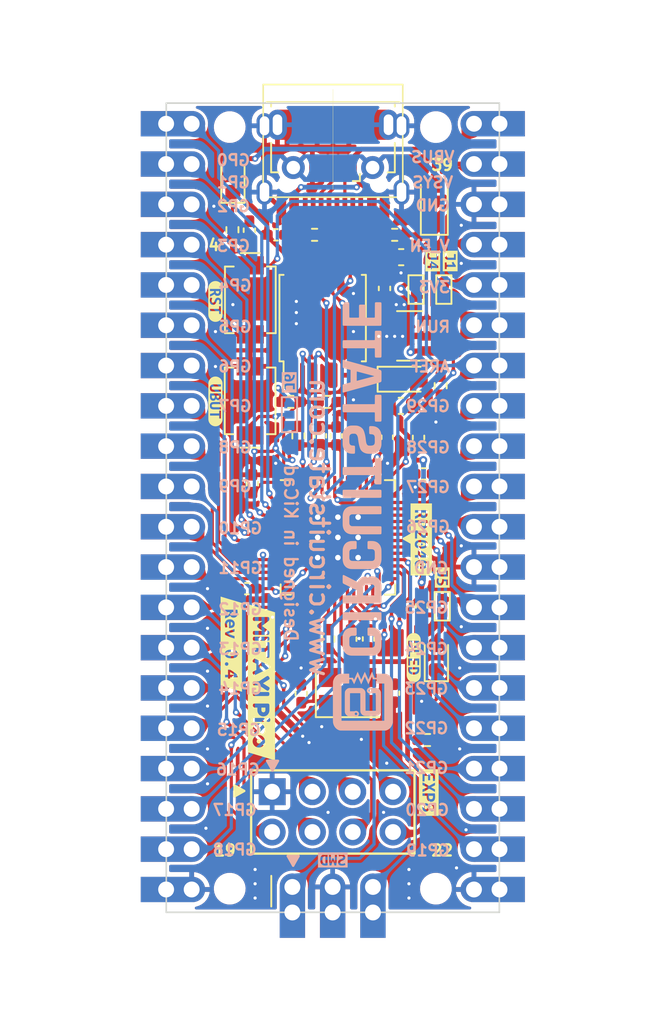
<source format=kicad_pcb>
(kicad_pcb (version 20211014) (generator pcbnew)
  (title_block (title "Mitayi Pico - PCB") (date "2022-09-23") (rev "0.4") (company "CIRCUITSTATE Electronics LLP") (comment 1 "Designed by Vishnu Mohanan") (comment 2 "Copyright 2021-2022 CIRCUITSTATE Electronics LLP") (comment 3 "Released under MIT Open-source License"))
  (layers (0 "F.Cu" signal) (31 "B.Cu" signal) (34 "B.Paste" user) (35 "F.Paste" user) (36 "B.SilkS" user "B.Silkscreen") (37 "F.SilkS" user "F.Silkscreen") (38 "B.Mask" user) (39 "F.Mask" user) (44 "Edge.Cuts" user))
  (net 0 "")
  (net 1 "+1V1")
  (net 2 "GND")
  (net 3 "+3V3")
  (net 4 "VBUS")
  (net 5 "/RUN")
  (net 6 "/XIN")
  (net 7 "Net-(C16-Pad1)")
  (net 8 "/USB_D+")
  (net 9 "/USB_D-")
  (net 10 "Net-(C18-Pad1)")
  (net 11 "Net-(D2-Pad1)")
  (net 12 "/GPIO0")
  (net 13 "/GPIO1")
  (net 14 "/GPIO2")
  (net 15 "/GPIO3")
  (net 16 "/GPIO4")
  (net 17 "/GPIO5")
  (net 18 "/GPIO6")
  (net 19 "/GPIO7")
  (net 20 "/GPIO8")
  (net 21 "/GPIO9")
  (net 22 "/GPIO10")
  (net 23 "/GPIO11")
  (net 24 "/GPIO12")
  (net 25 "/GPIO13")
  (net 26 "/GPIO14")
  (net 27 "/GPIO15")
  (net 28 "/GPIO16")
  (net 29 "/GPIO17")
  (net 30 "/GPIO18")
  (net 31 "/V_EN")
  (net 32 "/~{USB_BOOT}")
  (net 33 "/AREF")
  (net 34 "/GPIO29")
  (net 35 "/GPIO28")
  (net 36 "/GPIO27")
  (net 37 "/GPIO26")
  (net 38 "/GPIO25")
  (net 39 "/GPIO24")
  (net 40 "/GPIO23")
  (net 41 "/GPIO22")
  (net 42 "/GPIO21")
  (net 43 "/GPIO20")
  (net 44 "/GPIO19")
  (net 45 "/SWCLK")
  (net 46 "/SWDIO")
  (net 47 "/QSPI_SS")
  (net 48 "/XOUT")
  (net 49 "/QSPI_SD1")
  (net 50 "/QSPI_SD2")
  (net 51 "/QSPI_SD0")
  (net 52 "/QSPI_SCLK")
  (net 53 "/QSPI_SD3")
  (net 54 "Net-(R5-Pad2)")
  (net 55 "Net-(R6-Pad2)")
  (net 56 "Net-(D2-Pad2)")
  (net 57 "Net-(D3-Pad1)")
  (net 59 "/VSYS")
  (net 60 "Net-(J2-PadA5)")
  (net 62 "Net-(J2-PadB5)")
  (net 64 "Net-(JP6-Pad2)")
  (footprint "CIRCUITSTATE_Jumper_SMD:Solder-Jumper_2P_Open_0402" (layer "F.Cu") (at 154.1 95.31 -90)
    (fp_text reference "JP5" hide)
    (fp_text value "DEB_EN")
  )
  (footprint "LED_SMD:LED_0603_1608Metric" (layer "F.Cu") (at 153.73 98.55 90)
    (fp_text reference "D2" hide)
    (fp_text value "DBG_LED")
  )
  (footprint "Capacitor_SMD:C_0402_1005Metric_Pad0.74x0.62mm_HandSolder" (layer "F.Cu") (at 145.21 100.82 90)
    (fp_text reference "C17" hide)
    (fp_text value "30pF")
  )
  (footprint "Capacitor_SMD:C_0402_1005Metric_Pad0.74x0.62mm_HandSolder" (layer "F.Cu") (at 142.13 87.59 90)
    (fp_text reference "C12" hide)
    (fp_text value "100n")
  )
  (footprint "Capacitor_SMD:C_0603_1608Metric" (layer "F.Cu") (at 151.51 73.31 180)
    (fp_text reference "C13" hide)
    (fp_text value "10u")
  )
  (footprint "Capacitor_SMD:C_0402_1005Metric_Pad0.74x0.62mm_HandSolder" (layer "F.Cu") (at 141.78 94.2 180)
    (fp_text reference "C6" hide)
    (fp_text value "100n")
  )
  (footprint "Capacitor_SMD:C_0402_1005Metric_Pad0.74x0.62mm_HandSolder" (layer "F.Cu") (at 152.605 84.67 90)
    (fp_text reference "C11" hide)
    (fp_text value "100n")
  )
  (footprint "kibuzzard-631DD065" (layer "F.Cu") (at 153.25 107.05 -90)
    (fp_text reference "kibuzzard-631DD065" hide)
    (fp_text value "G***" hide)
  )
  (footprint "kibuzzard-632CA15B" (layer "F.Cu") (at 152.775 91.1 -90)
    (fp_text reference "kibuzzard-632CA15B" hide)
    (fp_text value "G***" hide)
  )
  (footprint "Capacitor_SMD:C_0402_1005Metric_Pad0.74x0.62mm_HandSolder" (layer "F.Cu") (at 141.94 71.61 90)
    (fp_text reference "C19" hide)
    (fp_text value "1u")
  )
  (footprint "Resistor_SMD:R_0402_1005Metric_Pad0.72x0.64mm_HandSolder" (layer "F.Cu") (at 144.55 82.43 180)
    (fp_text reference "R2" hide)
    (fp_text value "1k")
  )
  (footprint "Resistor_SMD:R_0402_1005Metric_Pad0.72x0.64mm_HandSolder" (layer "F.Cu") (at 153.17 103.74 180)
    (fp_text reference "R7" hide)
    (fp_text value "470R")
  )
  (footprint "MountingHole:MountingHole_2.2mm_M2" (layer "F.Cu") (at 153.7 113.11)
    (fp_text reference "H3" hide)
    (fp_text value "MountingHole")
  )
  (footprint "Resistor_SMD:R_0402_1005Metric_Pad0.72x0.64mm_HandSolder" (layer "F.Cu") (at 146.92 97.38 -90)
    (fp_text reference "R10" hide)
    (fp_text value "1k")
  )
  (footprint "kibuzzard-631DCDB3" (layer "F.Cu") (at 153.5 73.55 -90)
    (fp_text reference "kibuzzard-631DCDB3" hide)
    (fp_text value "G***" hide)
  )
  (footprint "Capacitor_SMD:C_0402_1005Metric_Pad0.74x0.62mm_HandSolder" (layer "F.Cu") (at 152.93 86.97)
    (fp_text reference "C10" hide)
    (fp_text value "100n")
  )
  (footprint "CIRCUITSTATE-QFN:RP2040-QFN-56" (layer "F.Cu") (at 147.52 90.97)
    (fp_text reference "U3" hide)
    (fp_text value "RP2040")
  )
  (footprint "Resistor_SMD:R_0402_1005Metric_Pad0.72x0.64mm_HandSolder" (layer "F.Cu") (at 148.525 84.65 -90)
    (fp_text reference "R5" hide)
    (fp_text value "27R")
  )
  (footprint "Capacitor_SMD:C_0402_1005Metric_Pad0.74x0.62mm_HandSolder" (layer "F.Cu") (at 149.45 97.37 -90)
    (fp_text reference "C2" hide)
    (fp_text value "100n")
  )
  (footprint "kibuzzard-632CA24A" (layer "F.Cu") (at 140.8 97.7 -90)
    (fp_text reference "kibuzzard-632CA24A" hide)
    (fp_text value "G***" hide)
  )
  (footprint "Package_SO:SOIC-8_5.23x5.23mm_P1.27mm" (layer "F.Cu") (at 146.56 77.15 90)
    (fp_text reference "U1" hide)
    (fp_text value "W25Q128JVS")
  )
  (footprint "Capacitor_SMD:C_0402_1005Metric_Pad0.74x0.62mm_HandSolder" (layer "F.Cu") (at 147.42 84.575 90)
    (fp_text reference "C5" hide)
    (fp_text value "1u")
  )
  (footprint "Resistor_SMD:R_0402_1005Metric_Pad0.72x0.64mm_HandSolder" (layer "F.Cu") (at 146.88 82.43 180)
    (fp_text reference "R1" hide)
    (fp_text value "DNP")
  )
  (footprint "Capacitor_SMD:C_0402_1005Metric_Pad0.74x0.62mm_HandSolder" (layer "F.Cu") (at 150.63 84.66 90)
    (fp_text reference "C4" hide)
    (fp_text value "1u")
  )
  (footprint "Capacitor_SMD:C_0402_1005Metric_Pad0.74x0.62mm_HandSolder" (layer "F.Cu") (at 143.61 71.9)
    (fp_text reference "C1" hide)
    (fp_text value "100n")
  )
  (footprint "Connector_PinHeader_2.54mm:PinHeader_1x03_P2.54mm_Vertical" (layer "F.Cu") (at 144.65 113 90)
    (fp_text reference "J5" hide)
    (fp_text value "SWD")
  )
  (footprint "CIRCUITSTATE_Jumper_SMD:Solder-Jumper_2P_Open_0402" (layer "F.Cu") (at 154.2 75.35 90)
    (fp_text reference "JP1" hide)
    (fp_text value "AREF_SEL")
  )
  (footprint "Resistor_SMD:R_0402_1005Metric_Pad0.72x0.64mm_HandSolder" (layer "F.Cu") (at 154 81.41 -90)
    (fp_text reference "R9" hide)
    (fp_text value "10K")
  )
  (footprint "Capacitor_SMD:C_0402_1005Metric_Pad0.74x0.62mm_HandSolder" (layer "F.Cu") (at 148.33 97.38 90)
    (fp_text reference "C9" hide)
    (fp_text value "100n")
  )
  (footprint "Capacitor_SMD:C_0402_1005Metric_Pad0.74x0.62mm_HandSolder" (layer "F.Cu") (at 152.8 95.29 -90)
    (fp_text reference "C8" hide)
    (fp_text value "100n")
  )
  (footprint "Capacitor_SMD:C_0603_1608Metric" (layer "F.Cu") (at 151.49 82.68)
    (fp_text reference "C15" hide)
    (fp_text value "10u")
  )
  (footprint "MountingHole:MountingHole_2.2mm_M2" (layer "F.Cu") (at 140.7 113.11)
    (fp_text reference "H2" hide)
    (fp_text value "MountingHole")
  )
  (footprint "CIRCUITSTATE_Connector_USB:Korean-Hroparts-Elec_TYPE-C-31-M-12" (layer "F.Cu") (at 147.21 65.03 180)
    (fp_text reference "J2" hide)
    (fp_text value "USB_C_Receptacle_USB2.0")
  )
  (footprint "Capacitor_SMD:C_0402_1005Metric_Pad0.74x0.62mm_HandSolder" (layer "F.Cu") (at 150.46 75.28 90)
    (fp_text reference "C16" hide)
    (fp_text value "470pF")
  )
  (footprint "CIRCUITSTATE_Jumper_SMD:Solder-Jumper_2P_Open_0402" (layer "F.Cu") (at 152.45 75.35 -90)
    (fp_text reference "JP4" hide)
    (fp_text value "VR1_CE")
  )
  (footprint "Resistor_SMD:R_0402_1005Metric_Pad0.72x0.64mm_HandSolder" (layer "F.Cu") (at 146.05 71.9 180)
    (fp_text reference "R4" hide)
    (fp_text value "5.1K")
  )
  (footprint "Crystal:Crystal_SMD_3225-4Pin_3.2x2.5mm" (layer "F.Cu") (at 148.13 100.65)
    (fp_text reference "Y1" hide)
    (fp_text value "YIC-12M20P2/XT324-10/10")
  )
  (footprint "Resistor_SMD:R_0402_1005Metric_Pad0.72x0.64mm_HandSolder" (layer "F.Cu") (at 140.87 71.58 90)
    (fp_text reference "R8" hide)
    (fp_text value "470R")
  )
  (footprint "Diode_SMD:D_SOD-323_HandSoldering" (layer "F.Cu") (at 153.6 70 90)
    (fp_text reference "D1" hide)
    (fp_text value "PMEG4005EJ")
  )
  (footprint "LED_SMD:LED_0603_1608Metric" (layer "F.Cu") (at 140.9 68.4 90)
    (fp_text reference "D3" hide)
    (fp_text value "POW_LED")
  )
  (footprint "MountingHole:MountingHole_2.2mm_M2" (layer "F.Cu") (at 153.7 65.11)
    (fp_text reference "H4" hide)
    (fp_text value "MountingHole")
  )
  (footprint "Connector_USB:USB_Micro-B_Molex-105017-0001" (layer "F.Cu") (at 147.21 66.2 180)
    (fp_text reference "J6" hide)
    (fp_text value "USB_B_Micro")
  )
  (footprint "kibuzzard-631DCE60" (layer "F.Cu") (at 154.1 93.5 -90)
    (fp_text reference "kibuzzard-631DCE60" hide)
    (fp_text value "G***" hide)
  )
  (footprint "MountingHole:MountingHole_2.2mm_M2" (layer "F.Cu") (at 140.7 65.11)
    (fp_text reference "H1" hide)
    (fp_text value "MountingHole")
  )
  (footprint "kibuzzard-632C7F13" (layer "F.Cu") (at 142.7 100.1 -90)
    (fp_text reference "kibuzzard-632C7F13" hide)
    (fp_text value "G***" hide)
  )
  (footprint "CIRCUITSTATE_Switch_SMD:CK_SW_SPST_UK-B0273-SP25Y" (layer "F.Cu") (at 142 76 -90)
    (fp_text reference "SW1" hide)
    (fp_text value "Reset")
  )
  (footprint "Capacitor_SMD:C_0402_1005Metric_Pad0.74x0.62mm_HandSolder" (layer "F.Cu") (at 151.03 100.79 -90)
    (fp_text reference "C18" hide)
    (fp_text value "30pF")
  )
  (footprint "kibuzzard-631DCCA6" (layer "F.Cu") (at 139.8 82.4 -90)
    (fp_text reference "kibuzzard-631DCCA6" hide)
    (fp_text value "G***" hide)
  )
  (footprint "kibuzzard-631DCCC7" (layer "F.Cu") (at 139.8 76.1 -90)
    (fp_text reference "kibuzzard-631DCCC7" hide)
    (fp_text value "G***" hide)
  )
  (footprint "Capacitor_SMD:C_0402_1005Metric_Pad0.74x0.62mm_HandSolder" (layer "F.Cu") (at 146.42 84.57 90)
    (fp_text reference "C7" hide)
    (fp_text value "100n")
  )
  (footprint "Resistor_SMD:R_0402_1005Metric_Pad0.72x0.64mm_HandSolder" (layer "F.Cu") (at 149.525 84.65 -90)
    (fp_text reference "R6" hide)
    (fp_text value "27R")
  )
  (footprint "kibuzzard-631DCD0C" (layer "F.Cu") (at 152.3 98.55 -90)
    (fp_text reference "kibuzzard-631DCD0C" hide)
    (fp_text value "G***" hide)
  )
  (footprint "CIRCUITSTATE-Connector-Pin-Headers:PinHeader_1x20_2H_P2.54mm_Vertical" (layer "F.Cu") (at 138.3 64.9)
    (fp_text reference "J3" hide)
    (fp_text value "Header_1")
  )
  (footprint "Capacitor_Tantalum_SMD:CP_EIA-2012-12_Kemet-R" (layer "F.Cu") (at 151.735 81)
    (fp_text reference "C14" hide)
    (fp_text value "2.2uF")
  )
  (footprint "Resistor_SMD:R_0402_1005Metric_Pad0.72x0.64mm_HandSolder" (layer "F.Cu") (at 151.1 71.9)
    (fp_text reference "R3" hide)
    (fp_text value "5.1K")
  )
  (footprint "Package_TO_SOT_SMD:SOT-23-5" (layer "F.Cu") (at 152.05 78.27 180)
    (fp_text reference "U2" hide)
    (fp_text value "MIC5219-3.3YM5")
  )
  (footprint "Resistor_SMD:R_0402_1005Metric_Pad0.72x0.64mm_HandSolder" (layer "F.Cu") (at 145.03 84.57 -90)
    (fp_text reference "R11" hide)
    (fp_text value "5.1K")
  )
  (footprint "CIRCUITSTATE_Switch_SMD:CK_SW_SPST_UK-B0273-SP25Y" (layer "F.Cu") (at 141.985 82.365 90)
    (fp_text reference "SW2" hide)
    (fp_text value "UBUT")
  )
  (footprint "kibuzzard-631DCDA0" (layer "F.Cu") (at 154.6 73.55 -90)
    (fp_text reference "kibuzzard-631DCDA0" hide)
    (fp_text value "G***" hide)
  )
  (footprint "kibuzzard-631DD76C" (layer "B.Cu") (at 147.2 111.3 180)
    (fp_text reference "kibuzzard-631DD76C" hide)
    (fp_text value "G***" hide)
  )
  (footprint "Connector_PinHeader_2.54mm:PinHeader_2x04_P2.54mm_Vertical" (layer "B.Cu") (at 143.375 107 -90)
    (fp_text reference "J1" hide)
    (fp_text value "EXP8")
  )
  (footprint "CIRCUITSTATE_Jumper_SMD:Solder-Jumper_3P_Open_0402" (layer "B.Cu") (at 144.465 83.235 -90)
    (fp_text reference "JP6" hide)
    (fp_text value "UBUT_SEL")
  )
  (footprint "CIRCUITSTATE-Graphics:Circuitstate-Logomark-27x3.8mm" (layer "B.Cu") (at 149.1 89.65 90)
    (fp_text reference "G***" hide)
    (fp_text value "LOGO" hide)
  )
  (footprint "LOGO" (layer "B.Cu") (at 146.9 71.9 180)
    (fp_text reference "G***" hide)
    (fp_text value "LOGO" hide)
  )
  (footprint "kibuzzard-631DCE29" (layer "B.Cu") (at 144.45 81.2 90)
    (fp_text reference "kibuzzard-631DCE29" hide)
    (fp_text value "G***" hide)
  )
  (footprint "CIRCUITSTATE-Connector-Pin-Headers:PinHeader_1x20_2H_P2.54mm_Vertical" (layer "B.Cu") (at 156.1 64.9 180)
    (fp_text reference "J4" hide)
    (fp_text value "Header_2")
  )
  (gr_line (start 152.35 110.9) (end 142.05 110.9) (layer "F.SilkS") (width 0.15))
  (gr_line (start 152.35 105.65) (end 152.35 110.9) (layer "F.SilkS") (width 0.15))
  (gr_line (start 152.35 105.65) (end 142.05 105.65) (layer "F.SilkS") (width 0.15))
  (gr_line (start 142.05 110.9) (end 142.05 105.65) (layer "F.SilkS") (width 0.15))
  (gr_line (start 136.7 63.6) (end 157.7 63.6) (layer "Edge.Cuts") (width 0.1))
  (gr_line (start 157.7 114.6) (end 136.7 114.6) (layer "Edge.Cuts") (width 0.1))
  (gr_line (start 157.7 63.6) (end 157.7 114.6) (layer "Edge.Cuts") (width 0.1))
  (gr_line (start 136.7 114.6) (end 136.7 63.6) (layer "Edge.Cuts") (width 0.1))
  (gr_text "GP18" (at 139.55 110.65) (layer "B.SilkS") (effects (font (size 0.7 0.7)) (justify right mirror)))
  (gr_text "GP5" (at 139.9 77.7) (layer "B.SilkS") (effects (font (size 0.7 0.7)) (justify right mirror)))
  (gr_text "GP24" (at 153.1 98) (layer "B.SilkS") (effects (font (size 0.7 0.7)) (justify mirror)))
  (gr_text "GP29" (at 153.2 82.7) (layer "B.SilkS") (effects (font (size 0.7 0.7)) (justify mirror)))
  (gr_text "GND" (at 153.5 70.05) (layer "B.SilkS") (effects (font (size 0.7 0.7)) (justify mirror)))
  (gr_text "GND" (at 153.4 92.9) (layer "B.SilkS") (effects (font (size 0.7 0.7)) (justify mirror)))
  (gr_text "VSYS" (at 153.5 68.6) (layer "B.SilkS") (effects (font (size 0.7 0.7)) (justify mirror)))
  (gr_text "GP1" (at 139.8 68.6) (layer "B.SilkS") (effects (font (size 0.7 0.7)) (justify right mirror)))
  (gr_text "AREF" (at 153.3 80.2) (layer "B.SilkS") (effects (font (size 0.7 0.7)) (justify mirror)))
  (gr_text "GP13" (at 139.9 98) (layer "B.SilkS") (effects (font (size 0.7 0.7)) (justify right mirror)))
  (gr_text "GP0" (at 139.8 67.2) (layer "B.SilkS") (effects (font (size 0.7 0.7)) (justify right mirror)))
  (gr_text "VBUS" (at 153.5 67) (layer "B.SilkS") (effects (font (size 0.7 0.7)) (justify mirror)))
  (gr_text "www.circuitstate.com" (at 146.35 80.8 -90) (layer "B.SilkS") (effects (font (size 1.2 1.2) (thickness 0.2)) (justify right mirror)))
  (gr_text "Designed in KiCad" (at 144.55 86.3 -90) (layer "B.SilkS") (effects (font (size 0.8 0.8)) (justify right mirror)))
  (gr_text "GP4" (at 139.9 75.1) (layer "B.SilkS") (effects (font (size 0.7 0.7)) (justify right mirror)))
  (gr_text "GP27" (at 153.2 87.8) (layer "B.SilkS") (effects (font (size 0.7 0.7)) (justify mirror)))
  (gr_text "RUN" (at 153.5 77.7) (layer "B.SilkS") (effects (font (size 0.7 0.7)) (justify mirror)))
  (gr_text "GP11" (at 139.9 92.9) (layer "B.SilkS") (effects (font (size 0.7 0.7)) (justify right mirror)))
  (gr_text "GP7" (at 139.9 82.7) (layer "B.SilkS") (effects (font (size 0.7 0.7)) (justify right mirror)))
  (gr_text "GP25" (at 153.1 95.4) (layer "B.SilkS") (effects (font (size 0.7 0.7)) (justify mirror)))
  (gr_text "GP16" (at 139.75 105.6) (layer "B.SilkS") (effects (font (size 0.7 0.7)) (justify right mirror)))
  (gr_text "GP22" (at 153.1 103) (layer "B.SilkS") (effects (font (size 0.7 0.7)) (justify mirror)))
  (gr_text "▼" (at 143.4 105.3) (layer "B.SilkS") (effects (font (size 0.8 0.8)) (justify mirror)))
  (gr_text "3V3" (at 153.6 75.2) (layer "B.SilkS") (effects (font (size 0.7 0.7)) (justify mirror)))
  (gr_text "GP2" (at 139.8 70.1) (layer "B.SilkS") (effects (font (size 0.7 0.7)) (justify right mirror)))
  (gr_text "GP26" (at 153.2 90.3) (layer "B.SilkS") (effects (font (size 0.7 0.7)) (justify mirror)))
  (gr_text "GP6" (at 139.9 80.2) (layer "B.SilkS") (effects (font (size 0.7 0.7)) (justify right mirror)))
  (gr_text "GP20" (at 153.15 108.15) (layer "B.SilkS") (effects (font (size 0.7 0.7)) (justify mirror)))
  (gr_text "GP12" (at 139.9 95.5) (layer "B.SilkS") (effects (font (size 0.7 0.7)) (justify right mirror)))
  (gr_text "GP17" (at 139.55 108.15) (layer "B.SilkS") (effects (font (size 0.7 0.7)) (justify right mirror)))
  (gr_text "GP19" (at 153.2 110.7) (layer "B.SilkS") (effects (font (size 0.7 0.7)) (justify mirror)))
  (gr_text "GP28" (at 153.2 85.3) (layer "B.SilkS") (effects (font (size 0.7 0.7)) (justify mirror)))
  (gr_text "GP21" (at 153.1 105.5) (layer "B.SilkS") (effects (font (size 0.7 0.7)) (justify mirror)))
  (gr_text "▼" (at 144.7 111.3) (layer "B.SilkS") (effects (font (size 0.8 0.8)) (justify mirror)))
  (gr_text "GP8" (at 139.9 85.3) (layer "B.SilkS") (effects (font (size 0.7 0.7)) (justify right mirror)))
  (gr_text "GP10" (at 139.9 90.4) (layer "B.SilkS") (effects (font (size 0.7 0.7)) (justify right mirror)))
  (gr_text "GP9" (at 139.9 87.75) (layer "B.SilkS") (effects (font (size 0.7 0.7)) (justify right mirror)))
  (gr_text "V_EN" (at 153.3 72.6) (layer "B.SilkS") (effects (font (size 0.7 0.7)) (justify mirror)))
  (gr_text "GP23" (at 153.1 100.5) (layer "B.SilkS") (effects (font (size 0.7 0.7)) (justify mirror)))
  (gr_text "GP15" (at 139.8 103.1) (layer "B.SilkS") (effects (font (size 0.7 0.7)) (justify right mirror)))
  (gr_text "GP14" (at 139.9 100.5) (layer "B.SilkS") (effects (font (size 0.7 0.7)) (justify right mirror)))
  (gr_text "GP3" (at 139.8 72.6) (layer "B.SilkS") (effects (font (size 0.7 0.7)) (justify right mirror)))
  (gr_text "39" (at 154.1 67.5) (layer "F.SilkS") (effects (font (size 0.7 0.7))))
  (gr_text "▼" (at 141.25 106.95 90) (layer "F.SilkS") (effects (font (size 0.8 0.8))))
  (gr_text "22" (at 154.1 110.7) (layer "F.SilkS") (effects (font (size 0.7 0.7))))
  (gr_text "4" (at 139.7 72.55) (layer "F.SilkS") (effects (font (size 0.7 0.7))))
  (gr_text "19" (at 140.4 110.7) (layer "F.SilkS") (effects (font (size 0.7 0.7))))
  (gr_text "▼" (at 152.05 91.05 270) (layer "F.SilkS") (effects (font (size 0.8 0.8))))
  (segment (start 149.6 92.465736) (end 149.6 89.2) (width 0.2) (layer "F.Cu") (net 1))
  (segment (start 149.2 88.8) (end 147.7 88.8) (width 0.2) (layer "F.Cu") (net 1))
  (segment (start 149.6 89.2) (end 149.2 88.8) (width 0.2) (layer "F.Cu") (net 1))
  (segment (start 150 85.9) (end 150 85.8575) (width 0.2) (layer "F.Cu") (net 1))
  (segment (start 149.45 96.8025) (end 149.45 96.69727) (width 0.2) (layer "F.Cu") (net 1))
  (segment (start 147.32 87.5325) (end 147.32 88.42) (width 0.2) (layer "F.Cu") (net 1))
  (segment (start 149.32 86.58) (end 149.32 87.5325) (width 0.2) (layer "F.Cu") (net 1))
  (segment (start 147.7 88.8) (end 147.5 88.6) (width 0.2) (layer "F.Cu") (net 1))
  (segment (start 150 85.8575) (end 150.63 85.2275) (width 0.2) (layer "F.Cu") (net 1))
  (segment (start 150 85.9) (end 149.32 86.58) (width 0.2) (layer "F.Cu") (net 1))
  (segment (start 148.12 94.4075) (end 148.12 93.945736) (width 0.2) (layer "F.Cu") (net 1))
  (segment (start 148.12 95.36727) (end 148.12 94.4075) (width 0.2) (layer "F.Cu") (net 1))
  (segment (start 148.12 93.945736) (end 149.6 92.465736) (width 0.2) (layer "F.Cu") (net 1))
  (segment (start 149.45 96.69727) (end 148.12 95.36727) (width 0.2) (layer "F.Cu") (net 1))
  (segment (start 147.32 88.42) (end 147.5 88.6) (width 0.2) (layer "F.Cu") (net 1))
  (via (at 150 85.9) (size 0.4) (drill 0.2) (layers "F.Cu" "B.Cu") (net 1))
  (via (at 147.5 88.6) (size 0.4) (drill 0.2) (layers "F.Cu" "B.Cu") (net 1))
  (segment (start 148.4 88.6) (end 147.5 88.6) (width 0.2) (layer "B.Cu") (net 1))
  (segment (start 150 85.9) (end 150 87) (width 0.2) (layer "B.Cu") (net 1))
  (segment (start 150 87) (end 148.4 88.6) (width 0.2) (layer "B.Cu") (net 1))
  (segment (start 150.63 83.93) (end 150 83.3) (width 0.3) (layer "F.Cu") (net 2))
  (segment (start 146.52 94.4075) (end 146.52 95.68) (width 0.2) (layer "F.Cu") (net 2))
  (segment (start 152.265 82.68) (end 152.265 81.3575) (width 0.4) (layer "F.Cu") (net 2))
  (segment (start 150.735 73.31) (end 150.735 73.535) (width 0.4) (layer "F.Cu") (net 2))
  (segment (start 145.2 97) (end 145.2 99.2) (width 0.2) (layer "F.Cu") (net 2))
  (segment (start 144.11 70.13) (end 143.81 70.13) (width 0.3) (layer "F.Cu") (net 2))
  (segment (start 148.33 96.8125) (end 148.33 96.8175) (width 0.3) (layer "F.Cu") (net 2))
  (segment (start 153.1875 78.27) (end 151.63 78.27) (width 0.4) (layer "F.Cu") (net 2))
  (segment (start 146.52 95.68) (end 145.2 97) (width 0.2) (layer "F.Cu") (net 2))
  (segment (start 140.87 72.1775) (end 140.87 72.1125) (width 0.3) (layer "F.Cu") (net 2))
  (segment (start 151.63 78.27) (end 151.6 78.3) (width 0.4) (layer "F.Cu") (net 2))
  (segment (start 152.265 81.3575) (end 152.6225 81) (width 0.4) (layer "F.Cu") (net 2))
  (segment (start 143.81 70.13) (end 142.89 69.21) (width 0.3) (layer "F.Cu") (net 2))
  (segment (start 150.63 84.0925) (end 150.63 83.93) (width 0.3) (layer "F.Cu") (net 2))
  (segment (start 140.87 72.1125) (end 141.94 71.0425) (width 0.3) (layer "F.Cu") (net 2))
  (segment (start 148.85625 97.34375) (end 149.45 97.9375) (width 0.3) (layer "F.Cu") (net 2))
  (segment (start 150.735 73.535) (end 151.5 74.3) (width 0.4) (layer "F.Cu") (net 2))
  (segment (start 148.33 96.8175) (end 148.85625 97.34375) (width 0.3) (layer "F.Cu") (net 2))
  (via (at 152 112.8) (size 0.4) (drill 0.2) (layers "F.Cu" "B.Cu") (net 2))
  (via (at 152.4 87.8) (size 0.4) (drill 0.2) (layers "F.Cu" "B.Cu") (net 2))
  (via (at 146.5 102.9) (size 0.4) (drill 0.2) (layers "F.Cu" "B.Cu") (net 2))
  (via (at 155.3 73.7) (size 0.4) (drill 0.2) (layers "F.Cu" "B.Cu") (net 2))
  (via (at 142.3 113.7) (size 0.4) (drill 0.2) (layers "F.Cu" "B.Cu") (net 2))
  (via (at 151.7 76.3) (size 0.4) (drill 0.2) (layers "F.Cu" "B.Cu") (net 2))
  (via (at 146.9 108.3) (size 0.4) (drill 0.2) (layers "F.Cu" "B.Cu") (net 2))
  (via (at 150.6 105.2) (size 0.4) (drill 0.2) (layers "F.Cu" "B.Cu") (net 2))
  (via (at 151.6 78.3) (size 0.4) (drill 0.2) (layers "F.Cu" "B.Cu") (net 2))
  (via (at 150.65 86.3) (size 0.4) (drill 0.2) (layers "F.Cu" "B.Cu") (net 2))
  (via (at 153.7 83.7) (size 0.4) (drill 0.2) (layers "F.Cu" "B.Cu") (net 2))
  (via (at 148.5 78) (size 0.4) (drill 0.2) (layers "F.Cu" "B.Cu") (net 2))
  (via (at 155.3 91.5) (size 0.4) (drill 0.2) (layers "F.Cu" "B.Cu") (net 2))
  (via (at 144.9 76.8) (size 0.4) (drill 0.2) (layers "F.Cu" "B.Cu") (net 2))
  (via (at 150.4 108.3) (size 0.4) (drill 0.2) (layers "F.Cu" "B.Cu") (net 2))
  (via (at 140.9 76.3) (size 0.4) (drill 0.2) (layers "F.Cu" "B.Cu") (net 2))
  (via (at 149 103.7) (size 0.4) (drill 0.2) (layers "F.Cu" "B.Cu") (net 2))
  (via (at 155.2 99.2) (size 0.4) (drill 0.2) (layers "F.Cu" "B.Cu") (net 2))
  (via (at 143.6 86.3) (size 0.4) (drill 0.2) (layers "F.Cu" "B.Cu") (net 2))
  (via (at 139.2 109.3) (size 0.4) (drill 0.2) (layers "F.Cu" "B.Cu") (net 2))
  (via (at 143.4 96) (size 0.4) (drill 0.2) (layers "F.Cu" "B.Cu") (net 2))
  (via (at 139.7 70.1) (size 0.4) (drill 0.2) (layers "F.Cu" "B.Cu") (net 2))
  (via (at 139.3 96.7) (size 0.4) (drill 0.2) (layers "F.Cu" "B.Cu") (net 2))
  (via (at 152 113.7) (size 0.4) (drill 0.2) (layers "F.Cu" "B.Cu") (net 2))
  (via (at 139.3 99.4) (size 0.4) (drill 0.2) (layers "F.Cu" "B.Cu") (net 2))
  (via (at 152.8 101.3) (size 0.4) (drill 0.2) (layers "F.Cu" "B.Cu") (net 2))
  (via (at 148.85625 97.34375) (size 0.4) (drill 0.2) (layers "F.Cu" "B.Cu") (net 2))
  (via (at 150.6 78.3) (size 0.4) (drill 0.2) (layers "F.Cu" "B.Cu") (net 2))
  (via (at 145.7 103.9) (size 0.4) (drill 0.2) (layers "F.Cu" "B.Cu") (net 2))
  (via (at 155.6 109.4) (size 0.4) (drill 0.2) (layers "F.Cu" "B.Cu") (net 2))
  (via (at 151.5 74.3) (size 0.4) (drill 0.2) (layers "F.Cu" "B.Cu") (net 2))
  (via (at 139.8 80.2) (size 0.4) (drill 0.2) (layers "F.Cu" "B.Cu") (net 2))
  (via (at 151.1 78.3) (size 0.4) (drill 0.2) (layers "F.Cu" "B.Cu") (net 2))
  (via (at 155.3 96.6) (size 0.4) (drill 0.2) (layers "F.Cu" "B.Cu") (net 2))
  (via (at 144.9 76.1) (size 0.4) (drill 0.2) (layers "F.Cu" "B.Cu") (net 2))
  (via (at 139.3 106.5) (size 0.4) (drill 0.2) (layers "F.Cu" "B.Cu") (net 2))
  (via (at 139.3 101.6) (size 0.4) (drill 0.2) (layers "F.Cu" "B.Cu") (net 2))
  (via (at 145.2 99.2) (size 0.4) (drill 0.2) (layers "F.Cu" "B.Cu") (net 2))
  (via (at 148.5 82.3) (size 0.4) (drill 0.2) (layers "F.Cu" "B.Cu") (net 2))
  (via (at 150.1 78.3) (size 0.4) (drill 0.2) (layers "F.Cu" "B.Cu") (net 2))
  (via (at 139.3 94.2) (size 0.4) (drill 0.2) (layers "F.Cu" "B.Cu") (net 2))
  (via (at 155.3 71.3) (size 0.4) (drill 0.2) (layers "F.Cu" "B.Cu") (net 2))
  (via (at 145.3 103.5) (size 0.4) (drill 0.2) (layers "F.Cu" "B.Cu") (net 2))
  (via (at 144.9 77.5) (size 0.4) (drill 0.2) (layers "F.Cu" "B.Cu") (net 2))
  (via (at 142.3 112.8) (size 0.4) (drill 0.2) (layers "F.Cu" "B.Cu") (net 2))
  (via (at 155.2 104.3) (size 0.4) (drill 0.2) (layers "F.Cu" "B.Cu") (net 2))
  (via (at 152 111.9) (size 0.4) (drill 0.2) (layers "F.Cu" "B.Cu") (net 2))
  (via (at 142.3 111.9) (size 0.4) (drill 0.2) (layers "F.Cu" "B.Cu") (net 2))
  (via (at 139.8 78) (size 0.4) (drill 0.2) (layers "F.Cu" "B.Cu") (net 2))
  (via (at 148.5 75.6) (size 0.4) (drill 0.2) (layers "F.Cu" "B.Cu") (net 2))
  (via (at 151.2 76.3) (size 0.4) (drill 0.2) (layers "F.Cu" "B.Cu") (net 2))
  (via (at 155 111.8) (size 0.4) (drill 0.2) (layers "F.Cu" "B.Cu") (net 2))
  (via (at 139.3 104.3) (size 0.4) (drill 0.2) (layers "F.Cu" "B.Cu") (net 2))
  (segment (start 151.9 98.7) (end 152 98.6) (width 0.3) (layer "F.Cu") (net 3))
  (segment (start 147.72 87.5325) (end 148.12 87.5325) (width 0.2) (layer "F.Cu") (net 3))
  (segment (start 145.7625 85.1375) (end 145.7625 83.4375) (width 0.3) (layer "F.Cu") (net 3))
  (segment (start 146.42 85.1375) (end 147.415 85.1375) (width 0.3) (layer "F.Cu") (net 3))
  (segment (start 152.56 109.54) (end 153.1 109) (width 0.3) (layer "F.Cu") (net 3))
  (segment (start 146.42 85.1375) (end 145.7625 85.1375) (width 0.3) (layer "F.Cu") (net 3))
  (segment (start 144.87 91.97) (end 144.87 92.12) (width 0.2) (layer "F.Cu") (net 3))
  (segment (start 150.9575 91.97) (end 150.22 91.97) (width 0.2) (layer "F.Cu") (net 3))
  (segment (start 151.9 103.3) (end 151.9 98.7) (width 0.3) (layer "F.Cu") (net 3))
  (segment (start 151.8 98.8) (end 151.9 98.7) (width 0.3) (layer "F.Cu") (net 3))
  (segment (start 142.7875 87.5) (end 142.13 88.1575) (width 0.2) (layer "F.Cu") (net 3))
  (segment (start 152.127744 91.97) (end 152.8 92.642256) (width 0.2) (layer "F.Cu") (net 3))
  (segment (start 151.0125 79.9625) (end 151.0125 80.835) (width 0.3) (layer "F.Cu") (net 3))
  (segment (start 147.2 93.4) (end 147.72 93.92) (width 0.2) (layer "F.Cu") (net 3))
  (segment (start 153.1 106.1) (end 151.915 104.915) (width 0.3) (layer "F.Cu") (net 3))
  (segment (start 154.4 79.6) (end 154.4 77.233604) (width 0.3) (layer "F.Cu") (net 3))
  (segment (start 154.0375 79.9625) (end 154.0375 80.775) (width 0.3) (layer "F.Cu") (net 3))
  (segment (start 149.72 87.5325) (end 149.72 88.32) (width 0.2) (layer "F.Cu") (net 3))
  (segment (start 150.9575 88.37) (end 152.3575 86.97) (width 0.2) (layer "F.Cu") (net 3))
  (segment (start 141.2125 67.6125) (end 141.9 68.3) (width 0.3) (layer "F.Cu") (net 3))
  (segment (start 150.8475 82.5475) (end 150.715 82.68) (width 0.3) (layer "F.Cu") (net 3))
  (segment (start 153.5 76.333604) (end 153.5 75.1) (width 0.3) (layer "F.Cu") (net 3))
  (segment (start 150 88.5) (end 149.87 88.37) (width 0.2) (layer "F.Cu") (net 3))
  (segment (start 146.8075 83.1) (end 147.4775 82.43) (width 0.3) (layer "F.Cu") (net 3))
  (segment (start 143.0425 71.9) (end 143.0425 71.9375) (width 0.3) (layer "F.Cu") (net 3))
  (segment (start 144.0825 87.9825) (end 143.6 87.5) (width 0.2) (layer "F.Cu") (net 3))
  (segment (start 152 98.6) (end 152 95.4) (width 0.3) (layer "F.Cu") (net 3))
  (segment (start 147.72 93.92) (end 147.72 94.4075) (width 0.2) (layer "F.Cu") (net 3))
  (segment (start 154.4 77.233604) (end 153.5 76.333604) (width 0.3) (layer "F.Cu") (net 3))
  (segment (start 150.995 109.54) (end 152.56 109.54) (width 0.3) (layer "F.Cu") (net 3))
  (segment (start 147.72 94.4075) (end 147.72 97.62) (width 0.2) (layer "F.Cu") (net 3))
  (segment (start 150.715 82.68) (end 151.5 83.465) (width 0.3) (layer "F.Cu") (net 3))
  (segment (start 148.33 97.9475) (end 149.1825 98.8) (width 0.3) (layer "F.Cu") (net 3))
  (segment (start 154.2 74.91) (end 155.95 74.91) (width 0.3) (layer "F.Cu") (net 3))
  (segment (start 151.0125 79.9625) (end 154.0375 79.9625) (width 0.3) (layer "F.Cu") (net 3))
  (segment (start 152.6775 94.7225) (end 152.8 94.7225) (width 0.3) (layer "F.Cu") (net 3))
  (segment (start 152.3625 85.48) (end 152.3625 86.0625) (width 0.3) (layer "F.Cu") (net 3))
  (segment (start 144.87 92.12) (end 145.625 92.875) (width 0.2) (layer "F.Cu") (net 3))
  (segment (start 145.7625 83.4375) (end 146.1 83.1) (width 0.3) (layer "F.Cu") (net 3))
  (segment (start 152.605 85.2375) (end 152.3625 85.48) (width 0.3) (layer "F.Cu") (net 3))
  (segment (start 147.415 85.1375) (end 147.42 85.1425) (width 0.3) (layer "F.Cu") (net 3))
  (segment (start 147.72 87.5325) (end 147.72 85.4425) (width 0.2) (layer "F.Cu") (net 3))
  (segment (start 148.37 88.37) (end 149.77 88.37) (width 0.2) (layer "F.Cu") (net 3))
  (segment (start 155.95 74.91) (end 156.1 75.06) (width 0.3) (layer "F.Cu") (net 3))
  (segment (start 152.8 92.642256) (end 152.8 93.8) (width 0.2) (layer "F.Cu") (net 3))
  (segment (start 149.72 88.32) (end 149.77 88.37) (width 0.2) (layer "F.Cu") (net 3))
  (segment (start 143.0425 71.9375) (end 144.655 73.55) (width 0.3) (layer "F.Cu") (net 3))
  (segment (start 154.0375 79.9625) (end 154.4 79.6) (width 0.3) (layer "F.Cu") (net 3))
  (segment (start 152 95.4) (end 152.6775 94.7225) (width 0.3) (layer "F.Cu") (net 3))
  (segment (start 150 91.75) (end 150 88.5) (width 0.2) (layer "F.Cu") (net 3))
  (segment (start 145.7625 85.1375) (end 145.06 85.1375) (width 0.3) (layer "F.Cu") (net 3))
  (segment (start 150.22 91.97) (end 150 91.75) (width 0.2) (layer "F.Cu") (net 3))
  (segment (start 153.5 75.1) (end 153.69 74.91) (width 0.3) (layer "F.Cu") (net 3))
  (segment (start 147.72 85.4425) (end 147.42 85.1425) (width 0.2) (layer "F.Cu") (net 3))
  (segment (start 143.6 87.5) (end 142.7875 87.5) (width 0.2) (layer "F.Cu") (net 3))
  (segment (start 148.12 88.12) (end 148.37 88.37) (width 0.2) (layer "F.Cu") (net 3))
  (segment (start 152.8 93.8) (end 152.8 94.7225) (width 0.3) (layer "F.Cu") (net 3))
  (segment (start 153.69 74.91) (end 154.2 74.91) (width 0.3) (layer "F.Cu") (net 3))
  (segment (start 148.0475 97.9475) (end 148.33 97.9475) (width 0.2) (layer "F.Cu") (net 3))
  (segment (start 143.0425 71.0425) (end 143.0425 71.9) (width 0.3) (layer "F.Cu") (net 3))
  (segment (start 151.0125 80.835) (end 150.8475 81) (width 0.3) (layer "F.Cu") (net 3))
  (segment (start 141.9 68.3) (end 141.9 69.9) (width 0.3) (layer "F.Cu") (net 3))
  (segment (start 144.87 88.57) (end 144.67 88.37) (width 0.2) (layer "F.Cu") (net 3))
  (segment (start 149.77 88.37) (end 149.87 88.37) (width 0.2) (layer "F.Cu") (net 3))
  (segment (start 151.0125 79.32) (end 151.0125 79.9625) (width 0.3) (layer "F.Cu") (net 3))
  (segment (start 148.12 87.5325) (end 148.12 88.12) (width 0.2) (layer "F.Cu") (net 3))
  (segment (start 144.0825 88.37) (end 144.0825 87.9825) (width 0.2) (layer "F.Cu") (net 3))
  (segment (start 145.625 92.875) (end 146.15 93.4) (width 0.2) (layer "F.Cu") (net 3))
  (segment (start 150.8475 81) (end 150.8475 82.5475) (width 0.3) (layer "F.Cu") (net 3))
  (segment (start 145.06 85.1375) (end 145.03 85.1675) (width 0.3) (layer "F.Cu") (net 3))
  (segment (start 143.4 94.2) (end 143.6 94.4) (width 0.2) (layer "F.Cu") (net 3))
  (segment (start 152.3575 86.97) (end 152.3625 86.97) (width 0.2) (layer "F.Cu") (net 3))
  (segment (start 151.5 84.1325) (end 152.605 85.2375) (width 0.3) (layer "F.Cu") (net 3))
  (segment (start 144.67 88.37) (end 144.0825 88.37) (width 0.2) (layer "F.Cu") (net 3))
  (segment (start 150.9125 79.22) (end 151.0125 79.32) (width 0.3) (layer "F.Cu") (net 3))
  (segment (start 153.1 109) (end 153.1 106.1) (width 0.3) (layer "F.Cu") (net 3))
  (segment (start 142.3 67.1) (end 141.4125 67.1) (width 0.3) (layer "F.Cu") (net 3))
  (segment (start 147.72 97.62) (end 148.0475 97.9475) (width 0.2) (layer "F.Cu") (net 3))
  (segment (start 149.1825 98.8) (end 151.8 98.8) (width 0.3) (layer "F.Cu") (net 3))
  (segment (start 141.9 69.9) (end 143.0425 71.0425) (width 0.3) (layer "F.Cu") (net 3))
  (segment (start 145.3 93.2) (end 145.625 92.875) (width 0.2) (layer "F.Cu") (net 3))
  (segment (start 144.87 91.97) (end 144.0825 91.97) (width 0.2) (layer "F.Cu") (net 3))
  (segment (start 151.915 104.915) (end 151.915 103.315) (width 0.3) (layer "F.Cu") (net 3))
  (segment (start 149.87 88.37) (end 150.9575 88.37) (width 0.2) (layer "F.Cu") (net 3))
  (segment (start 151.915 103.315) (end 151.9 103.3) (width 0.3) (layer "F.Cu") (net 3))
  (segment (start 154.0375 80.775) (end 154 80.8125) (width 0.3) (layer "F.Cu") (net 3))
  (segment (start 140.9 67.6125) (end 141.2125 67.6125) (width 0.3) (layer "F.Cu") (net 3))
  (segment (start 141.4125 67.1) (end 140.9 67.6125) (width 0.3) (layer "F.Cu") (net 3))
  (segment (start 150.9575 91.97) (end 152.127744 91.97) (width 0.2) (layer "F.Cu") (net 3))
  (segment (start 152.3625 86.0625) (end 152.3625 86.97) (width 0.3) (layer "F.Cu") (net 3))
  (segment (start 144.87 91.97) (end 144.87 88.57) (width 0.2) (layer "F.Cu") (net 3))
  (segment (start 152.4 86.1) (end 152.3625 86.0625) (width 0.3) (layer "F.Cu") (net 3))
  (segment (start 152.9 86.1) (end 152.4 86.1) (width 0.3) (layer "F.Cu") (net 3))
  (segment (start 142.3475 94.2) (end 143.4 94.2) (width 0.2) (layer "F.Cu") (net 3))
  (segment (start 151.5 83.465) (end 151.5 84.1325) (width 0.3) (layer "F.Cu") (net 3))
  (segment (start 146.15 93.4) (end 147.2 93.4) (width 0.2) (layer "F.Cu") (net 3))
  (segment (start 146.1 83.1) (end 146.8075 83.1) (width 0.3) (layer "F.Cu") (net 3))
  (via (at 142.3 67.1) (size 0.4) (drill 0.2) (layers "F.Cu" "B.Cu") (net 3))
  (via (at 145.3 93.2) (size 0.4) (drill 0.2) (layers "F.Cu" "B.Cu") (net 3))
  (via (at 152.8 93.8) (size 0.508) (drill 0.254) (layers "F.Cu" "B.Cu") (net 3))
  (via (at 143.6 94.4) (size 0.4) (drill 0.2) (layers "F.Cu" "B.Cu") (net 3))
  (via (at 152.9 86.1) (size 0.508) (drill 0.254) (layers "F.Cu" "B.Cu") (net 3))
  (segment (start 152.8 93.8) (end 152.92 93.68) (width 0.3) (layer "B.Cu") (net 3))
  (segment (start 144.1 94.4) (end 145.3 93.2) (width 0.2) (layer "B.Cu") (net 3))
  (segment (start 152.92 86.12) (end 152.9 86.1) (width 0.3) (layer "B.Cu") (net 3))
  (segment (start 152.1 66.5) (end 142.9 66.5) (width 0.3) (layer "B.Cu") (net 3))
  (segment (start 142.9 66.5) (end 142.3 67.1) (width 0.3) (layer "B.Cu") (net 3))
  (segment (start 143.6 94.4) (end 144.1 94.4) (width 0.2) (layer "B.Cu") (net 3))
  (segment (start 154.76 75.06) (end 154.1 74.4) (width 0.3) (layer "B.Cu") (net 3))
  (segment (start 154.1 68.5) (end 152.1 66.5) (width 0.3) (layer "B.Cu") (net 3))
  (segment (start 152.92 93.68) (end 152.92 86.12) (width 0.3) (layer "B.Cu") (net 3))
  (segment (start 154.1 74.4) (end 154.1 68.5) (width 0.3) (layer "B.Cu") (net 3))
  (segment (start 156.1 75.06) (end 154.76 75.06) (width 0.3) (layer "B.Cu") (net 3))
  (segment (start 149 66.5) (end 153.8 66.5) (width 0.3) (layer "F.Cu") (net 4))
  (segment (start 144.61 69.49) (end 145.2 68.9) (width 0.3) (layer "F.Cu") (net 4))
  (segment (start 144.61 70.13) (end 144.61 69.49) (width 0.3) (layer "F.Cu") (net 4))
  (segment (start 153.6 68.75) (end 153.6 66.7) (width 0.3) (layer "F.Cu") (net 4))
  (segment (start 148.7 68.9) (end 148.9 68.7) (width 0.3) (layer "F.Cu") (net 4))
  (segment (start 153.6 66.7) (end 153.8 66.5) (width 0.3) (layer "F.Cu") (net 4))
  (segment (start 149.81 70.13) (end 149.81 69.51) (width 0.3) (layer "F.Cu") (net 4))
  (segment (start 154.8 66.5) (end 156.1 65.2) (width 0.3) (layer "F.Cu") (net 4))
  (segment (start 149.81 69.51) (end 149.05 68.75) (width 0.3) (layer "F.Cu") (net 4))
  (segment (start 148.51 68.21) (end 148.51 67.6625) (width 0.3) (layer "F.Cu") (net 4))
  (segment (start 149.05 68.75) (end 148.51 68.21) (width 0.3) (layer "F.Cu") (net 4))
  (segment (start 153.8 66.5) (end 154.8 66.5) (width 0.3) (layer "F.Cu") (net 4))
  (segment (start 148.51 66.99) (end 149 66.5) (width 0.3) (layer "F.Cu") (net 4))
  (segment (start 156.1 65.2) (end 156.1 64.9) (width 0.3) (layer "F.Cu") (net 4))
  (segment (start 149 68.7) (end 149.05 68.75) (width 0.3) (layer "F.Cu") (net 4))
  (segment (start 148.51 67.6625) (end 148.51 66.99) (width 0.3) (layer "F.Cu") (net 4))
  (segment (start 148.9 68.7) (end 149 68.7) (width 0.3) (layer "F.Cu") (net 4))
  (via (at 145.2 68.9) (size 0.4) (drill 0.2) (layers "F.Cu" "B.Cu") (net 4))
  (via (at 148.7 68.9) (size 0.4) (drill 0.2) (layers "F.Cu" "B.Cu") (net 4))
  (segment (start 145.2 68.9) (end 148.7 68.9) (width 0.3) (layer "B.Cu") (net 4))
  (segment (start 149.519746 95.282094) (end 150.411781 95.282094) (width 0.2) (layer "F.Cu") (net 5))
  (segment (start 141.94 72.1775) (end 141.94 73.765) (width 0.2) (layer "F.Cu") (net 5))
  (segment (start 154 82.0075) (end 154.2325 82.0075) (width 0.2) (layer "F.Cu") (net 5))
  (segment (start 154.2325 82.0075) (end 156.1 80.14) (width 0.2) (layer "F.Cu") (net 5))
  (segment (start 143.275 73.825) (end 143.7 73.4) (width 0.2) (layer "F.Cu") (net 5))
  (segment (start 149.32 94.4075) (end 149.32 95.082348) (width 0.2) (layer "F.Cu") (net 5))
  (segment (start 142 73.825) (end 143.275 73.825) (width 0.2) (layer "F.Cu") (net 5))
  (segment (start 149.32 95.082348) (end 149.519746 95.282094) (width 0.2) (layer "F.Cu") (net 5))
  (segment (start 141.94 73.765) (end 142 73.825) (width 0.2) (layer "F.Cu") (net 5))
  (via (at 143.7 73.4) (size 0.4) (drill 0.2) (layers "F.Cu" "B.Cu") (net 5))
  (via (at 150.411781 95.282094) (size 0.4) (drill 0.2) (layers "F.Cu" "B.Cu") (net 5))
  (segment (start 151.3 82.68) (end 153.84 80.14) (width 0.2) (layer "B.Cu") (net 5))
  (segment (start 150.1 69.8) (end 153.1 72.8) (width 0.2) (layer "B.Cu") (net 5))
  (segment (start 144.6 69.8) (end 150.1 69.8) (width 0.2) (layer "B.Cu") (net 5))
  (segment (start 151.3 94.4) (end 151.3 82.68) (width 0.2) (layer "B.Cu") (net 5))
  (segment (start 150.411781 95.282094) (end 150.417906 95.282094) (width 0.2) (layer "B.Cu") (net 5))
  (segment (start 153.1 72.8) (end 153.1 79.4) (width 0.2) (layer "B.Cu") (net 5))
  (segment (start 153.84 80.14) (end 156.1 80.14) (width 0.2) (layer "B.Cu") (net 5))
  (segment (start 150.417906 95.282094) (end 151.3 94.4) (width 0.2) (layer "B.Cu") (net 5))
  (segment (start 143.7 70.7) (end 144.6 69.8) (width 0.2) (layer "B.Cu") (net 5))
  (segment (start 153.1 79.4) (end 153.84 80.14) (width 0.2) (layer "B.Cu") (net 5))
  (segment (start 143.7 73.4) (end 143.7 70.7) (width 0.2) (layer "B.Cu") (net 5))
  (segment (start 145.9 101.3) (end 146 101.2) (width 0.2) (layer "F.Cu") (net 6))
  (segment (start 147.03 101.5) (end 146.83 101.3) (width 0.2) (layer "F.Cu") (net 6))
  (segment (start 146 101.2) (end 146 96.7) (width 0.2) (layer "F.Cu") (net 6))
  (segment (start 146.92 95.78) (end 146.92 94.4075) (width 0.2) (layer "F.Cu") (net 6))
  (segment (start 146.83 101.3) (end 145.9 101.3) (width 0.2) (layer "F.Cu") (net 6))
  (segment (start 145.2975 101.3) (end 145.21 101.3875) (width 0.2) (layer "F.Cu") (net 6))
  (segment (start 146 96.7) (end 146.92 95.78) (width 0.2) (layer "F.Cu") (net 6))
  (segment (start 145.9 101.3) (end 145.2975 101.3) (width 0.2) (layer "F.Cu") (net 6))
  (segment (start 150.9125 77.32) (end 150.65 77.0575) (width 0.3) (layer "F.Cu") (net 7))
  (segment (start 150.65 77.0575) (end 150.65 76.0375) (width 0.3) (layer "F.Cu") (net 7))
  (segment (start 150.65 76.0375) (end 150.46 75.8475) (width 0.3) (layer "F.Cu") (net 7))
  (segment (start 147.46 70.13) (end 147.46 70.705) (width 0.2) (layer "F.Cu") (net 8))
  (segment (start 147.485 71.185) (end 149.074999 72.774999) (width 0.2) (layer "F.Cu") (net 8))
  (segment (start 146.685 71.185) (end 147.485 71.185) (width 0.2) (layer "F.Cu") (net 8))
  (segment (start 149.074999 83.502501) (end 148.525 84.0525) (width 0.2) (layer "F.Cu") (net 8))
  (segment (start 147.21 68.49) (end 146.46 69.24) (width 0.2) (layer "F.Cu") (net 8))
  (segment (start 149.074999 72.774999) (end 149.074999 83.502501) (width 0.2) (layer "F.Cu") (net 8))
  (segment (start 147.46 70.705) (end 147.485 70.73) (width 0.2) (layer "F.Cu") (net 8))
  (segment (start 146.46 70.96) (end 146.685 71.185) (width 0.2) (layer "F.Cu") (net 8))
  (segment (start 147.485 70.73) (end 147.485 71.185) (width 0.2) (layer "F.Cu") (net 8))
  (segment (start 146.46 70.13) (end 146.46 70.96) (width 0.2) (layer "F.Cu") (net 8))
  (segment (start 146.46 69.24) (end 146.46 70.13) (width 0.2) (layer "F.Cu") (net 8))
  (segment (start 147.21 67.6625) (end 147.21 68.49) (width 0.2) (layer "F.Cu") (net 8))
  (segment (start 147.96 70.13) (end 147.96 71.06) (width 0.2) (layer "F.Cu") (net 9))
  (segment (start 147.355 68.86) (end 147.96 68.86) (width 0.2) (layer "F.Cu") (net 9))
  (segment (start 147.96 68.86) (end 147.96 70.13) (width 0.2) (layer "F.Cu") (net 9))
  (segment (start 146.96 69.255) (end 147.355 68.86) (width 0.2) (layer "F.Cu") (net 9))
  (segment (start 149.525 72.625) (end 149.525 84.0525) (width 0.2) (layer "F.Cu") (net 9))
  (segment (start 147.96 71.06) (end 149.525 72.625) (width 0.2) (layer "F.Cu") (net 9))
  (segment (start 147.86 67.6625) (end 147.96 67.7625) (width 0.2) (layer "F.Cu") (net 9))
  (segment (start 146.96 70.13) (end 146.96 69.255) (width 0.2) (layer "F.Cu") (net 9))
  (segment (start 147.96 67.7625) (end 147.96 68.86) (width 0.2) (layer "F.Cu") (net 9))
  (segment (start 149.23 99.8) (end 150.6075 99.8) (width 0.2) (layer "F.Cu") (net 10))
  (segment (start 147.0775 97.9775) (end 146.92 97.9775) (width 0.2) (layer "F.Cu") (net 10))
  (segment (start 148.9 99.8) (end 147.0775 97.9775) (width 0.2) (layer "F.Cu") (net 10))
  (segment (start 149.23 99.8) (end 148.9 99.8) (width 0.2) (layer "F.Cu") (net 10))
  (segment (start 150.6075 99.8) (end 151.03 100.2225) (width 0.2) (layer "F.Cu") (net 10))
  (segment (start 153.73 101.17) (end 153.73 99.3375) (width 0.2) (layer "F.Cu") (net 11))
  (segment (start 152.5725 103.74) (end 152.5725 102.3275) (width 0.2) (layer "F.Cu") (net 11))
  (segment (start 152.5725 102.3275) (end 153.73 101.17) (width 0.2) (layer "F.Cu") (net 11))
  (segment (start 143.620736 88.77) (end 144.0825 88.77) (width 0.2) (layer "F.Cu") (net 12))
  (segment (start 143.2 88.2) (end 143.2 88.349264) (width 0.2) (layer "F.Cu") (net 12))
  (segment (start 143.2 88.349264) (end 143.620736 88.77) (width 0.2) (layer "F.Cu") (net 12))
  (via (at 143.2 88.2) (size 0.4) (drill 0.2) (layers "F.Cu" "B.Cu") (net 12))
  (segment (start 143.1 71.4) (end 140 68.3) (width 0.2) (layer "B.Cu") (net 12))
  (segment (start 140 68.3) (end 140 66.6) (width 0.2) (layer "B.Cu") (net 12))
  (segment (start 140 66.6) (end 138.3 64.9) (width 0.2) (layer "B.Cu") (net 12))
  (segment (start 143.2 88.2) (end 143.1 88.1) (width 0.2) (layer "B.Cu") (net 12))
  (segment (start 143.1 88.1) (end 143.1 71.4) (width 0.2) (layer "B.Cu") (net 12))
  (segment (start 142.95 88.9) (end 143.22 89.17) (width 0.2) (layer "F.Cu") (net 13))
  (segment (start 143.22 89.17) (end 144.0825 89.17) (width 0.2) (layer "F.Cu") (net 13))
  (via (at 142.95 88.9) (size 0.4) (drill 0.2) (layers "F.Cu" "B.Cu") (net 13))
  (segment (start 142.7205 88.6705) (end 142.7205 71.8605) (width 0.2) (layer "B.Cu") (net 13))
  (segment (start 142.95 88.9) (end 142.7205 88.6705) (width 0.2) (layer "B.Cu") (net 13))
  (segment (start 142.7205 71.8605) (end 138.3 67.44) (width 0.2) (layer "B.Cu") (net 13))
  (segment (start 144.65 86.1) (end 144.45 85.9) (width 0.2) (layer "F.Cu") (net 14))
  (segment (start 144.45 84.5525) (end 145.03 83.9725) (width 0.2) (layer "F.Cu") (net 14))
  (segment (start 142.6 89.4) (end 142.77 89.57) (width 0.2) (layer "F.Cu") (net 14))
  (segment (start 142.77 89.57) (end 144.0825 89.57) (width 0.2) (layer "F.Cu") (net 14))
  (segment (start 142.2505 85.55) (end 143.4005 85.55) (width 0.2) (layer "F.Cu") (net 14))
  (segment (start 144.45 85.9) (end 144.45 84.5525) (width 0.2) (layer "F.Cu") (net 14))
  (segment (start 143.4005 85.55) (end 143.6005 85.35) (width 0.2) (layer "F.Cu") (net 14))
  (via (at 142.2505 85.55) (size 0.4) (drill 0.2) (layers "F.Cu" "B.Cu") (net 14))
  (via (at 144.65 86.1) (size 0.4) (drill 0.2) (layers "F.Cu" "B.Cu") (net 14))
  (via (at 142.6 89.4) (size 0.4) (drill 0.2) (layers "F.Cu" "B.Cu") (net 14))
  (via (at 143.6005 85.35) (size 0.4) (drill 0.2) (layers "F.Cu" "B.Cu") (net 14))
  (segment (start 142.25 73.93) (end 138.3 69.98) (width 0.2) (layer "B.Cu") (net 14))
  (segment (start 143.6005 85.35) (end 143.6005 84.7895) (width 0.2) (layer "B.Cu") (net 14))
  (segment (start 142.6 89.4) (end 142.25 89.05) (width 0.2) (layer "B.Cu") (net 14))
  (segment (start 143.6005 84.7895) (end 144.465 83.925) (width 0.2) (layer "B.Cu") (net 14))
  (segment (start 144.25 86.1) (end 144.65 86.1) (width 0.2) (layer "B.Cu") (net 14))
  (segment (start 143.6005 85.35) (end 143.6005 85.4505) (width 0.2) (layer "B.Cu") (net 14))
  (segment (start 142.25 89.05) (end 142.25 73.93) (width 0.2) (layer "B.Cu") (net 14))
  (segment (start 143.6005 85.4505) (end 144.25 86.1) (width 0.2) (layer "B.Cu") (net 14))
  (segment (start 142.390574 89.97) (end 144.0825 89.97) (width 0.2) (layer "F.Cu") (net 15))
  (segment (start 141.960287 89.539713) (end 142.390574 89.97) (width 0.2) (layer "F.Cu") (net 15))
  (via (at 141.960287 89.539713) (size 0.4) (drill 0.2) (layers "F.Cu" "B.Cu") (net 15))
  (segment (start 141.7805 89.359926) (end 141.7805 76.0005) (width 0.2) (layer "B.Cu") (net 15))
  (segment (start 141.960287 89.539713) (end 141.7805 89.359926) (width 0.2) (layer "B.Cu") (net 15))
  (segment (start 141.7805 76.0005) (end 138.3 72.52) (width 0.2) (layer "B.Cu") (net 15))
  (segment (start 142.084174 90.37) (end 144.0825 90.37) (width 0.2) (layer "F.Cu") (net 16))
  (segment (start 141.564174 89.85) (end 142.084174 90.37) (width 0.2) (layer "F.Cu") (net 16))
  (segment (start 141.45 89.85) (end 141.564174 89.85) (width 0.2) (layer "F.Cu") (net 16))
  (via (at 141.45 89.85) (size 0.4) (drill 0.2) (layers "F.Cu" "B.Cu") (net 16))
  (segment (start 141.4 78.16) (end 138.3 75.06) (width 0.2) (layer "B.Cu") (net 16))
  (segment (start 141.45 89.85) (end 141.4 89.8) (width 0.2) (layer "B.Cu") (net 16))
  (segment (start 141.4 89.8) (end 141.4 78.16) (width 0.2) (layer "B.Cu") (net 16))
  (segment (start 141.734029 90.77) (end 144.0825 90.77) (width 0.2) (layer "F.Cu") (net 17))
  (segment (start 141.634529 90.6705) (end 141.734029 90.77) (width 0.2) (layer "F.Cu") (net 17))
  (via (at 141.634529 90.6705) (size 0.4) (drill 0.2) (layers "F.Cu" "B.Cu") (net 17))
  (segment (start 140.85 80.15) (end 138.3 77.6) (width 0.2) (layer "B.Cu") (net 17))
  (segment (start 141.634529 90.6705) (end 141.5705 90.6705) (width 0.2) (layer "B.Cu") (net 17))
  (segment (start 140.85 89.95) (end 140.85 80.15) (width 0.2) (layer "B.Cu") (net 17))
  (segment (start 141.5705 90.6705) (end 140.85 89.95) (width 0.2) (layer "B.Cu") (net 17))
  (segment (start 141.166348 91.17) (end 144.0825 91.17) (width 0.2) (layer "F.Cu") (net 18))
  (segment (start 140.997924 91.001576) (end 141.166348 91.17) (width 0.2) (layer "F.Cu") (net 18))
  (via (at 140.997924 91.001576) (size 0.4) (drill 0.2) (layers "F.Cu" "B.Cu") (net 18))
  (segment (start 140.35 90.45) (end 140.35 82.19) (width 0.2) (layer "B.Cu") (net 18))
  (segment (start 140.997924 91.001576) (end 140.901576 91.001576) (width 0.2) (layer "B.Cu") (net 18))
  (segment (start 140.901576 91.001576) (end 140.35 90.45) (width 0.2) (layer "B.Cu") (net 18))
  (segment (start 140.35 82.19) (end 138.3 80.14) (width 0.2) (layer "B.Cu") (net 18))
  (segment (start 140.4 84.78) (end 138.3 82.68) (width 0.2) (layer "F.Cu") (net 19))
  (segment (start 140.4 91.110052) (end 140.4 84.78) (width 0.2) (layer "F.Cu") (net 19))
  (segment (start 140.859948 91.57) (end 140.4 91.110052) (width 0.2) (layer "F.Cu") (net 19))
  (segment (start 144.0825 91.57) (end 140.859948 91.57) (width 0.2) (layer "F.Cu") (net 19))
  (segment (start 144.1 100.3) (end 144.1 101.6) (width 0.2) (layer "F.Cu") (net 20))
  (segment (start 140 86.92) (end 138.3 85.22) (width 0.2) (layer "F.Cu") (net 20))
  (segment (start 142.82 92.37) (end 141.164974 92.37) (width 0.2) (layer "F.Cu") (net 20))
  (segment (start 142.82 92.0895) (end 142.82 92.37) (width 0.2) (layer "F.Cu") (net 20))
  (segment (start 144.0825 92.37) (end 142.82 92.37) (width 0.2) (layer "F.Cu") (net 20))
  (segment (start 140 91.205026) (end 140 86.92) (width 0.2) (layer "F.Cu") (net 20))
  (segment (start 147.8 103.7) (end 150.995 106.895) (width 0.2) (layer "F.Cu") (net 20))
  (segment (start 150.995 106.895) (end 150.995 107) (width 0.2) (layer "F.Cu") (net 20))
  (segment (start 141.164974 92.37) (end 140 91.205026) (width 0.2) (layer "F.Cu") (net 20))
  (segment (start 144.1 101.6) (end 146.2 103.7) (width 0.2) (layer "F.Cu") (net 20))
  (segment (start 142.8 92.0695) (end 142.82 92.0895) (width 0.2) (layer "F.Cu") (net 20))
  (segment (start 146.2 103.7) (end 147.8 103.7) (width 0.2) (layer "F.Cu") (net 20))
  (via (at 142.8 92.0695) (size 0.4) (drill 0.2) (layers "F.Cu" "B.Cu") (net 20))
  (via (at 144.1 100.3) (size 0.4) (drill 0.2) (layers "F.Cu" "B.Cu") (net 20))
  (segment (start 144.1 100.3) (end 142.8 99) (width 0.2) (layer "B.Cu") (net 20))
  (segment (start 142.8 99) (end 142.8 92.0695) (width 0.2) (layer "B.Cu") (net 20))
  (segment (start 144.0825 92.77) (end 141.07 92.77) (width 0.2) (layer "F.Cu") (net 21))
  (segment (start 139.6 91.3) (end 139.6 89.06) (width 0.2) (layer "F.Cu") (net 21))
  (segment (start 142.24 109.54) (end 143.375 109.54) (width 0.2) (layer "F.Cu") (net 21))
  (segment (start 139.6 89.06) (end 138.3 87.76) (width 0.2) (layer "F.Cu") (net 21))
  (segment (start 140.8 108.1) (end 142.24 109.54) (width 0.2) (layer "F.Cu") (net 21))
  (segment (start 141.07 92.77) (end 139.6 91.3) (width 0.2) (layer "F.Cu") (net 21))
  (segment (start 140.8 104.05) (end 140.8 108.1) (width 0.2) (layer "F.Cu") (net 21))
  (via (at 140.8 104.05) (size 0.4) (drill 0.2) (layers "F.Cu" "B.Cu") (net 21))
  (segment (start 139.9 92.05) (end 139.9 89.36) (width 0.2) (layer "B.Cu") (net 21))
  (segment (start 140.8 104.05) (end 140.8 104) (width 0.2) (layer "B.Cu") (net 21))
  (segment (start 142 102.8) (end 142 94.15) (width 0.2) (layer "B.Cu") (net 21))
  (segment (start 142 94.15) (end 139.9 92.05) (width 0.2) (layer "B.Cu") (net 21))
  (segment (start 139.9 89.36) (end 138.3 87.76) (width 0.2) (layer "B.Cu") (net 21))
  (segment (start 140.8 104) (end 142 102.8) (width 0.2) (layer "B.Cu") (net 21))
  (segment (start 144.0825 93.17) (end 140.97 93.17) (width 0.2) (layer "F.Cu") (net 22))
  (segment (start 140.97 93.17) (end 138.3 90.5) (width 0.2) (layer "F.Cu") (net 22))
  (segment (start 138.3 90.5) (end 138.3 90.3) (width 0.2) (layer "F.Cu") (net 22))
  (segment (start 144.0825 93.57) (end 139.03 93.57) (width 0.2) (layer "F.Cu") (net 23))
  (segment (start 139.03 93.57) (end 138.3 92.84) (width 0.2) (layer "F.Cu") (net 23))
  (segment (start 145.915 106.765) (end 145.915 107) (width 0.2) (layer "F.Cu") (net 24))
  (segment (start 144.17 95.38) (end 138.3 95.38) (width 0.2) (layer "F.Cu") (net 24))
  (segment (start 141.15 102) (end 145.915 106.765) (width 0.2) (layer "F.Cu") (net 24))
  (segment (start 141.1 102) (end 141.15 102) (width 0.2) (layer "F.Cu") (net 24))
  (segment (start 144.92 94.63) (end 144.17 95.38) (width 0.2) (layer "F.Cu") (net 24))
  (segment (start 144.92 94.4075) (end 144.92 94.63) (width 0.2) (layer "F.Cu") (net 24))
  (via (at 141.1 102) (size 0.4) (drill 0.2) (layers "F.Cu" "B.Cu") (net 24))
  (segment (start 139.03 95.38) (end 138.3 95.38) (width 0.2) (layer "B.Cu") (net 24))
  (segment (start 141.05 97.4) (end 139.03 95.38) (width 0.2) (layer "B.Cu") (net 24))
  (segment (start 141.1 102) (end 141.05 101.95) (width 0.2) (layer "B.Cu") (net 24))
  (segment (start 141.05 101.95) (end 141.05 97.4) (width 0.2) (layer "B.Cu") (net 24))
  (segment (start 142.33 97.92) (end 138.3 97.92) (width 0.2) (layer "F.Cu") (net 25))
  (segment (start 141.6 103.7) (end 141.6 107.425) (width 0.2) (layer "F.Cu") (net 25))
  (segment (start 144.665 108.29) (end 145.915 109.54) (width 0.2) (layer "F.Cu") (net 25))
  (segment (start 140.5 102.6) (end 141.6 103.7) (width 0.2) (layer "F.Cu") (net 25))
  (segment (start 141.6 107.425) (end 142.465 108.29) (width 0.2) (layer "F.Cu") (net 25))
  (segment (start 145.32 94.93) (end 142.33 97.92) (width 0.2) (layer "F.Cu") (net 25))
  (segment (start 145.32 94.4075) (end 145.32 94.93) (width 0.2) (layer "F.Cu") (net 25))
  (segment (start 142.465 108.29) (end 144.665 108.29) (width 0.2) (layer "F.Cu") (net 25))
  (via (at 140.5 102.6) (size 0.4) (drill 0.2) (layers "F.Cu" "B.Cu") (net 25))
  (segment (start 140.5 102.6) (end 140.5 99.6) (width 0.2) (layer "B.Cu") (net 25))
  (segment (start 140.5 99.6) (end 138.82 97.92) (width 0.2) (layer "B.Cu") (net 25))
  (segment (start 138.82 97.92) (end 138.3 97.92) (width 0.2) (layer "B.Cu") (net 25))
  (segment (start 145.72 94.4075) (end 145.72 95.28) (width 0.2) (layer "F.Cu") (net 26))
  (segment (start 143.1 99.55) (end 143.1 102) (width 0.2) (layer "F.Cu") (net 26))
  (segment (start 144.2 98.45) (end 143.1 99.55) (width 0.2) (layer "F.Cu") (net 26))
  (segment (start 147.85 104.45) (end 149.65 106.25) (width 0.2) (layer "F.Cu") (net 26))
  (segment (start 145.72 95.28) (end 144.45 96.55) (width 0.2) (layer "F.Cu") (net 26))
  (segment (start 144.25 96.75) (end 144.45 96.55) (width 0.2) (layer "F.Cu") (net 26))
  (segment (start 143.1 102) (end 145.55 104.45) (width 0.2) (layer "F.Cu") (net 26))
  (segment (start 149.65 108.345) (end 148.455 109.54) (width 0.2) (layer "F.Cu") (net 26))
  (segment (start 149.65 106.25) (end 149.65 108.345) (width 0.2) (layer "F.Cu") (net 26))
  (segment (start 145.55 104.45) (end 147.85 104.45) (width 0.2) (layer "F.Cu") (net 26))
  (segment (start 140.54 100.46) (end 138.3 100.46) (width 0.2) (layer "F.Cu") (net 26))
  (segment (start 144.45 96.55) (end 140.54 100.46) (width 0.2) (layer "F.Cu") (net 26))
  (via (at 144.25 96.75) (size 0.4) (drill 0.2) (layers "F.Cu" "B.Cu") (net 26))
  (via (at 144.2 98.45) (size 0.4) (drill 0.2) (layers "F.Cu" "B.Cu") (net 26))
  (segment (start 144.2 96.8) (end 144.25 96.75) (width 0.2) (layer "B.Cu") (net 26))
  (segment (start 144.2 98.45) (end 144.2 96.8) (width 0.2) (layer "B.Cu") (net 26))
  (segment (start 138.985319 103) (end 138.3 103) (width 0.2) (layer "F.Cu") (net 27))
  (segment (start 141.267659 100.717659) (end 138.985319 103) (width 0.2) (layer "F.Cu") (net 27))
  (segment (start 141.267659 100.432341) (end 141.267659 100.717659) (width 0.2) (layer "F.Cu") (net 27))
  (segment (start 141.267659 100.717659) (end 141.1 100.885318) (width 0.2) (layer "F.Cu") (net 27))
  (segment (start 146.12 94.4075) (end 146.12 95.58) (width 0.2) (layer "F.Cu") (net 27))
  (segment (start 141.1 100.885318) (end 141.1 100.95) (width 0.2) (layer "F.Cu") (net 27))
  (segment (start 146.12 95.58) (end 141.267659 100.432341) (width 0.2) (layer "F.Cu") (net 27))
  (segment (start 141.1 100.95) (end 145.35 105.2) (width 0.2) (layer "F.Cu") (net 27))
  (segment (start 146.655 105.2) (end 148.455 107) (width 0.2) (layer "F.Cu") (net 27))
  (segment (start 145.35 105.2) (end 146.655 105.2) (width 0.2) (layer "F.Cu") (net 27))
  (segment (start 149.4 93.4) (end 149.4 93.625736) (width 0.2) (layer "F.Cu") (net 28))
  (segment (start 149.4 93.625736) (end 149.72 93.945736) (width 0.2) (layer "F.Cu") (net 28))
  (segment (start 149.72 93.945736) (end 149.72 94.4075) (width 0.2) (layer "F.Cu") (net 28))
  (via (at 149.4 93.4) (size 0.4) (drill 0.2) (layers "F.Cu" "B.Cu") (net 28))
  (segment (start 146.7 99) (end 140.16 105.54) (width 0.2) (layer "B.Cu") (net 28))
  (segment (start 146.7 96.1) (end 146.7 99) (width 0.2) (layer "B.Cu") (net 28))
  (segment (start 140.16 105.54) (end 138.3 105.54) (width 0.2) (layer "B.Cu") (net 28))
  (segment (start 149.4 93.4) (end 146.7 96.1) (width 0.2) (layer "B.Cu") (net 28))
  (segment (start 150 93.1) (end 150.12 93.22) (width 0.2) (layer "F.Cu") (net 29))
  (segment (start 150.12 93.22) (end 150.12 94.4075) (width 0.2) (layer "F.Cu") (net 29))
  (via (at 150 93.1) (size 0.4) (drill 0.2) (layers "F.Cu" "B.Cu") (net 29))
  (segment (start 150 93.753553) (end 147.15 96.603553) (width 0.2) (layer "B.Cu") (net 29))
  (segment (start 150 93.1) (end 150 93.753553) (width 0.2) (layer "B.Cu") (net 29))
  (segment (start 138.61 108.08) (end 138.3 108.08) (width 0.2) (layer "B.Cu") (net 29))
  (segment (start 147.15 99.54) (end 138.61 108.08) (width 0.2) (layer "B.Cu") (net 29))
  (segment (start 147.15 96.603553) (end 147.15 99.54) (width 0.2) (layer "B.Cu") (net 29))
  (segment (start 150.7 94.1) (end 150.9575 93.8425) (width 0.2) (layer "F.Cu") (net 30))
  (segment (start 150.9575 93.8425) (end 150.9575 93.57) (width 0.2) (layer "F.Cu") (net 30))
  (via (at 150.7 94.1) (size 0.4) (drill 0.2) (layers "F.Cu" "B.Cu") (net 30))
  (segment (start 140.8 109.3) (end 139.48 110.62) (width 0.2) (layer "B.Cu") (net 30))
  (segment (start 147.6 97.2) (end 147.6 100.1) (width 0.2) (layer "B.Cu") (net 30))
  (segment (start 147.6 100.1) (end 140.8 106.9) (width 0.2) (layer "B.Cu") (net 30))
  (segment (start 140.8 106.9) (end 140.8 109.3) (width 0.2) (layer "B.Cu") (net 30))
  (segment (start 150.7 94.1) (end 147.6 97.2) (width 0.2) (layer "B.Cu") (net 30))
  (segment (start 139.48 110.62) (end 138.3 110.62) (width 0.2) (layer "B.Cu") (net 30))
  (segment (start 152.45 75.79) (end 153.01 75.79) (width 0.2) (layer "F.Cu") (net 31))
  (segment (start 156.1 72.52) (end 154.68 72.52) (width 0.2) (layer "F.Cu") (net 31))
  (segment (start 154.68 72.52) (end 153.1 74.1) (width 0.2) (layer "F.Cu") (net 31))
  (segment (start 153.1 74.1) (end 153.1 75.7) (width 0.2) (layer "F.Cu") (net 31))
  (segment (start 153.1 75.7) (end 153.1 77.2325) (width 0.2) (layer "F.Cu") (net 31))
  (segment (start 153.01 75.79) (end 153.1 75.7) (width 0.2) (layer "F.Cu") (net 31))
  (segment (start 153.1 77.2325) (end 153.1875 77.32) (width 0.2) (layer "F.Cu") (net 31))
  (segment (start 143.9525 81.7525) (end 143.9525 82.43) (width 0.2) (layer "F.Cu") (net 32))
  (segment (start 143.75 81.55) (end 143.9525 81.7525) (width 0.2) (layer "F.Cu") (net 32))
  (via (at 143.75 81.55) (size 0.4) (drill 0.2) (layers "F.Cu" "B.Cu") (net 32))
  (segment (start 143.75 81.55) (end 143.75 81.6) (width 0.2) (layer "B.Cu") (net 32))
  (segment (start 144.465 82.315) (end 144.465 82.545) (width 0.2) (layer "B.Cu") (net 32))
  (segment (start 143.75 81.6) (end 144.465 82.315) (width 0.2) (layer "B.Cu") (net 32))
  (segment (start 154.2 75.79) (end 154.29 75.79) (width 0.2) (layer "F.Cu") (net 33))
  (segment (start 154.8 80.6) (end 154.8 78.9) (width 0.2) (layer "F.Cu") (net 33))
  (segment (start 151.8 86.2) (end 150.4675 87.5325) (width 0.2) (layer "F.Cu") (net 33))
  (segment (start 150.4675 87.5325) (end 150.12 87.5325) (width 0.2) (layer "F.Cu") (net 33))
  (segment (start 154.8 78.9) (end 156.1 77.6) (width 0.2) (layer "F.Cu") (net 33))
  (segment (start 154.29 75.79) (end 156.1 77.6) (width 0.2) (layer "F.Cu") (net 33))
  (via (at 151.8 86.2) (size 0.4) (drill 0.2) (layers "F.Cu" "B.Cu") (net 33))
  (via (at 154.8 80.6) (size 0.4) (drill 0.2) (layers "F.Cu" "B.Cu") (net 33))
  (segment (start 154.8 80.6) (end 151.8 83.6) (width 0.2) (layer "B.Cu") (net 33))
  (segment (start 151.8 83.6) (end 151.8 86.2) (width 0.2) (layer "B.Cu") (net 33))
  (segment (start 154.4 84.38) (end 156.1 82.68) (width 0.2) (layer "F.Cu") (net 34))
  (segment (start 154.4 87.55) (end 154.4 84.38) (width 0.2) (layer "F.Cu") (net 34))
  (segment (start 153.18 88.77) (end 154.4 87.55) (width 0.2) (layer "F.Cu") (net 34))
  (segment (start 150.9575 88.77) (end 153.18 88.77) (width 0.2) (layer "F.Cu") (net 34))
  (segment (start 154.85 87.902944) (end 154.85 86.47) (width 0.2) (layer "F.Cu") (net 35))
  (segment (start 153.582944 89.17) (end 154.85 87.902944) (width 0.2) (layer "F.Cu") (net 35))
  (segment (start 154.85 86.47) (end 156.1 85.22) (width 0.2) (layer "F.Cu") (net 35))
  (segment (start 150.9575 89.17) (end 153.582944 89.17) (width 0.2) (layer "F.Cu") (net 35))
  (segment (start 154.43 89.57) (end 156.1 87.9) (width 0.2) (layer "F.Cu") (net 36))
  (segment (start 156.1 87.9) (end 156.1 87.76) (width 0.2) (layer "F.Cu") (net 36))
  (segment (start 150.9575 89.57) (end 154.43 89.57) (width 0.2) (layer "F.Cu") (net 36))
  (segment (start 150.9575 89.97) (end 155.77 89.97) (width 0.2) (layer "F.Cu") (net 37))
  (segment (start 155.77 89.97) (end 156.1 90.3) (width 0.2) (layer "F.Cu") (net 37))
  (segment (start 155.59 94.87) (end 154.1 94.87) (width 0.2) (layer "F.Cu") (net 38))
  (segment (start 154.02 90.37) (end 150.9575 90.37) (width 0.2) (layer "F.Cu") (net 38))
  (segment (start 154.5 90.85) (end 154.02 90.37) (width 0.2) (layer "F.Cu") (net 38))
  (segment (start 156.1 95.38) (end 155.59 94.87) (width 0.2) (layer "F.Cu") (net 38))
  (via (at 154.5 90.85) (size 0.4) (drill 0.2) (layers "F.Cu" "B.Cu") (net 38))
  (segment (start 154.5 90.85) (end 154.7 91.05) (width 0.2) (layer "B.Cu") (net 38))
  (segment (start 154.7 91.05) (end 154.7 93.98) (width 0.2) (layer "B.Cu") (net 38))
  (segment (start 154.7 93.98) (end 156.1 95.38) (width 0.2) (layer "B.Cu") (net 38))
  (segment (start 153.57 90.77) (end 150.9575 90.77) (width 0.2) (layer "F.Cu") (net 39))
  (segment (start 154 91.2) (end 153.57 90.77) (width 0.2) (layer "F.Cu") (net 39))
  (via (at 154 91.2) (size 0.4) (drill 0.2) (layers "F.Cu" "B.Cu") (net 39))
  (segment (start 155.72 97.92) (end 156.1 97.92) (width 0.2) (layer "B.Cu") (net 39))
  (segment (start 154.3 91.5) (end 154.3 96.5) (width 0.2) (layer "B.Cu") (net 39))
  (segment (start 154.3 96.5) (end 155.72 97.92) (width 0.2) (layer "B.Cu") (net 39))
  (segment (start 154 91.2) (end 154.3 91.5) (width 0.2) (layer "B.Cu") (net 39))
  (segment (start 153.7505 91.8) (end 153.1205 91.17) (width 0.2) (layer "F.Cu") (net 40))
  (segment (start 153.1205 91.17) (end 150.9575 91.17) (width 0.2) (layer "F.Cu") (net 40))
  (via (at 153.7505 91.8) (size 0.4) (drill 0.2) (layers "F.Cu" "B.Cu") (net 40))
  (segment (start 153.7505 91.8) (end 153.9 91.9495) (width 0.2) (layer "B.Cu") (net 40))
  (segment (start 153.9 99.1) (end 155.26 100.46) (width 0.2) (layer "B.Cu") (net 40))
  (segment (start 155.26 100.46) (end 156.1 100.46) (width 0.2) (layer "B.Cu") (net 40))
  (segment (start 153.9 91.9495) (end 153.9 99.1) (width 0.2) (layer "B.Cu") (net 40))
  (segment (start 153.4195 92.766781) (end 152.222719 91.57) (width 0.2) (layer "F.Cu") (net 41))
  (segment (start 152.222719 91.57) (end 150.9575 91.57) (width 0.2) (layer "F.Cu") (net 41))
  (segment (start 153.4195 93.3) (end 153.4195 92.766781) (width 0.2) (layer "F.Cu") (net 41))
  (via (at 153.4195 93.3) (size 0.4) (drill 0.2) (layers "F.Cu" "B.Cu") (net 41))
  (segment (start 153.5 100.7) (end 155.8 103) (width 0.2) (layer "B.Cu") (net 41))
  (segment (start 153.4195 93.3) (end 153.5 93.3805) (width 0.2) (layer "B.Cu") (net 41))
  (segment (start 153.5 93.3805) (end 153.5 100.7) (width 0.2) (layer "B.Cu") (net 41))
  (segment (start 155.8 103) (end 156.1 103) (width 0.2) (layer "B.Cu") (net 41))
  (segment (start 151.749928 92.37) (end 150.9575 92.37) (width 0.2) (layer "F.Cu") (net 42))
  (segment (start 151.947114 92.567186) (end 151.749928 92.37) (width 0.2) (layer "F.Cu") (net 42))
  (via (at 151.947114 92.567186) (size 0.4) (drill 0.2) (layers "F.Cu" "B.Cu") (net 42))
  (segment (start 154.04 105.54) (end 156.1 105.54) (width 0.2) (layer "B.Cu") (net 42))
  (segment (start 152.1 92.720072) (end 152.1 103.6) (width 0.2) (layer "B.Cu") (net 42))
  (segment (start 152.1 103.6) (end 154.04 105.54) (width 0.2) (layer "B.Cu") (net 42))
  (segment (start 151.947114 92.567186) (end 152.1 92.720072) (width 0.2) (layer "B.Cu") (net 42))
  (segment (start 152.044238 94.755762) (end 152.044238 93.3) (width 0.2) (layer "F.Cu") (net 43))
  (segment (start 152.044238 93.3) (end 151.514238 92.77) (width 0.2) (layer "F.Cu") (net 43))
  (segment (start 151.4 95.4) (end 152.044238 94.755762) (width 0.2) (layer "F.Cu") (net 43))
  (segment (start 151.4 96.4) (end 151.4 95.4) (width 0.2) (layer "F.Cu") (net 43))
  (segment (start 151.514238 92.77) (end 150.9575 92.77) (width 0.2) (layer "F.Cu") (net 43))
  (via (at 151.4 96.4) (size 0.4) (drill 0.2) (layers "F.Cu" "B.Cu") (net 43))
  (segment (start 155.88 108.08) (end 156.1 108.08) (width 0.2) (layer "B.Cu") (net 43))
  (segment (start 151.4 96.4) (end 151.4 103.6) (width 0.2) (layer "B.Cu") (net 43))
  (segment (start 151.4 103.6) (end 155.88 108.08) (width 0.2) (layer "B.Cu") (net 43))
  (segment (start 151.645 93.395736) (end 151.419264 93.17) (width 0.2) (layer "F.Cu") (net 44))
  (segment (start 151.419264 93.17) (end 150.9575 93.17) (width 0.2) (layer "F.Cu") (net 44))
  (segment (start 151.645 94.555) (end 151.645 93.395736) (width 0.2) (layer "F.Cu") (net 44))
  (segment (start 150.9 96.1) (end 150.9 95.3) (width 0.2) (layer "F.Cu") (net 44))
  (segment (start 150.9 95.3) (end 151.645 94.555) (width 0.2) (layer "F.Cu") (net 44))
  (via (at 150.9 96.1) (size 0.4) (drill 0.2) (layers "F.Cu" "B.Cu") (net 44))
  (segment (start 152.9 107.6) (end 155.92 110.62) (width 0.2) (layer "B.Cu") (net 44))
  (segment (start 150.9 103.9) (end 152.9 105.9) (width 0.2) (layer "B.Cu") (net 44))
  (segment (start 155.92 110.62) (end 156.1 110.62) (width 0.2) (layer "B.Cu") (net 44))
  (segment (start 150.9 96.1) (end 150.9 103.9) (width 0.2) (layer "B.Cu") (net 44))
  (segment (start 152.9 105.9) (end 152.9 107.6) (width 0.2) (layer "B.Cu") (net 44))
  (segment (start 149.885709 96.107101) (end 149.354805 96.107101) (width 0.2) (layer "F.Cu") (net 45))
  (segment (start 149.354805 96.107101) (end 148.52 95.272296) (width 0.2) (layer "F.Cu") (net 45))
  (segment (start 148.52 95.272296) (end 148.52 94.4075) (width 0.2) (layer "F.Cu") (net 45))
  (via (at 149.885709 96.107101) (size 0.4) (drill 0.2) (layers "F.Cu" "B.Cu") (net 45))
  (segment (start 146.45 111.2) (end 144.65 113) (width 0.2) (layer "B.Cu") (net 45))
  (segment (start 149.885709 96.107101) (end 149.8 96.19281) (width 0.2) (layer "B.Cu") (net 45))
  (segment (start 148.9 111.2) (end 146.45 111.2) (width 0.2) (layer "B.Cu") (net 45))
  (segment (start 149.8 96.19281) (end 149.8 110.3) (width 0.2) (layer "B.Cu") (net 45))
  (segment (start 149.8 110.3) (end 148.9 111.2) (width 0.2) (layer "B.Cu") (net 45))
  (segment (start 149.400279 95.657601) (end 148.92 95.177322) (width 0.2) (layer "F.Cu") (net 46))
  (segment (start 148.92 95.177322) (end 148.92 94.4075) (width 0.2) (layer "F.Cu") (net 46))
  (segment (start 150.4505 97.1) (end 150.4505 95.943393) (width 0.2) (layer "F.Cu") (net 46))
  (segment (start 150.164708 95.657601) (end 149.400279 95.657601) (width 0.2) (layer "F.Cu") (net 46))
  (segment (start 150.4505 95.943393) (end 150.164708 95.657601) (width 0.2) (layer "F.Cu") (net 46))
  (via (at 150.4505 97.1) (size 0.4) (drill 0.2) (layers "F.Cu" "B.Cu") (net 46))
  (segment (start 150.4505 97.1) (end 150.4 97.1505) (width 0.2) (layer "B.Cu") (net 46))
  (segment (start 152.4 106.1) (end 152.4 110.33) (width 0.2) (layer "B.Cu") (net 46))
  (segment (start 150.4 104.1) (end 152.4 106.1) (width 0.2) (layer "B.Cu") (net 46))
  (segment (start 152.4 110.33) (end 149.73 113) (width 0.2) (layer "B.Cu") (net 46))
  (segment (start 150.4 97.1505) (end 150.4 104.1) (width 0.2) (layer "B.Cu") (net 46))
  (segment (start 145.1475 82.43) (end 146.2825 82.43) (width 0.2) (layer "F.Cu") (net 47))
  (segment (start 145.1475 82.43) (end 144.65 81.9325) (width 0.2) (layer "F.Cu") (net 47))
  (segment (start 144.65 80.755) (end 144.655 80.75) (width 0.2) (layer "F.Cu") (net 47))
  (segment (start 144.1 83.4775) (end 145.1475 82.43) (width 0.2) (layer "F.Cu") (net 47))
  (segment (start 144.8825 87.5325) (end 144.1 86.75) (width 0.2) (layer "F.Cu") (net 47))
  (segment (start 144.92 87.5325) (end 144.8825 87.5325) (width 0.2) (layer "F.Cu") (net 47))
  (segment (start 144.1 86.75) (end 144.1 83.4775) (width 0.2) (layer "F.Cu") (net 47))
  (segment (start 144.65 81.9325) (end 144.65 80.755) (width 0.2) (layer "F.Cu") (net 47))
  (segment (start 146.92 96.7825) (end 147.32 96.3825) (width 0.2) (layer "F.Cu") (net 48))
  (segment (start 147.32 96.3825) (end 147.32 94.4075) (width 0.2) (layer "F.Cu") (net 48))
  (segment (start 145.3 86.2) (end 145.32 86.22) (width 0.2) (layer "F.Cu") (net 49))
  (segment (start 145.925 80.225) (end 145.925 80.75) (width 0.2) (layer "F.Cu") (net 49))
  (segment (start 145.32 86.22) (end 145.32 87.5325) (width 0.2) (layer "F.Cu") (net 49))
  (segment (start 145.3 79.4) (end 145.3 79.6) (width 0.2) (layer "F.Cu") (net 49))
  (segment (start 145.3 79.6) (end 145.925 80.225) (width 0.2) (layer "F.Cu") (net 49))
  (via (at 145.3 79.4) (size 0.4) (drill 0.2) (layers "F.Cu" "B.Cu") (net 49))
  (via (at 145.3 86.2) (size 0.4) (drill 0.2) (layers "F.Cu" "B.Cu") (net 49))
  (segment (start 145.3032 86.1968) (end 145.3032 79.4032) (width 0.2) (layer "B.Cu") (net 49))
  (segment (start 145.3032 79.4032) (end 145.3 79.4) (width 0.2) (layer "B.Cu") (net 49))
  (segment (start 145.3 86.2) (end 145.3032 86.1968) (width 0.2) (layer "B.Cu") (net 49))
  (segment (start 146.3005 79.4) (end 146.3005 79.4005) (width 0.2) (layer "F.Cu") (net 50))
  (segment (start 146 86.2) (end 145.72 86.48) (width 0.2) (layer "F.Cu") (net 50))
  (segment (start 146.3005 79.4005) (end 147.195 80.295) (width 0.2) (layer "F.Cu") (net 50))
  (segment (start 147.195 80.295) (end 147.195 80.75) (width 0.2) (layer "F.Cu") (net 50))
  (segment (start 145.72 86.48) (end 145.72 87.5325) (width 0.2) (layer "F.Cu") (net 50))
  (via (at 146 86.2) (size 0.4) (drill 0.2) (layers "F.Cu" "B.Cu") (net 50))
  (via (at 146.3005 79.4) (size 0.4) (drill 0.2) (layers "F.Cu" "B.Cu") (net 50))
  (segment (start 146 86.2) (end 146.1 86.1) (width 0.2) (layer "B.Cu") (net 50))
  (segment (start 146.1 86.1) (end 146.1 79.6005) (width 0.2) (layer "B.Cu") (net 50))
  (segment (start 146.1 79.6005) (end 146.3005 79.4) (width 0.2) (layer "B.Cu") (net 50))
  (segment (start 148.3 73.715) (end 148.465 73.55) (width 0.2) (layer "F.Cu") (net 51))
  (segment (start 146.12 88.18) (end 145.8 88.5) (width 0.2) (layer "F.Cu") (net 51))
  (segment (start 148.3 74.8) (end 148.3 73.715) (width 0.2) (layer "F.Cu") (net 51))
  (segment (start 146.12 87.5325) (end 146.12 88.18) (width 0.2) (layer "F.Cu") (net 51))
  (via (at 145.8 88.5) (size 0.4) (drill 0.2) (layers "F.Cu" "B.Cu") (net 51))
  (via (at 148.3 74.8) (size 0.4) (drill 0.2) (layers "F.Cu" "B.Cu") (net 51))
  (segment (start 145.8 88.4) (end 147.3 86.9) (width 0.2) (layer "B.Cu") (net 51))
  (segment (start 145.8 88.5) (end 145.8 88.4) (width 0.2) (layer "B.Cu") (net 51))
  (segment (start 147.3 75.8) (end 148.3 74.8) (width 0.2) (layer "B.Cu") (net 51))
  (segment (start 147.3 86.9) (end 147.3 75.8) (width 0.2) (layer "B.Cu") (net 51))
  (segment (start 146.52 88.163873) (end 146.686439 88.330312) (width 0.2) (layer "F.Cu") (net 52))
  (segment (start 146.52 87.5325) (end 146.52 88.163873) (width 0.2) (layer "F.Cu") (net 52))
  (segment (start 147.195 75.595) (end 147.195 73.55) (width 0.2) (layer "F.Cu") (net 52))
  (segment (start 147.8 76.2) (end 147.195 75.595) (width 0.2) (layer "F.Cu") (net 52))
  (via (at 146.686439 88.330312) (size 0.4) (drill 0.2) (layers "F.Cu" "B.Cu") (net 52))
  (via (at 147.8 76.2) (size 0.4) (drill 0.2) (layers "F.Cu" "B.Cu") (net 52))
  (segment (start 147.8 87.2) (end 146.686439 88.313561) (width 0.2) (layer "B.Cu") (net 52))
  (segment (start 146.686439 88.313561) (end 146.686439 88.330312) (width 0.2) (layer "B.Cu") (net 52))
  (segment (start 147.8 76.2) (end 147.8 87.2) (width 0.2) (layer "B.Cu") (net 52))
  (segment (start 146.87 86.27) (end 146.87 86.364975) (width 0.2) (layer "F.Cu") (net 53))
  (segment (start 146.8 76.2) (end 145.925 75.325) (width 0.2) (layer "F.Cu") (net 53))
  (segment (start 146.92 86.414975) (end 146.92 87.5325) (width 0.2) (layer "F.Cu") (net 53))
  (segment (start 146.8 86.2) (end 146.87 86.27) (width 0.2) (layer "F.Cu") (net 53))
  (segment (start 145.925 75.325) (end 145.925 73.55) (width 0.2) (layer "F.Cu") (net 53))
  (segment (start 146.87 86.364975) (end 146.92 86.414975) (width 0.2) (layer "F.Cu") (net 53))
  (via (at 146.8 86.2) (size 0.4) (drill 0.2) (layers "F.Cu" "B.Cu") (net 53))
  (via (at 146.8 76.2) (size 0.4) (drill 0.2) (layers "F.Cu" "B.Cu") (net 53))
  (segment (start 146.8 76.2) (end 146.8 86.2) (width 0.2) (layer "B.Cu") (net 53))
  (segment (start 148.52 87.5325) (end 148.52 85.2525) (width 0.2) (layer "F.Cu") (net 54))
  (segment (start 148.52 85.2525) (end 148.525 85.2475) (width 0.2) (layer "F.Cu") (net 54))
  (segment (start 148.92 85.8525) (end 149.525 85.2475) (width 0.2) (layer "F.Cu") (net 55))
  (segment (start 148.92 87.5325) (end 148.92 85.8525) (width 0.2) (layer "F.Cu") (net 55))
  (segment (start 154.1 96.8) (end 154.1 95.75) (width 0.2) (layer "F.Cu") (net 56))
  (segment (start 153.73 97.7625) (end 153.73 97.17) (width 0.2) (layer "F.Cu") (net 56))
  (segment (start 153.73 97.17) (end 154.1 96.8) (width 0.2) (layer "F.Cu") (net 56))
  (segment (start 140.87 70.9825) (end 140.87 69.2175) (width 0.2) (layer "F.Cu") (net 57))
  (segment (start 140.87 69.2175) (end 140.9 69.1875) (width 0.2) (layer "F.Cu") (net 57))
  (segment (start 151.5 75.3) (end 151.89 74.91) (width 0.3) (layer "F.Cu") (net 59))
  (segment (start 152.18 79.22) (end 153.1875 79.22) (width 0.3) (layer "F.Cu") (net 59))
  (segment (start 153.6 71.995) (end 153.6 71.25) (width 0.3) (layer "F.Cu") (net 59))
  (segment (start 155.06 67.44) (end 156.1 67.44) (width 0.3) (layer "F.Cu") (net 59))
  (segment (start 152.1 79.3) (end 152.18 79.22) (width 0.3) (layer "F.Cu") (net 59))
  (segment (start 153.6 71.25) (end 153.6 70.9) (width 0.3) (layer "F.Cu") (net 59))
  (segment (start 152.45 74.91) (end 152.285 74.745) (width 0.3) (layer "F.Cu") (net 59))
  (segment (start 154.7 69.8) (end 154.7 67.8) (width 0.3) (layer "F.Cu") (net 59))
  (segment (start 153.6 70.9) (end 154.7 69.8) (width 0.3) (layer "F.Cu") (net 59))
  (segment (start 151.89 74.91) (end 152.45 74.91) (width 0.3) (layer "F.Cu") (net 59))
  (segment (start 152.285 73.31) (end 153.6 71.995) (width 0.3) (layer "F.Cu") (net 59))
  (segment (start 154.7 67.8) (end 155.06 67.44) (width 0.3) (layer "F.Cu") (net 59))
  (segment (start 152.285 74.745) (end 152.285 73.31) (width 0.3) (layer "F.Cu") (net 59))
  (via (at 152.1 79.3) (size 0.508) (drill 0.254) (layers "F.Cu" "B.Cu") (net 59))
  (via (at 151.5 75.3) (size 0.508) (drill 0.254) (layers "F.Cu" "B.Cu") (net 59))
  (segment (start 151.5 75.3) (end 152.2 76) (width 0.3) (layer "B.Cu") (net 59))
  (segment (start 152.2 76) (end 152.2 79.2) (width 0.3) (layer "B.Cu") (net 59))
  (segment (start 152.2 79.2) (end 152.1 79.3) (width 0.3) (layer "B.Cu") (net 59))
  (segment (start 148.46 70.96) (end 148.46 70.13) (width 0.2) (layer "F.Cu") (net 60))
  (segment (start 149.4 71.9) (end 148.46 70.96) (width 0.2) (layer "F.Cu") (net 60))
  (segment (start 150.5025 71.9) (end 149.4 71.9) (width 0.2) (layer "F.Cu") (net 60))
  (segment (start 146.4 71.9) (end 146.6475 71.9) (width 0.2) (layer "F.Cu") (net 62))
  (segment (start 145.46 70.96) (end 146.4 71.9) (width 0.2) (layer "F.Cu") (net 62))
  (segment (start 145.46 70.13) (end 145.46 70.96) (width 0.2) (layer "F.Cu") (net 62))
  (segment (start 142.55 83.35) (end 141.985 83.915) (width 0.2) (layer "F.Cu") (net 64))
  (segment (start 143.6005 83.35) (end 142.55 83.35) (width 0.2) (layer "F.Cu") (net 64))
  (segment (start 141.985 83.915) (end 141.985 84.54) (width 0.2) (layer "F.Cu") (net 64))
  (via (at 143.6005 83.35) (size 0.4) (drill 0.2) (layers "F.Cu" "B.Cu") (net 64))
  (segment (start 143.7155 83.235) (end 144.465 83.235) (width 0.2) (layer "B.Cu") (net 64))
  (segment (start 143.6005 83.35) (end 143.7155 83.235) (width 0.2) (layer "B.Cu") (net 64))
  (zone (net 16) (net_name "/GPIO4") (layer "F.Cu") (priority 16962) (connect_pads yes (clearance 0)) (min_thickness 0.0254) (fill yes (thermal_gap 0.508) (thermal_bridge_width 0.508))
    (polygon (pts (xy 141.854087 89.998491) (xy 141.816946 89.960892) (xy 141.785567 89.928222) (xy 141.758754 89.899413) (xy 141.73531 89.873392) (xy 141.714039 89.849091) (xy 141.693743 89.825438) (xy 141.673228 89.801364) (xy 141.651295 89.775799) (xy 141.62675 89.747673) (xy 141.598395 89.715915) (xy 141.35732 89.812446) (xy 141.463198 90.049564) (xy 141.493383 90.047859) (xy 141.520802 90.047265) (xy 141.546054 90.048261) (xy 141.569742 90.051325) (xy 141.592466 90.056934) (xy 141.614827 90.065568) (xy 141.637426 90.077705) (xy 141.660865 90.093822) (xy 141.685744 90.114399) (xy 141.712665 90.139913)))
  )
  (zone (net 3) (net_name "+3V3") (layer "F.Cu") (priority 16962) (connect_pads yes (clearance 0)) (min_thickness 0.0254) (fill yes (thermal_gap 0.508) (thermal_bridge_width 0.508))
    (polygon (pts (xy 152.284035 86.196166) (xy 152.331216 86.233465) (xy 152.378335 86.253763) (xy 152.425121 86.261021) (xy 152.4713 86.259203) (xy 152.5166 86.252271) (xy 152.56075 86.244188) (xy 152.603476 86.238917) (xy 152.644507 86.240421) (xy 152.683571 86.252663) (xy 152.720395 86.279605) (xy 153.027 86.1) (xy 152.789284 85.8714) (xy 152.758123 85.89012) (xy 152.728448 85.913633) (xy 152.699856 85.939521) (xy 152.671945 85.965365) (xy 152.644309 85.988746) (xy 152.616547 86.007244) (xy 152.588255 86.018441) (xy 152.559029 86.019918) (xy 152.528467 86.009255) (xy 152.496166 85.984035)))
  )
  (zone (net 9) (net_name "/USB_D-") (layer "F.Cu") (priority 16962) (connect_pads yes (clearance 0)) (min_thickness 0.0254) (fill yes (thermal_gap 0.508) (thermal_bridge_width 0.508))
    (polygon (pts (xy 148.06 68.0425) (xy 148.06 67.989794) (xy 148.06 67.944612) (xy 148.059999 67.905357) (xy 148.06 67.870436) (xy 148.06 67.83825) (xy 148.06 67.807204) (xy 148.06 67.775702) (xy 148.06 67.742148) (xy 148.06 67.704946) (xy 148.06 67.6625) (xy 147.811436 67.575085) (xy 147.74499 67.826122) (xy 147.767696 67.842569) (xy 147.787743 67.858507) (xy 147.805195 67.874559) (xy 147.820115 67.89135) (xy 147.832565 67.909502) (xy 147.84261 67.929638) (xy 147.850313 67.952383) (xy 147.855737 67.978359) (xy 147.858944 68.00819) (xy 147.86 68.0425)))
  )
  (zone (net 52) (net_name "/QSPI_SCLK") (layer "F.Cu") (priority 16962) (connect_pads yes (clearance 0)) (min_thickness 0.0254) (fill yes (thermal_gap 0.508) (thermal_bridge_width 0.508))
    (polygon (pts (xy 146.42 87.999254) (xy 146.42186 88.045902) (xy 146.426909 88.085548) (xy 146.43435 88.119689) (xy 146.443386 88.149822) (xy 146.453219 88.177445) (xy 146.463052 88.204055) (xy 146.472088 88.231149) (xy 146.479529 88.260225) (xy 146.484578 88.29278) (xy 146.486439 88.330312) (xy 146.757149 88.401022) (xy 146.752074 88.141389) (xy 146.730561 88.133839) (xy 146.710186 88.126139) (xy 146.691215 88.117791) (xy 146.673913 88.108294) (xy 146.658545 88.09715) (xy 146.645376 88.083859) (xy 146.634672 88.067924) (xy 146.626697 88.048843) (xy 146.621718 88.02612) (xy 146.62 87.999254)))
  )
  (zone (net 20) (net_name "/GPIO8") (layer "F.Cu") (priority 16962) (connect_pads yes (clearance 0)) (min_thickness 0.0254) (fill yes (thermal_gap 0.508) (thermal_bridge_width 0.508))
    (polygon (pts (xy 144.2 100.69) (xy 144.200765 100.64651) (xy 144.203077 100.609194) (xy 144.206958 100.576837) (xy 144.212432 100.548226) (xy 144.219521 100.522144) (xy 144.228248 100.497378) (xy 144.238637 100.472713) (xy 144.250709 100.446934) (xy 144.264489 100.418827) (xy 144.28 100.387177) (xy 144.1 100.2) (xy 143.92 100.387177) (xy 143.93551 100.418827) (xy 143.94929 100.446934) (xy 143.961362 100.472713) (xy 143.971751 100.497378) (xy 143.980478 100.522144) (xy 143.987567 100.548226) (xy 143.993041 100.576837) (xy 143.996922 100.609194) (xy 143.999234 100.64651) (xy 144 100.69)))
  )
  (zone (net 4) (net_name "VBUS") (layer "F.Cu") (priority 16962) (connect_pads yes (clearance 0)) (min_thickness 0.0254) (fill yes (thermal_gap 0.508) (thermal_bridge_width 0.508))
    (polygon (pts (xy 148.36 67.2725) (xy 148.360234 67.315733) (xy 148.3607 67.354532) (xy 148.36104 67.38948) (xy 148.3609 67.42116) (xy 148.359922 67.450157) (xy 148.35775 67.477055) (xy 148.354028 67.502436) (xy 148.3484 67.526885) (xy 148.340509 67.550986) (xy 148.33 67.575323) (xy 148.51 67.7625) (xy 148.69 67.575323) (xy 148.67949 67.550986) (xy 148.671599 67.526885) (xy 148.665971 67.502436) (xy 148.662249 67.477055) (xy 148.660077 67.450157) (xy 148.659099 67.42116) (xy 148.658959 67.38948) (xy 148.659299 67.354532) (xy 148.659765 67.315733) (xy 148.66 67.2725)))
  )
  (zone (net 52) (net_name "/QSPI_SCLK") (layer "F.Cu") (priority 16962) (connect_pads yes (clearance 0)) (min_thickness 0.0254) (fill yes (thermal_gap 0.508) (thermal_bridge_width 0.508))
    (polygon (pts (xy 147.453518 75.99494) (xy 147.483728 76.026233) (xy 147.508479 76.054253) (xy 147.528614 76.079877) (xy 147.544975 76.103979) (xy 147.558405 76.127434) (xy 147.569746 76.151117) (xy 147.579841 76.175903) (xy 147.589533 76.202668) (xy 147.599664 76.232287) (xy 147.611077 76.265635) (xy 147.87071 76.27071) (xy 147.865635 76.011077) (xy 147.832287 75.999664) (xy 147.802668 75.989533) (xy 147.775903 75.979841) (xy 147.751117 75.969746) (xy 147.727434 75.958405) (xy 147.703979 75.944975) (xy 147.679877 75.928614) (xy 147.654253 75.908479) (xy 147.626233 75.883728) (xy 147.59494 75.853518)))
  )
  (zone (net 4) (net_name "VBUS") (layer "F.Cu") (priority 16962) (connect_pads yes (clearance 0)) (min_thickness 0.0254) (fill yes (thermal_gap 0.508) (thermal_bridge_width 0.508))
    (polygon (pts (xy 145.030295 69.281837) (xy 145.060699 69.2511) (xy 145.087805 69.223336) (xy 145.112276 69.198383) (xy 145.134776 69.176081) (xy 145.155972 69.156269) (xy 145.176527 69.138785) (xy 145.197106 69.12347) (xy 145.218373 69.110162) (xy 145.240995 69.098699) (xy 145.265635 69.088923) (xy 145.27071 68.82929) (xy 145.011077 68.834365) (xy 145.0013 68.859004) (xy 144.989837 68.881626) (xy 144.976529 68.902893) (xy 144.961214 68.923472) (xy 144.94373 68.944027) (xy 144.923918 68.965223) (xy 144.901616 68.987723) (xy 144.876663 69.012194) (xy 144.848899 69.0393) (xy 144.818163 69.069705)))
  )
  (zone (net 26) (net_name "/GPIO14") (layer "F.Cu") (priority 16962) (connect_pads yes (clearance 0)) (min_thickness 0.0254) (fill yes (thermal_gap 0.508) (thermal_bridge_width 0.508))
    (polygon (pts (xy 139.89 100.36) (xy 139.701592 100.349871) (xy 139.547593 100.321232) (xy 139.420455 100.276701) (xy 139.312633 100.218898) (xy 139.21658 100.15044) (xy 139.124748 100.073947) (xy 139.029592 99.992037) (xy 138.923565 99.90733) (xy 138.79912 99.822445) (xy 138.648711 99.74) (xy 137.9 100.46) (xy 138.648711 101.18) (xy 138.79912 101.097554) (xy 138.923565 101.012669) (xy 139.029592 100.927962) (xy 139.124748 100.846052) (xy 139.21658 100.769559) (xy 139.312633 100.701101) (xy 139.420455 100.643298) (xy 139.547593 100.598767) (xy 139.701592 100.570128) (xy 139.89 100.56)))
  )
  (zone (net 5) (net_name "/RUN") (layer "F.Cu") (priority 16962) (connect_pads yes (clearance 0)) (min_thickness 0.0254) (fill yes (thermal_gap 0.508) (thermal_bridge_width 0.508))
    (polygon (pts (xy 143.145 73.725) (xy 143.010576 73.718414) (xy 142.899957 73.699731) (xy 142.807964 73.670554) (xy 142.729421 73.632493) (xy 142.659149 73.587152) (xy 142.59197 73.536139) (xy 142.522707 73.481061) (xy 142.446182 73.423524) (xy 142.357218 73.365134) (xy 142.250636 73.3075) (xy 141.7125 73.825) (xy 142.250636 74.3425) (xy 142.357218 74.284865) (xy 142.446182 74.226475) (xy 142.522707 74.168938) (xy 142.59197 74.11386) (xy 142.659149 74.062847) (xy 142.729421 74.017506) (xy 142.807964 73.979445) (xy 142.899957 73.950268) (xy 143.010576 73.931585) (xy 143.145 73.925)))
  )
  (zone (net 51) (net_name "/QSPI_SD0") (layer "F.Cu") (priority 16962) (connect_pads yes (clearance 0)) (min_thickness 0.0254) (fill yes (thermal_gap 0.508) (thermal_bridge_width 0.508))
    (polygon (pts (xy 146.00506 88.153518) (xy 145.973766 88.183728) (xy 145.945746 88.208479) (xy 145.920122 88.228614) (xy 145.89602 88.244975) (xy 145.872565 88.258405) (xy 145.848882 88.269746) (xy 145.824096 88.279841) (xy 145.797331 88.289533) (xy 145.767712 88.299664) (xy 145.734365 88.311077) (xy 145.72929 88.57071) (xy 145.988923 88.565635) (xy 146.000335 88.532287) (xy 146.010466 88.502668) (xy 146.020158 88.475903) (xy 146.030253 88.451117) (xy 146.041594 88.427434) (xy 146.055024 88.403979) (xy 146.071385 88.379877) (xy 146.09152 88.354253) (xy 146.116271 88.326233) (xy 146.146482 88.29494)))
  )
  (zone (net 10) (net_name "Net-(C18-Pad1)") (layer "F.Cu") (priority 16962) (connect_pads yes (clearance 0)) (min_thickness 0.0254) (fill yes (thermal_gap 0.508) (thermal_bridge_width 0.508))
    (polygon (pts (xy 147.508834 98.267413) (xy 147.452115 98.2074) (xy 147.407472 98.153668) (xy 147.372256 98.104751) (xy 147.343817 98.059187) (xy 147.319506 98.01551) (xy 147.296673 97.972258) (xy 147.272668 97.927966) (xy 147.244843 97.881171) (xy 147.210548 97.830409) (xy 147.167134 97.774216) (xy 146.774661 97.910595) (xy 146.926274 98.297438) (xy 146.981513 98.295287) (xy 147.031346 98.292116) (xy 147.076872 98.289415) (xy 147.119192 98.288674) (xy 147.159407 98.291383) (xy 147.198616 98.299032) (xy 147.237921 98.313111) (xy 147.278422 98.335111) (xy 147.321219 98.366522) (xy 147.367413 98.408834)))
  )
  (zone (net 3) (net_name "+3V3") (layer "F.Cu") (priority 16962) (connect_pads yes (clearance 0)) (min_thickness 0.0254) (fill yes (thermal_gap 0.508) (thermal_bridge_width 0.508))
    (polygon (pts (xy 153.704142 75.107989) (xy 153.742074 75.077174) (xy 153.778217 75.061204) (xy 153.813051 75.057831) (xy 153.847056 75.064804) (xy 153.88071 75.079875) (xy 153.914494 75.100796) (xy 153.948887 75.125318) (xy 153.984369 75.151192) (xy 154.021418 75.176168) (xy 154.060516 75.198) (xy 154.36 74.91) (xy 153.973726 74.683726) (xy 153.928553 74.721349) (xy 153.883483 74.745931) (xy 153.838227 74.760994) (xy 153.792497 74.770061) (xy 153.746004 74.776655) (xy 153.69846 74.784301) (xy 153.649577 74.796521) (xy 153.599067 74.816838) (xy 153.546641 74.848776) (xy 153.492011 74.895858)))
  )
  (zone (net 3) (net_name "+3V3") (layer "F.Cu") (priority 16962) (connect_pads yes (clearance 0)) (min_thickness 0.0254) (fill yes (thermal_gap 0.508) (thermal_bridge_width 0.508))
    (polygon (pts (xy 153.8875 80.165) (xy 153.886026 80.234635) (xy 153.881558 80.294322) (xy 153.874027 80.345957) (xy 153.863363 80.391434) (xy 153.849499 80.432649) (xy 153.832364 80.471499) (xy 153.811889 80.50988) (xy 153.788006 80.549685) (xy 153.760645 80.592813) (xy 153.729738 80.641158) (xy 153.981799 80.971461) (xy 154.301998 80.706684) (xy 154.280735 80.647456) (xy 154.261555 80.595486) (xy 154.244496 80.548474) (xy 154.229593 80.50412) (xy 154.216883 80.460123) (xy 154.206402 80.414183) (xy 154.198187 80.364001) (xy 154.192274 80.307277) (xy 154.188699 80.241709) (xy 154.1875 80.165)))
  )
  (zone (net 11) (net_name "Net-(D2-Pad1)") (layer "F.Cu") (priority 16962) (connect_pads yes (clearance 0)) (min_thickness 0.0254) (fill yes (thermal_gap 0.508) (thermal_bridge_width 0.508))
    (polygon (pts (xy 153.83 100.205) (xy 153.834446 100.104209) (xy 153.847114 100.020696) (xy 153.866998 99.950742) (xy 153.893093 99.890625) (xy 153.924392 99.836627) (xy 153.959889 99.785026) (xy 153.99858 99.732103) (xy 154.039457 99.674138) (xy 154.081516 99.607411) (xy 154.12375 99.528201) (xy 153.73 99.11875) (xy 153.33625 99.528201) (xy 153.378483 99.607411) (xy 153.420542 99.674138) (xy 153.461419 99.732103) (xy 153.50011 99.785026) (xy 153.535607 99.836627) (xy 153.566906 99.890625) (xy 153.593001 99.950742) (xy 153.612885 100.020696) (xy 153.625553 100.104209) (xy 153.63 100.205)))
  )
  (zone (net 8) (net_name "/USB_D+") (layer "F.Cu") (priority 16962) (connect_pads yes (clearance 0)) (min_thickness 0.0254) (fill yes (thermal_gap 0.508) (thermal_bridge_width 0.508))
    (polygon (pts (xy 146.56 70.42) (xy 146.560043 70.388023) (xy 146.56031 70.359867) (xy 146.561005 70.33489) (xy 146.562331 70.312455) (xy 146.564494 70.29192) (xy 146.567697 70.272647) (xy 146.572145 70.253997) (xy 146.578042 70.235328) (xy 146.585592 70.216004) (xy 146.595 70.195383) (xy 146.46 70.055) (xy 146.325 70.195383) (xy 146.334407 70.216004) (xy 146.341957 70.235328) (xy 146.347854 70.253997) (xy 146.352302 70.272647) (xy 146.355505 70.29192) (xy 146.357668 70.312455) (xy 146.358994 70.33489) (xy 146.359689 70.359867) (xy 146.359956 70.388023) (xy 146.36 70.42)))
  )
  (zone (net 21) (net_name "/GPIO9") (layer "F.Cu") (priority 16962) (connect_pads yes (clearance 0)) (min_thickness 0.0254) (fill yes (thermal_gap 0.508) (thermal_bridge_width 0.508))
    (polygon (pts (xy 141.769774 109.211196) (xy 141.903886 109.343227) (xy 142.018826 109.452517) (xy 142.118976 109.54434) (xy 142.208717 109.623971) (xy 142.292431 109.696682) (xy 142.3745 109.767748) (xy 142.459305 109.842443) (xy 142.551229 109.926041) (xy 142.654653 110.023815) (xy 142.77396 110.14104) (xy 143.8 109.54) (xy 143.004494 108.775) (xy 142.874902 108.847235) (xy 142.755731 108.928115) (xy 142.644761 109.010834) (xy 142.539772 109.088588) (xy 142.438547 109.154572) (xy 142.338865 109.201981) (xy 142.238508 109.22401) (xy 142.135257 109.213855) (xy 142.026892 109.164711) (xy 141.911196 109.069774)))
  )
  (zone (net 14) (net_name "/GPIO2") (layer "F.Cu") (priority 16962) (connect_pads yes (clearance 0)) (min_thickness 0.0254) (fill yes (thermal_gap 0.508) (thermal_bridge_width 0.508))
    (polygon (pts (xy 144.35 85.782843) (xy 144.3528 85.828536) (xy 144.3604 85.866906) (xy 144.371599 85.899535) (xy 144.3852 85.928003) (xy 144.4 85.953892) (xy 144.4148 85.978783) (xy 144.4284 86.004258) (xy 144.4396 86.031898) (xy 144.4472 86.063285) (xy 144.45 86.1) (xy 144.72071 86.17071) (xy 144.715635 85.911077) (xy 144.691764 85.903632) (xy 144.668015 85.897236) (xy 144.644953 85.891047) (xy 144.623139 85.884223) (xy 144.603136 85.875924) (xy 144.585508 85.865308) (xy 144.570818 85.851533) (xy 144.559627 85.833758) (xy 144.5525 85.811142) (xy 144.55 85.782843)))
  )
  (zone (net 22) (net_name "/GPIO10") (layer "F.Cu") (priority 16962) (connect_pads yes (clearance 0)) (min_thickness 0.0254) (fill yes (thermal_gap 0.508) (thermal_bridge_width 0.508))
    (polygon (pts (xy 139.396015 91.454593) (xy 139.276842 91.321217) (xy 139.19429 91.198036) (xy 139.142008 91.081676) (xy 139.113644 90.968759) (xy 139.102847 90.855908) (xy 139.103267 90.739748) (xy 139.108552 90.616902) (xy 139.112352 90.483994) (xy 139.108315 90.337647) (xy 139.090092 90.174485) (xy 138.071322 89.971814) (xy 137.908623 90.997727) (xy 138.070495 91.077965) (xy 138.217073 91.132498) (xy 138.351819 91.169265) (xy 138.478194 91.196204) (xy 138.599663 91.221254) (xy 138.719687 91.252353) (xy 138.84173 91.29744) (xy 138.969253 91.364454) (xy 139.10572 91.461332) (xy 139.254593 91.596015)))
  )
  (zone (net 60) (net_name "Net-(J2-PadA5)") (layer "F.Cu") (priority 16962) (connect_pads yes (clearance 0)) (min_thickness 0.0254) (fill yes (thermal_gap 0.508) (thermal_bridge_width 0.508))
    (polygon (pts (xy 148.56 70.42) (xy 148.560043 70.388023) (xy 148.56031 70.359867) (xy 148.561005 70.33489) (xy 148.562331 70.312455) (xy 148.564494 70.29192) (xy 148.567697 70.272647) (xy 148.572145 70.253997) (xy 148.578042 70.235328) (xy 148.585592 70.216004) (xy 148.595 70.195383) (xy 148.46 70.055) (xy 148.325 70.195383) (xy 148.334407 70.216004) (xy 148.341957 70.235328) (xy 148.347854 70.253997) (xy 148.352302 70.272647) (xy 148.355505 70.29192) (xy 148.357668 70.312455) (xy 148.358994 70.33489) (xy 148.359689 70.359867) (xy 148.359956 70.388023) (xy 148.36 70.42)))
  )
  (zone (net 59) (net_name "/VSYS") (layer "F.Cu") (priority 16962) (connect_pads yes (clearance 0)) (min_thickness 0.0254) (fill yes (thermal_gap 0.508) (thermal_bridge_width 0.508))
    (polygon (pts (xy 152.135 74.315) (xy 152.13486 74.397434) (xy 152.13448 74.467939) (xy 152.133919 74.529077) (xy 152.13324 74.58341) (xy 152.1325 74.6335) (xy 152.13176 74.681911) (xy 152.13108 74.731204) (xy 152.13052 74.783941) (xy 152.13014 74.842686) (xy 152.13 74.91) (xy 152.532319 75.047198) (xy 152.625193 74.642219) (xy 152.58863 74.617729) (xy 152.556049 74.594059) (xy 152.52742 74.570216) (xy 152.502711 74.545206) (xy 152.48189 74.518035) (xy 152.464925 74.48771) (xy 152.451785 74.453238) (xy 152.442439 74.413624) (xy 152.436854 74.367876) (xy 152.435 74.315)))
  )
  (zone (net 59) (net_name "/VSYS") (layer "F.Cu") (priority 16962) (connect_pads yes (clearance 0)) (min_thickness 0.0254) (fill yes (thermal_gap 0.508) (thermal_bridge_width 0.508))
    (polygon (pts (xy 154.85 67.850883) (xy 154.865084 67.738853) (xy 154.907638 67.682606) (xy 154.973614 67.673136) (xy 155.058965 67.701435) (xy 155.159644 67.758497) (xy 155.271603 67.835314) (xy 155.390794 67.92288) (xy 155.513171 68.012188) (xy 155.634685 68.09423) (xy 155.751289 68.16) (xy 156.5 67.44) (xy 155.3 67.44) (xy 155.279 67.531075) (xy 155.222 67.585668) (xy 155.137999 67.613294) (xy 155.036 67.623468) (xy 154.925 67.625706) (xy 154.814 67.629523) (xy 154.712 67.644433) (xy 154.628 67.679953) (xy 154.571 67.745598) (xy 154.55 67.850883)))
  )
  (zone (net 38) (net_name "/GPIO25") (layer "F.Cu") (priority 16962) (connect_pads yes (clearance 0)) (min_thickness 0.0254) (fill yes (thermal_gap 0.508) (thermal_bridge_width 0.508))
    (polygon (pts (xy 154.73 94.77) (xy 154.657894 94.767377) (xy 154.597519 94.75984) (xy 154.546396 94.747882) (xy 154.502049 94.732) (xy 154.461998 94.712688) (xy 154.423767 94.69044) (xy 154.384878 94.665753) (xy 154.342852 94.63912) (xy 154.295214 94.611037) (xy 154.239484 94.582) (xy 153.94 94.87) (xy 154.239484 95.158) (xy 154.295214 95.128962) (xy 154.342852 95.100879) (xy 154.384878 95.074246) (xy 154.423767 95.049559) (xy 154.461998 95.027311) (xy 154.502049 95.007999) (xy 154.546396 94.992117) (xy 154.597519 94.980159) (xy 154.657894 94.972622) (xy 154.73 94.97)))
  )
  (zone (net 33) (net_name "/AREF") (layer "F.Cu") (priority 16962) (connect_pads yes (clearance 0)) (min_thickness 0.0254) (fill yes (thermal_gap 0.508) (thermal_bridge_width 0.508))
    (polygon (pts (xy 151.59494 86.546482) (xy 151.626233 86.516271) (xy 151.654253 86.49152) (xy 151.679877 86.471385) (xy 151.703979 86.455024) (xy 151.727434 86.441594) (xy 151.751117 86.430253) (xy 151.775903 86.420158) (xy 151.802668 86.410466) (xy 151.832287 86.400335) (xy 151.865635 86.388923) (xy 151.87071 86.12929) (xy 151.611077 86.134365) (xy 151.599664 86.167712) (xy 151.589533 86.197331) (xy 151.579841 86.224096) (xy 151.569746 86.248882) (xy 151.558405 86.272565) (xy 151.544975 86.29602) (xy 151.528614 86.320122) (xy 151.508479 86.345746) (xy 151.483728 86.373766) (xy 151.453518 86.40506)))
  )
  (zone (net 59) (net_name "/VSYS") (layer "F.Cu") (priority 16962) (connect_pads yes (clearance 0)) (min_thickness 0.0254) (fill yes (thermal_gap 0.508) (thermal_bridge_width 0.508))
    (polygon (pts (xy 151.939497 75.072634) (xy 151.979668 75.040627) (xy 152.017518 75.025851) (xy 152.05366 75.025556) (xy 152.088709 75.036993) (xy 152.123282 75.057411) (xy 152.157992 75.084062) (xy 152.193455 75.114196) (xy 152.230287 75.145063) (xy 152.269102 75.173914) (xy 152.310516 75.198) (xy 152.61 74.91) (xy 152.223726 74.683726) (xy 152.17811 74.720392) (xy 152.131919 74.742296) (xy 152.085031 74.75339) (xy 152.03733 74.757628) (xy 151.988695 74.758964) (xy 151.939009 74.761353) (xy 151.888151 74.768747) (xy 151.836004 74.785101) (xy 151.782448 74.814368) (xy 151.727366 74.860503)))
  )
  (zone (net 48) (net_name "/XOUT") (layer "F.Cu") (priority 16962) (connect_pads yes (clearance 0)) (min_thickness 0.0254) (fill yes (thermal_gap 0.508) (thermal_bridge_width 0.508))
    (polygon (pts (xy 147.22 96.308186) (xy 147.213454 96.364801) (xy 147.194928 96.404641) (xy 147.166083 96.430712) (xy 147.128584 96.446021) (xy 147.084093 96.453573) (xy 147.034274 96.456376) (xy 146.98079 96.457435) (xy 146.925305 96.459759) (xy 146.869482 96.466352) (xy 146.814984 96.480223) (xy 146.806863 96.895637) (xy 147.24 96.7825) (xy 147.24504 96.723394) (xy 147.25872 96.674285) (xy 147.278879 96.632396) (xy 147.30336 96.594953) (xy 147.33 96.559179) (xy 147.35664 96.522297) (xy 147.38112 96.481533) (xy 147.40128 96.43411) (xy 147.41496 96.377253) (xy 147.42 96.308186)))
  )
  (zone (net 59) (net_name "/VSYS") (layer "F.Cu") (priority 16962) (connect_pads yes (clearance 0)) (min_thickness 0.0254) (fill yes (thermal_gap 0.508) (thermal_bridge_width 0.508))
    (polygon (pts (xy 153.981837 70.306031) (xy 153.887939 70.395869) (xy 153.804756 70.468034) (xy 153.729966 70.526587) (xy 153.661247 70.575589) (xy 153.596279 70.619101) (xy 153.53274 70.661184) (xy 153.468308 70.705899) (xy 153.400663 70.757307) (xy 153.327483 70.819469) (xy 153.246447 70.896447) (xy 153.533178 71.490904) (xy 154.091881 71.160266) (xy 154.076381 71.081882) (xy 154.061227 71.010293) (xy 154.048433 70.94413) (xy 154.04001 70.882028) (xy 154.037971 70.82262) (xy 154.044328 70.76454) (xy 154.061094 70.706421) (xy 154.090281 70.646896) (xy 154.133902 70.584598) (xy 154.193969 70.518163)))
  )
  (zone (net 59) (net_name "/VSYS") (layer "F.Cu") (priority 16962) (connect_pads yes (clearance 0)) (min_thickness 0.0254) (fill yes (thermal_gap 0.508) (thermal_bridge_width 0.508))
    (polygon (pts (xy 152.808258 72.57461) (xy 152.733975 72.644024) (xy 152.66661 72.697344) (xy 152.604167 72.737408) (xy 152.544652 72.767051) (xy 152.48607 72.789111) (xy 152.426425 72.806422) (xy 152.363723 72.821823) (xy 152.295968 72.838149) (xy 152.221166 72.858237) (xy 152.137322 72.884923) (xy 152.125901 73.469099) (xy 152.710077 73.457678) (xy 152.736762 73.373833) (xy 152.75685 73.299031) (xy 152.773176 73.231276) (xy 152.788577 73.168574) (xy 152.805888 73.108929) (xy 152.827948 73.050347) (xy 152.857591 72.990832) (xy 152.897655 72.928389) (xy 152.950975 72.861024) (xy 153.02039 72.786742)))
  )
  (zone (net 3) (net_name "+3V3") (layer "F.Cu") (priority 16962) (connect_pads yes (clearance 0)) (min_thickness 0.0254) (fill yes (thermal_gap 0.508) (thermal_bridge_width 0.508))
    (polygon (pts (xy 152.7 93.296) (xy 152.698432 93.353087) (xy 152.693855 93.401419) (xy 152.686455 93.442799) (xy 152.676421 93.47903) (xy 152.663939 93.511916) (xy 152.649199 93.54326) (xy 152.632387 93.574866) (xy 152.613692 93.608536) (xy 152.5933 93.646074) (xy 152.5714 93.689284) (xy 152.8 93.927) (xy 153.0286 93.689284) (xy 153.006699 93.646074) (xy 152.986307 93.608536) (xy 152.967612 93.574866) (xy 152.9508 93.54326) (xy 152.93606 93.511916) (xy 152.923578 93.47903) (xy 152.913544 93.442799) (xy 152.906144 93.401419) (xy 152.901567 93.353087) (xy 152.9 93.296)))
  )
  (zone (net 14) (net_name "/GPIO2") (layer "F.Cu") (priority 16962) (connect_pads yes (clearance 0)) (min_thickness 0.0254) (fill yes (thermal_gap 0.508) (thermal_bridge_width 0.508))
    (polygon (pts (xy 142.6405 85.45) (xy 142.59701 85.449234) (xy 142.559694 85.446922) (xy 142.527337 85.443041) (xy 142.498726 85.437567) (xy 142.472644 85.430478) (xy 142.447878 85.421751) (xy 142.423213 85.411362) (xy 142.397434 85.39929) (xy 142.369327 85.38551) (xy 142.337677 85.37) (xy 142.1505 85.55) (xy 142.337677 85.73) (xy 142.369327 85.714489) (xy 142.397434 85.700709) (xy 142.423213 85.688637) (xy 142.447878 85.678248) (xy 142.472644 85.669521) (xy 142.498726 85.662432) (xy 142.527337 85.656958) (xy 142.559694 85.653077) (xy 142.59701 85.650765) (xy 142.6405 85.65)))
  )
  (zone (net 3) (net_name "+3V3") (layer "F.Cu") (priority 16962) (connect_pads yes (clearance 0)) (min_thickness 0.0254) (fill yes (thermal_gap 0.508) (thermal_bridge_width 0.508))
    (polygon (pts (xy 141.741062 67.92893) (xy 141.66227 67.847504) (xy 141.597909 67.775992) (xy 141.544701 67.712246) (xy 141.499371 67.654121) (xy 141.458642 67.599467) (xy 141.419239 67.546139) (xy 141.377885 67.49199) (xy 141.331305 67.434872) (xy 141.276221 67.372637) (xy 141.209359 67.303141) (xy 140.688591 67.556307) (xy 140.983153 68.042025) (xy 141.049237 68.028642) (xy 141.109734 68.016336) (xy 141.165782 68.006642) (xy 141.218515 68.001098) (xy 141.269069 68.001241) (xy 141.318581 68.008609) (xy 141.368187 68.024737) (xy 141.419023 68.051164) (xy 141.472225 68.089426) (xy 141.52893 68.141062)))
  )
  (zone (net 50) (net_name "/QSPI_SD2") (layer "F.Cu") (priority 16962) (connect_pads yes (clearance 0)) (min_thickness 0.0254) (fill yes (thermal_gap 0.508) (thermal_bridge_width 0.508))
    (polygon (pts (xy 145.82 86.48402) (xy 145.82419 86.450287) (xy 145.835991 86.426876) (xy 145.854246 86.411934) (xy 145.8778 86.403609) (xy 145.905495 86.40005) (xy 145.936176 86.399404) (xy 145.968687 86.39982) (xy 146.001871 86.399447) (xy 146.034572 86.396431) (xy 146.065635 86.388923) (xy 146.07071 86.12929) (xy 145.8 86.2) (xy 145.79496 86.236097) (xy 145.78128 86.265046) (xy 145.761119 86.288887) (xy 145.73664 86.309659) (xy 145.71 86.3294) (xy 145.68336 86.35015) (xy 145.65888 86.373948) (xy 145.63872 86.402833) (xy 145.62504 86.438844) (xy 145.62 86.48402)))
  )
  (zone (net 34) (net_name "/GPIO29") (layer "F.Cu") (priority 16962) (connect_pads yes (clearance 0)) (min_thickness 0.0254) (fill yes (thermal_gap 0.508) (thermal_bridge_width 0.508))
    (polygon (pts (xy 155.046412 83.87501) (xy 155.186797 83.748947) (xy 155.315942 83.660304) (xy 155.437329 83.601893) (xy 155.554444 83.566524) (xy 155.670771 83.547011) (xy 155.789794 83.536165) (xy 155.914998 83.526798) (xy 156.049868 83.511723) (xy 156.197887 83.48375) (xy 156.36254 83.435693) (xy 156.382842 82.397158) (xy 155.344307 82.41746) (xy 155.296249 82.582112) (xy 155.268276 82.730131) (xy 155.253201 82.865001) (xy 155.243834 82.990205) (xy 155.232988 83.109228) (xy 155.213475 83.225555) (xy 155.178106 83.34267) (xy 155.119695 83.464057) (xy 155.031052 83.593202) (xy 154.90499 83.733588)))
  )
  (zone (net 55) (net_name "Net-(R6-Pad2)") (layer "F.Cu") (priority 16962) (connect_pads yes (clearance 0)) (min_thickness 0.0254) (fill yes (thermal_gap 0.508) (thermal_bridge_width 0.508))
    (polygon (pts (xy 149.150234 85.763687) (xy 149.203074 85.714555) (xy 149.251095 85.677193) (xy 149.295699 85.649499) (xy 149.338288 85.629371) (xy 149.380264 85.614707) (xy 149.423029 85.603405) (xy 149.467984 85.593363) (xy 149.516533 85.582479) (xy 149.570076 85.568651) (xy 149.630016 85.549777) (xy 149.638137 85.134363) (xy 149.222723 85.142484) (xy 149.203848 85.202423) (xy 149.19002 85.255966) (xy 149.179136 85.304515) (xy 149.169094 85.34947) (xy 149.157792 85.392235) (xy 149.143128 85.434211) (xy 149.123 85.4768) (xy 149.095306 85.521404) (xy 149.057944 85.569425) (xy 149.008813 85.622266)))
  )
  (zone (net 3) (net_name "+3V3") (layer "F.Cu") (priority 16962) (connect_pads yes (clearance 0)) (min_thickness 0.0254) (fill yes (thermal_gap 0.508) (thermal_bridge_width 0.508))
    (polygon (pts (xy 150.8625 79.97) (xy 150.857722 80.076109) (xy 150.843765 80.16469) (xy 150.821193 80.239021) (xy 150.790572 80.302382) (xy 150.752467 80.358049) (xy 150.707441 80.409301) (xy 150.656061 80.459417) (xy 150.59889 80.511674) (xy 150.536495 80.569352) (xy 150.469439 80.635728) (xy 150.765974 81.249519) (xy 151.367707 80.929222) (xy 151.348143 80.814045) (xy 151.324529 80.716055) (xy 151.298304 80.630412) (xy 151.270908 80.552275) (xy 151.243779 80.476804) (xy 151.218355 80.399157) (xy 151.196077 80.314494) (xy 151.178382 80.217974) (xy 151.16671 80.104756) (xy 151.1625 79.97)))
  )
  (zone (net 1) (net_name "+1V1") (layer "F.Cu") (priority 16962) (connect_pads yes (clearance 0)) (min_thickness 0.0254) (fill yes (thermal_gap 0.508) (thermal_bridge_width 0.508))
    (polygon (pts (xy 147.22 88.274559) (xy 147.22224 88.32077) (xy 147.22832 88.35988) (xy 147.237279 88.393414) (xy 147.24816 88.422895) (xy 147.26 88.449846) (xy 147.27184 88.475793) (xy 147.28272 88.502257) (xy 147.29168 88.530764) (xy 147.29776 88.562837) (xy 147.3 88.6) (xy 147.57071 88.67071) (xy 147.565635 88.411077) (xy 147.543229 88.403581) (xy 147.521526 88.396398) (xy 147.500915 88.388897) (xy 147.481788 88.380447) (xy 147.464533 88.370419) (xy 147.449541 88.358183) (xy 147.437201 88.343109) (xy 147.427905 88.324567) (xy 147.422041 88.301927) (xy 147.42 88.274559)))
  )
  (zone (net 27) (net_name "/GPIO15") (layer "F.Cu") (priority 16962) (connect_pads yes (clearance 0)) (min_thickness 0.0254) (fill yes (thermal_gap 0.508) (thermal_bridge_width 0.508))
    (polygon (pts (xy 139.59343 102.250467) (xy 139.485855 102.344098) (xy 139.384342 102.405261) (xy 139.28684 102.438226) (xy 139.191296 102.447264) (xy 139.095658 102.436646) (xy 138.997875 102.410643) (xy 138.895895 102.373525) (xy 138.787665 102.329565) (xy 138.671134 102.283032) (xy 138.544251 102.238199) (xy 137.903957 103.056117) (xy 138.865685 103.565685) (xy 138.98722 103.435619) (xy 139.082135 103.317552) (xy 139.157528 103.208041) (xy 139.220496 103.103644) (xy 139.278137 103.000918) (xy 139.337548 102.896421) (xy 139.405827 102.786712) (xy 139.490072 102.668348) (xy 139.597381 102.537888) (xy 139.734851 102.391889)))
  )
  (zone (net 62) (net_name "Net-(J2-PadB5)") (layer "F.Cu") (priority 16962) (connect_pads yes (clearance 0)) (min_thickness 0.0254) (fill yes (thermal_gap 0.508) (thermal_bridge_width 0.508))
    (polygon (pts (xy 146.032306 71.673727) (xy 146.089593 71.732795) (xy 146.136458 71.784496) (xy 146.175276 71.83044) (xy 146.208422 71.87224) (xy 146.238273 71.911507) (xy 146.267203 71.949854) (xy 146.297588 71.988892) (xy 146.331803 72.030234) (xy 146.372224 72.07549) (xy 146.421226 72.126274) (xy 146.80369 71.934707) (xy 146.57381 71.588601) (xy 146.525643 71.600541) (xy 146.481406 71.611724) (xy 146.440306 71.620969) (xy 146.401548 71.627097) (xy 146.364339 71.628927) (xy 146.327884 71.625279) (xy 146.291389 71.614973) (xy 146.25406 71.596829) (xy 146.215104 71.569666) (xy 146.173727 71.532306)))
  )
  (zone (net 8) (net_name "/USB_D+") (layer "F.Cu") (priority 16962) (connect_pads yes (clearance 0)) (min_thickness 0.0254) (fill yes (thermal_gap 0.508) (thermal_bridge_width 0.508))
    (polygon (pts (xy 147.31 68.0525) (xy 147.310765 68.00901) (xy 147.313077 67.971694) (xy 147.316958 67.939337) (xy 147.322432 67.910726) (xy 147.329521 67.884644) (xy 147.338248 67.859878) (xy 147.348637 67.835213) (xy 147.360709 67.809434) (xy 147.374489 67.781327) (xy 147.39 67.749677) (xy 147.21 67.5625) (xy 147.03 67.749677) (xy 147.04551 67.781327) (xy 147.05929 67.809434) (xy 147.071362 67.835213) (xy 147.081751 67.859878) (xy 147.090478 67.884644) (xy 147.097567 67.910726) (xy 147.103041 67.939337) (xy 147.106922 67.971694) (xy 147.109234 68.00901) (xy 147.11 68.0525)))
  )
  (zone (net 59) (net_name "/VSYS") (layer "F.Cu") (priority 16962) (connect_pads yes (clearance 0)) (min_thickness 0.0254) (fill yes (thermal_gap 0.508) (thermal_bridge_width 0.508))
    (polygon (pts (xy 153.525754 72.281378) (xy 153.600036 72.200094) (xy 153.655746 72.125382) (xy 153.697223 72.055903) (xy 153.728806 71.990316) (xy 153.754834 71.927284) (xy 153.779649 71.865465) (xy 153.807588 71.803522) (xy 153.842992 71.740116) (xy 153.8902 71.673905) (xy 153.953553 71.603553) (xy 153.6 71) (xy 153.15 71.467944) (xy 153.188818 71.53724) (xy 153.23287 71.601628) (xy 153.278321 71.662184) (xy 153.321338 71.719986) (xy 153.358086 71.77611) (xy 153.384733 71.831633) (xy 153.397443 71.887631) (xy 153.392384 71.945181) (xy 153.365722 72.00536) (xy 153.313622 72.069246)))
  )
  (zone (net 37) (net_name "/GPIO26") (layer "F.Cu") (priority 16962) (connect_pads yes (clearance 0)) (min_thickness 0.0254) (fill yes (thermal_gap 0.508) (thermal_bridge_width 0.508))
    (polygon (pts (xy 154.57 90.07) (xy 154.729838 90.079963) (xy 154.859462 90.108727) (xy 154.964514 90.154596) (xy 155.050634 90.215879) (xy 155.123463 90.290881) (xy 155.188641 90.377911) (xy 155.25181 90.475274) (xy 155.318609 90.581278) (xy 155.39468 90.694229) (xy 155.485664 90.812436) (xy 156.464487 90.464768) (xy 156.078831 89.500281) (xy 155.890438 89.515056) (xy 155.732393 89.545722) (xy 155.59644 89.588168) (xy 155.474325 89.638286) (xy 155.357794 89.691967) (xy 155.238593 89.745101) (xy 155.108467 89.793581) (xy 154.959162 89.833296) (xy 154.782425 89.860139) (xy 154.57 89.87)))
  )
  (zone (net 59) (net_name "/VSYS") (layer "F.Cu") (priority 16962) (connect_pads yes (clearance 0)) (min_thickness 0.0254) (fill yes (thermal_gap 0.508) (thermal_bridge_width 0.508))
    (polygon (pts (xy 152.5975 79.37) (xy 152.663415 79.371125) (xy 152.719989 79.374535) (xy 152.76906 79.380278) (xy 152.812463 79.388405) (xy 152.852036 79.398965) (xy 152.889615 79.412008) (xy 152.927038 79.427583) (xy 152.96614 79.44574) (xy 153.00876 79.466529) (xy 153.056734 79.49) (xy 153.3375 79.22) (xy 153.056734 78.95) (xy 153.00876 78.97347) (xy 152.96614 78.994259) (xy 152.927038 79.012416) (xy 152.889615 79.027991) (xy 152.852036 79.041034) (xy 152.812463 79.051594) (xy 152.76906 79.059721) (xy 152.719989 79.065464) (xy 152.663415 79.068874) (xy 152.5975 79.07)))
  )
  (zone (net 3) (net_name "+3V3") (layer "F.Cu") (priority 16962) (connect_pads yes (clearance 0)) (min_thickness 0.0254) (fill yes (thermal_gap 0.508) (thermal_bridge_width 0.508))
    (polygon (pts (xy 147.138089 82.981543) (xy 147.189035 82.932618) (xy 147.234734 82.892955) (xy 147.276609 82.86108) (xy 147.316089 82.835521) (xy 147.354598 82.814804) (xy 147.393564 82.797455) (xy 147.434412 82.782001) (xy 147.47857 82.766969) (xy 147.527462 82.750885) (xy 147.582516 82.732277) (xy 147.590637 82.316863) (xy 147.175223 82.324984) (xy 147.156614 82.380037) (xy 147.14053 82.428929) (xy 147.125498 82.473087) (xy 147.110044 82.513935) (xy 147.092695 82.552901) (xy 147.071978 82.59141) (xy 147.046419 82.63089) (xy 147.014544 82.672765) (xy 146.974881 82.718464) (xy 146.925957 82.769411)))
  )
  (zone (net 53) (net_name "/QSPI_SD3") (layer "F.Cu") (priority 16962) (connect_pads yes (clearance 0)) (min_thickness 0.0254) (fill yes (thermal_gap 0.508) (thermal_bridge_width 0.508))
    (polygon (pts (xy 146.025 74.14) (xy 146.02731 74.072701) (xy 146.033971 74.0162) (xy 146.044574 73.968229) (xy 146.058713 73.92652) (xy 146.075981 73.888806) (xy 146.09597 73.852817) (xy 146.118274 73.816286) (xy 146.142485 73.776946) (xy 146.168196 73.732529) (xy 146.195 73.680766) (xy 145.925 73.4) (xy 145.655 73.680766) (xy 145.681803 73.732529) (xy 145.707514 73.776946) (xy 145.731725 73.816286) (xy 145.754029 73.852817) (xy 145.774018 73.888806) (xy 145.791286 73.92652) (xy 145.805425 73.968229) (xy 145.816028 74.0162) (xy 145.822689 74.072701) (xy 145.825 74.14)))
  )
  (zone (net 18) (net_name "/GPIO6") (layer "F.Cu") (priority 16962) (connect_pads yes (clearance 0)) (min_thickness 0.0254) (fill yes (thermal_gap 0.508) (thermal_bridge_width 0.508))
    (polygon (pts (xy 141.32816 91.07) (xy 141.301227 91.068233) (xy 141.278519 91.063123) (xy 141.259518 91.054953) (xy 141.243708 91.044007) (xy 141.230569 91.03057) (xy 141.219586 91.014924) (xy 141.210239 90.997354) (xy 141.202012 90.978145) (xy 141.194387 90.957579) (xy 141.186847 90.935941) (xy 140.927214 90.930866) (xy 140.997924 91.201576) (xy 141.035398 91.203491) (xy 141.067882 91.208692) (xy 141.096875 91.216355) (xy 141.123879 91.225661) (xy 141.150395 91.235788) (xy 141.177922 91.245914) (xy 141.207961 91.25522) (xy 141.242013 91.262883) (xy 141.281579 91.268084) (xy 141.32816 91.27)))
  )
  (zone (net 12) (net_name "/GPIO0") (layer "F.Cu") (priority 16962) (connect_pads yes (clearance 0)) (min_thickness 0.0254) (fill yes (thermal_gap 0.508) (thermal_bridge_width 0.508))
    (polygon (pts (xy 143.461629 88.469471) (xy 143.438835 88.445167) (xy 143.42063 88.422382) (xy 143.406642 88.400667) (xy 143.396502 88.379577) (xy 143.389839 88.358662) (xy 143.386284 88.337478) (xy 143.385466 88.315576) (xy 143.387014 88.29251) (xy 143.390559 88.267832) (xy 143.395731 88.241097) (xy 143.175836 88.102964) (xy 143.058579 88.341421) (xy 143.088133 88.371195) (xy 143.113833 88.397491) (xy 143.136841 88.421377) (xy 143.15832 88.443923) (xy 143.179433 88.466197) (xy 143.201343 88.489268) (xy 143.225212 88.514204) (xy 143.252204 88.542074) (xy 143.283481 88.573948) (xy 143.320207 88.610893)))
  )
  (zone (net 33) (net_name "/AREF") (layer "F.Cu") (priority 16962) (connect_pads yes (clearance 0)) (min_thickness 0.0254) (fill yes (thermal_gap 0.508) (thermal_bridge_width 0.508))
    (polygon (pts (xy 154.7 80.21) (xy 154.699234 80.253489) (xy 154.696922 80.290805) (xy 154.693041 80.323162) (xy 154.687567 80.351773) (xy 154.680478 80.377855) (xy 154.671751 80.402621) (xy 154.661362 80.427286) (xy 154.64929 80.453065) (xy 154.63551 80.481172) (xy 154.62 80.512823) (xy 154.8 80.7) (xy 154.98 80.512823) (xy 154.964489 80.481172) (xy 154.950709 80.453065) (xy 154.938637 80.427286) (xy 154.928248 80.402621) (xy 154.919521 80.377855) (xy 154.912432 80.351773) (xy 154.906958 80.323162) (xy 154.903077 80.290805) (xy 154.900765 80.253489) (xy 154.9 80.21)))
  )
  (zone (net 6) (net_name "/XIN") (layer "F.Cu") (priority 16962) (connect_pads yes (clearance 0)) (min_thickness 0.0254) (fill yes (thermal_gap 0.508) (thermal_bridge_width 0.508))
    (polygon (pts (xy 145.8175 101.2) (xy 145.739238 101.197763) (xy 145.673327 101.191521) (xy 145.617019 101.181976) (xy 145.567566 101.169831) (xy 145.52222 101.155789) (xy 145.478232 101.140553) (xy 145.432856 101.124824) (xy 145.383342 101.109305) (xy 145.326942 101.094699) (xy 145.26091 101.08171) (xy 145.061299 101.431235) (xy 145.418359 101.617035) (xy 145.45824 101.579332) (xy 145.493116 101.544487) (xy 145.524866 101.512761) (xy 145.555369 101.484415) (xy 145.586506 101.459713) (xy 145.620157 101.438914) (xy 145.658202 101.422282) (xy 145.702521 101.410077) (xy 145.754993 101.402563) (xy 145.8175 101.4)))
  )
  (zone (net 42) (net_name "/GPIO21") (layer "F.Cu") (priority 16962) (connect_pads yes (clearance 0)) (min_thickness 0.0254) (fill yes (thermal_gap 0.508) (thermal_bridge_width 0.508))
    (polygon (pts (xy 151.628792 92.47) (xy 151.656947 92.472437) (xy 151.67956 92.479389) (xy 151.697441 92.490317) (xy 151.7114 92.50468) (xy 151.722249 92.521941) (xy 151.730797 92.541559) (xy 151.737854 92.562996) (xy 151.744232 92.585711) (xy 151.750741 92.609166) (xy 151.758191 92.632821) (xy 152.017824 92.637896) (xy 151.947114 92.367186) (xy 151.910343 92.364464) (xy 151.878861 92.357078) (xy 151.851097 92.346193) (xy 151.825479 92.332976) (xy 151.800434 92.318593) (xy 151.77439 92.304209) (xy 151.745776 92.290992) (xy 151.713019 92.280107) (xy 151.674548 92.272721) (xy 151.628792 92.27)))
  )
  (zone (net 3) (net_name "+3V3") (layer "F.Cu") (priority 16962) (connect_pads yes (clearance 0)) (min_thickness 0.0254) (fill yes (thermal_gap 0.508) (thermal_bridge_width 0.508))
    (polygon (pts (xy 152.067599 84.912231) (xy 152.114965 84.961404) (xy 152.153592 85.005457) (xy 152.184846 85.045772) (xy 152.210097 85.083727) (xy 152.230713 85.120704) (xy 152.248062 85.158084) (xy 152.263514 85.197246) (xy 152.278437 85.239571) (xy 152.294199 85.28644) (xy 152.312169 85.339234) (xy 152.714601 85.347101) (xy 152.706734 84.944669) (xy 152.65394 84.926699) (xy 152.607071 84.910937) (xy 152.564746 84.896014) (xy 152.525584 84.880562) (xy 152.488204 84.863213) (xy 152.451227 84.842597) (xy 152.413272 84.817346) (xy 152.372957 84.786092) (xy 152.328904 84.747465) (xy 152.279731 84.700099)))
  )
  (zone (net 3) (net_name "+3V3") (layer "F.Cu") (priority 16962) (connect_pads yes (clearance 0)) (min_thickness 0.0254) (fill yes (thermal_gap 0.508) (thermal_bridge_width 0.508))
    (polygon (pts (xy 152.2125 86.36) (xy 152.211222 86.428264) (xy 152.207384 86.486727) (xy 152.200978 86.537334) (xy 152.191994 86.582028) (xy 152.180425 86.622752) (xy 152.166262 86.661452) (xy 152.149496 86.70007) (xy 152.130119 86.74055) (xy 152.108123 86.784837) (xy 152.0835 86.834875) (xy 152.3625 87.125) (xy 152.6415 86.834875) (xy 152.616876 86.784837) (xy 152.59488 86.74055) (xy 152.575503 86.70007) (xy 152.558737 86.661452) (xy 152.544574 86.622752) (xy 152.533005 86.582028) (xy 152.524021 86.537334) (xy 152.517615 86.486727) (xy 152.513777 86.428264) (xy 152.5125 86.36)))
  )
  (zone (net 40) (net_name "/GPIO23") (layer "F.Cu") (priority 16962) (connect_pads yes (clearance 0)) (min_thickness 0.0254) (fill yes (thermal_gap 0.508) (thermal_bridge_width 0.508))
    (polygon (pts (xy 153.404018 91.59494) (xy 153.434228 91.626233) (xy 153.458979 91.654253) (xy 153.479114 91.679877) (xy 153.495475 91.703979) (xy 153.508905 91.727434) (xy 153.520246 91.751117) (xy 153.530341 91.775903) (xy 153.540033 91.802668) (xy 153.550164 91.832287) (xy 153.561577 91.865635) (xy 153.82121 91.87071) (xy 153.816135 91.611077) (xy 153.782787 91.599664) (xy 153.753168 91.589533) (xy 153.726403 91.579841) (xy 153.701617 91.569746) (xy 153.677934 91.558405) (xy 153.654479 91.544975) (xy 153.630377 91.528614) (xy 153.604753 91.508479) (xy 153.576733 91.483728) (xy 153.54544 91.453518)))
  )
  (zone (net 26) (net_name "/GPIO14") (layer "F.Cu") (priority 16962) (connect_pads yes (clearance 0)) (min_thickness 0.0254) (fill yes (thermal_gap 0.508) (thermal_bridge_width 0.508))
    (polygon (pts (xy 149.55 108.334986) (xy 149.527716 108.514557) (xy 149.464662 108.631671) (xy 149.366535 108.698134) (xy 149.23903 108.725757) (xy 149.087843 108.726346) (xy 148.918671 108.711709) (xy 148.73721 108.693656) (xy 148.549155 108.683994) (xy 148.360203 108.694531) (xy 148.176051 108.737076) (xy 148.15448 109.84052) (xy 149.305 109.54) (xy 149.31746 109.385215) (xy 149.35128 109.257654) (xy 149.401119 109.149963) (xy 149.46164 109.054792) (xy 149.5275 108.964789) (xy 149.59336 108.872602) (xy 149.65388 108.77088) (xy 149.70372 108.652271) (xy 149.73754 108.509423) (xy 149.75 108.334986)))
  )
  (zone (net 4) (net_name "VBUS") (layer "F.Cu") (priority 16962) (connect_pads yes (clearance 0)) (min_thickness 0.0254) (fill yes (thermal_gap 0.508) (thermal_bridge_width 0.508))
    (polygon (pts (xy 153.45 67.76) (xy 153.445777 67.873629) (xy 153.433654 67.968655) (xy 153.414444 68.04902) (xy 153.388963 68.118663) (xy 153.358024 68.181526) (xy 153.322444 68.241549) (xy 153.283037 68.302672) (xy 153.240617 68.368838) (xy 153.196 68.443985) (xy 153.15 68.532056) (xy 153.6 69) (xy 154.05 68.532056) (xy 154.003999 68.443985) (xy 153.959382 68.368838) (xy 153.916962 68.302672) (xy 153.877555 68.241549) (xy 153.841975 68.181526) (xy 153.811036 68.118663) (xy 153.785555 68.04902) (xy 153.766345 67.968655) (xy 153.754222 67.873629) (xy 153.75 67.76)))
  )
  (zone (net 3) (net_name "+3V3") (layer "F.Cu") (priority 16962) (connect_pads yes (clearance 0)) (min_thickness 0.0254) (fill yes (thermal_gap 0.508) (thermal_bridge_width 0.508))
    (polygon (pts (xy 142.490624 87.655455) (xy 142.439594 87.702996) (xy 142.393253 87.739298) (xy 142.350242 87.766356) (xy 142.309203 87.786167) (xy 142.268776 87.800728) (xy 142.227602 87.812036) (xy 142.184324 87.822087) (xy 142.13758 87.832879) (xy 142.086014 87.846407) (xy 142.028266 87.864669) (xy 142.020399 88.267101) (xy 142.422831 88.259234) (xy 142.441092 88.201485) (xy 142.45462 88.149919) (xy 142.465412 88.103175) (xy 142.475463 88.059897) (xy 142.486771 88.018723) (xy 142.501332 87.978296) (xy 142.521143 87.937257) (xy 142.548201 87.894246) (xy 142.584503 87.847905) (xy 142.632045 87.796876)))
  )
  (zone (net 33) (net_name "/AREF") (layer "F.Cu") (priority 16962) (connect_pads yes (clearance 0)) (min_thickness 0.0254) (fill yes (thermal_gap 0.508) (thermal_bridge_width 0.508))
    (polygon (pts (xy 154.76376 76.122339) (xy 154.709807 76.064912) (xy 154.667923 76.013231) (xy 154.635674 75.965798) (xy 154.610628 75.921116) (xy 154.590352 75.877688) (xy 154.572411 75.834018) (xy 154.554375 75.788608) (xy 154.533809 75.739961) (xy 154.50828 75.686582) (xy 154.475357 75.626972) (xy 154.066625 75.701621) (xy 154.157191 76.107123) (xy 154.216031 76.11364) (xy 154.268712 76.117527) (xy 154.316517 76.120531) (xy 154.360727 76.124402) (xy 154.402626 76.130888) (xy 154.443496 76.141739) (xy 154.484619 76.158702) (xy 154.527279 76.183527) (xy 154.572758 76.217964) (xy 154.622339 76.26376)))
  )
  (zone (net 21) (net_name "/GPIO9") (layer "F.Cu") (priority 16962) (connect_pads yes (clearance 0)) (min_thickness 0.0254) (fill yes (thermal_gap 0.508) (thermal_bridge_width 0.508))
    (polygon (pts (xy 140.9 104.44) (xy 140.900765 104.39651) (xy 140.903077 104.359194) (xy 140.906958 104.326837) (xy 140.912432 104.298226) (xy 140.919521 104.272144) (xy 140.928248 104.247378) (xy 140.938637 104.222713) (xy 140.950709 104.196934) (xy 140.964489 104.168827) (xy 140.98 104.137177) (xy 140.8 103.95) (xy 140.62 104.137177) (xy 140.63551 104.168827) (xy 140.64929 104.196934) (xy 140.661362 104.222713) (xy 140.671751 104.247378) (xy 140.680478 104.272144) (xy 140.687567 104.298226) (xy 140.693041 104.326837) (xy 140.696922 104.359194) (xy 140.699234 104.39651) (xy 140.7 104.44)))
  )
  (zone (net 14) (net_name "/GPIO2") (layer "F.Cu") (priority 16962) (connect_pads yes (clearance 0)) (min_thickness 0.0254) (fill yes (thermal_gap 0.508) (thermal_bridge_width 0.508))
    (polygon (pts (xy 142.929583 89.47) (xy 142.902595 89.468195) (xy 142.879899 89.462981) (xy 142.860962 89.454657) (xy 142.845251 89.44352) (xy 142.832233 89.429869) (xy 142.821378 89.414003) (xy 142.812151 89.396222) (xy 142.804022 89.376822) (xy 142.796456 89.356103) (xy 142.788923 89.334365) (xy 142.52929 89.32929) (xy 142.6 89.6) (xy 142.637429 89.60196) (xy 142.669856 89.60728) (xy 142.698784 89.615119) (xy 142.725716 89.62464) (xy 142.752156 89.635) (xy 142.779606 89.64536) (xy 142.809571 89.65488) (xy 142.843553 89.66272) (xy 142.883056 89.66804) (xy 142.929583 89.67)))
  )
  (zone (net 31) (net_name "/V_EN") (layer "F.Cu") (priority 16962) (connect_pads yes (clearance 0)) (min_thickness 0.0254) (fill yes (thermal_gap 0.508) (thermal_bridge_width 0.508))
    (polygon (pts (xy 154.623432 72.717989) (xy 154.748411 72.619354) (xy 154.861904 72.580518) (xy 154.967202 72.591627) (xy 155.067597 72.642824) (xy 155.166379 72.724255) (xy 155.26684 72.826066) (xy 155.37227 72.938401) (xy 155.485961 73.051404) (xy 155.611203 73.155222) (xy 155.751289 73.24) (xy 156.5 72.52) (xy 155.534315 71.954315) (xy 155.423493 72.053094) (xy 155.319363 72.124541) (xy 155.219881 72.175857) (xy 155.123003 72.214248) (xy 155.026687 72.246917) (xy 154.928888 72.281068) (xy 154.827565 72.323904) (xy 154.720673 72.38263) (xy 154.606169 72.46445) (xy 154.482011 72.576568)))
  )
  (zone (net 24) (net_name "/GPIO12") (layer "F.Cu") (priority 16962) (connect_pads yes (clearance 0)) (min_thickness 0.0254) (fill yes (thermal_gap 0.508) (thermal_bridge_width 0.508))
    (polygon (pts (xy 141.48234 102.190918) (xy 141.447926 102.155753) (xy 141.419229 102.124781) (xy 141.395247 102.096962) (xy 141.374975 102.071258) (xy 141.357409 102.04663) (xy 141.341546 102.022038) (xy 141.326382 101.996444) (xy 141.310913 101.96881) (xy 141.294136 101.938095) (xy 141.275047 101.903262) (xy 141.018318 101.942313) (xy 141.067372 102.19732) (xy 141.101373 102.203025) (xy 141.131695 102.208652) (xy 141.159164 102.214878) (xy 141.184605 102.222385) (xy 141.208845 102.23185) (xy 141.232708 102.243953) (xy 141.257022 102.259374) (xy 141.28261 102.278793) (xy 141.3103 102.302888) (xy 141.340918 102.33234)))
  )
  (zone (net 26) (net_name "/GPIO14") (layer "F.Cu") (priority 16962) (connect_pads yes (clearance 0)) (min_thickness 0.0254) (fill yes (thermal_gap 0.508) (thermal_bridge_width 0.508))
    (polygon (pts (xy 143.99494 98.796482) (xy 144.026233 98.766271) (xy 144.054253 98.74152) (xy 144.079877 98.721385) (xy 144.103979 98.705024) (xy 144.127434 98.691594) (xy 144.151117 98.680253) (xy 144.175903 98.670158) (xy 144.202668 98.660466) (xy 144.232287 98.650335) (xy 144.265635 98.638923) (xy 144.27071 98.37929) (xy 144.011077 98.384365) (xy 143.999664 98.417712) (xy 143.989533 98.447331) (xy 143.979841 98.474096) (xy 143.969746 98.498882) (xy 143.958405 98.522565) (xy 143.944975 98.54602) (xy 143.928614 98.570122) (xy 143.908479 98.595746) (xy 143.883728 98.623766) (xy 143.853518 98.65506)))
  )
  (zone (net 9) (net_name "/USB_D-") (layer "F.Cu") (priority 16962) (connect_pads yes (clearance 0)) (min_thickness 0.0254) (fill yes (thermal_gap 0.508) (thermal_bridge_width 0.508))
    (polygon (pts (xy 147.86 69.84) (xy 147.859956 69.871976) (xy 147.859689 69.900132) (xy 147.858994 69.925109) (xy 147.857668 69.947544) (xy 147.855505 69.968079) (xy 147.852302 69.987352) (xy 147.847854 70.006002) (xy 147.841957 70.024671) (xy 147.834407 70.043995) (xy 147.825 70.064617) (xy 147.96 70.205) (xy 148.095 70.064617) (xy 148.085592 70.043995) (xy 148.078042 70.024671) (xy 148.072145 70.006002) (xy 148.067697 69.987352) (xy 148.064494 69.968079) (xy 148.062331 69.947544) (xy 148.061005 69.925109) (xy 148.06031 69.900132) (xy 148.060043 69.871976) (xy 148.06 69.84)))
  )
  (zone (net 29) (net_name "/GPIO17") (layer "F.Cu") (priority 16962) (connect_pads yes (clearance 0)) (min_thickness 0.0254) (fill yes (thermal_gap 0.508) (thermal_bridge_width 0.508))
    (polygon (pts (xy 150.22 93.46) (xy 150.21944 93.410006) (xy 150.21792 93.367178) (xy 150.215679 93.329995) (xy 150.21296 93.296936) (xy 150.21 93.266479) (xy 150.20704 93.237103) (xy 150.20432 93.207289) (xy 150.20208 93.175514) (xy 150.20056 93.140258) (xy 150.2 93.1) (xy 149.94 93.02) (xy 149.908307 93.277742) (xy 149.929899 93.289485) (xy 149.949102 93.301489) (xy 149.965943 93.314196) (xy 149.980449 93.32805) (xy 149.992649 93.343491) (xy 150.002568 93.360962) (xy 150.010236 93.380907) (xy 150.015678 93.403766) (xy 150.018924 93.429983) (xy 150.02 93.46)))
  )
  (zone (net 3) (net_name "+3V3") (layer "F.Cu") (priority 16962) (connect_pads yes (clearance 0)) (min_thickness 0.0254) (fill yes (thermal_gap 0.508) (thermal_bridge_width 0.508))
    (polygon (pts (xy 144.131742 73.238874) (xy 144.177555 73.286278) (xy 144.215148 73.328693) (xy 144.245784 73.367452) (xy 144.270728 73.403889) (xy 144.291243 73.439338) (xy 144.308593 73.475133) (xy 144.324041 73.512608) (xy 144.338852 73.553097) (xy 144.354288 73.597933) (xy 144.371615 73.648452) (xy 144.761066 73.656066) (xy 144.753452 73.266615) (xy 144.702933 73.249288) (xy 144.658097 73.233852) (xy 144.617608 73.219041) (xy 144.580133 73.203593) (xy 144.544338 73.186243) (xy 144.508889 73.165728) (xy 144.472452 73.140784) (xy 144.433693 73.110148) (xy 144.391278 73.072555) (xy 144.343874 73.026742)))
  )
  (zone (net 9) (net_name "/USB_D-") (layer "F.Cu") (priority 16962) (connect_pads yes (clearance 0)) (min_thickness 0.0254) (fill yes (thermal_gap 0.508) (thermal_bridge_width 0.508))
    (polygon (pts (xy 149.425 83.4225) (xy 149.422377 83.494605) (xy 149.41484 83.55498) (xy 149.402882 83.606103) (xy 149.387 83.65045) (xy 149.367688 83.690501) (xy 149.34544 83.728732) (xy 149.320753 83.767621) (xy 149.29412 83.809647) (xy 149.266037 83.857285) (xy 149.237 83.913016) (xy 149.525 84.2125) (xy 149.813 83.913016) (xy 149.783962 83.857285) (xy 149.755879 83.809647) (xy 149.729246 83.767621) (xy 149.704559 83.728732) (xy 149.682311 83.690501) (xy 149.662999 83.65045) (xy 149.647117 83.606103) (xy 149.635159 83.55498) (xy 149.627622 83.494605) (xy 149.625 83.4225)))
  )
  (zone (net 4) (net_name "VBUS") (layer "F.Cu") (priority 16962) (connect_pads yes (clearance 0)) (min_thickness 0.0254) (fill yes (thermal_gap 0.508) (thermal_bridge_width 0.508))
    (polygon (pts (xy 155.244402 66.26773) (xy 155.394411 66.129997) (xy 155.53099 66.027463) (xy 155.657581 65.9525) (xy 155.777629 65.897482) (xy 155.894578 65.854783) (xy 156.01187 65.816776) (xy 156.13295 65.775834) (xy 156.261262 65.724332) (xy 156.40025 65.654643) (xy 156.553357 65.55914) (xy 156.297806 64.552333) (xy 155.301756 64.847039) (xy 155.297296 65.000698) (xy 155.301954 65.138725) (xy 155.310437 65.264248) (xy 155.317451 65.380396) (xy 155.317703 65.490297) (xy 155.3059 65.59708) (xy 155.276748 65.703873) (xy 155.224955 65.813804) (xy 155.145226 65.930003) (xy 155.03227 66.055598)))
  )
  (zone (net 25) (net_name "/GPIO13") (layer "F.Cu") (priority 16962) (connect_pads yes (clearance 0)) (min_thickness 0.0254) (fill yes (thermal_gap 0.508) (thermal_bridge_width 0.508))
    (polygon (pts (xy 139.89 97.82) (xy 139.701592 97.809871) (xy 139.547593 97.781232) (xy 139.420455 97.736701) (xy 139.312633 97.678898) (xy 139.21658 97.61044) (xy 139.124748 97.533947) (xy 139.029592 97.452037) (xy 138.923565 97.36733) (xy 138.79912 97.282445) (xy 138.648711 97.2) (xy 137.9 97.92) (xy 138.648711 98.64) (xy 138.79912 98.557554) (xy 138.923565 98.472669) (xy 139.029592 98.387962) (xy 139.124748 98.306052) (xy 139.21658 98.229559) (xy 139.312633 98.161101) (xy 139.420455 98.103298) (xy 139.547593 98.058767) (xy 139.701592 98.030128) (xy 139.89 98.02)))
  )
  (zone (net 3) (net_name "+3V3") (layer "F.Cu") (priority 16962) (connect_pads yes (clearance 0)) (min_thickness 0.0254) (fill yes (thermal_gap 0.508) (thermal_bridge_width 0.508))
    (polygon (pts (xy 141.565215 66.95) (xy 141.469304 66.9563) (xy 141.389781 66.9734) (xy 141.322948 66.998599) (xy 141.26511 67.0292) (xy 141.21257 67.0625) (xy 141.161634 67.0958) (xy 141.108605 67.1264) (xy 141.049786 67.1516) (xy 140.981483 67.1687) (xy 140.9 67.175) (xy 140.745321 67.767179) (xy 141.313269 67.756076) (xy 141.331802 67.686896) (xy 141.342535 67.616516) (xy 141.348949 67.546932) (xy 141.354522 67.480143) (xy 141.362736 67.418147) (xy 141.37707 67.362942) (xy 141.401005 67.316527) (xy 141.43802 67.280899) (xy 141.491597 67.258058) (xy 141.565215 67.25)))
  )
  (zone (net 3) (net_name "+3V3") (layer "F.Cu") (priority 16962) (connect_pads yes (clearance 0)) (min_thickness 0.0254) (fill yes (thermal_gap 0.508) (thermal_bridge_width 0.508))
    (polygon (pts (xy 150.9975 82.045) (xy 151.002088 81.924693) (xy 151.015249 81.82423) (xy 151.036072 81.739394) (xy 151.063648 81.665968) (xy 151.097068 81.599734) (xy 151.135422 81.536475) (xy 151.177802 81.471973) (xy 151.223298 81.402012) (xy 151.271 81.322374) (xy 151.32 81.228842) (xy 150.8475 80.7375) (xy 150.375 81.228842) (xy 150.423999 81.322374) (xy 150.471701 81.402012) (xy 150.517197 81.471973) (xy 150.559577 81.536475) (xy 150.597931 81.599734) (xy 150.631351 81.665968) (xy 150.658927 81.739394) (xy 150.67975 81.82423) (xy 150.692911 81.924693) (xy 150.6975 82.045)))
  )
  (zone (net 60) (net_name "Net-(J2-PadA5)") (layer "F.Cu") (priority 16962) (connect_pads yes (clearance 0)) (min_thickness 0.0254) (fill yes (thermal_gap 0.508) (thermal_bridge_width 0.508))
    (polygon (pts (xy 149.8725 72) (xy 149.944605 72.002622) (xy 150.00498 72.010159) (xy 150.056103 72.022117) (xy 150.10045 72.037999) (xy 150.140501 72.057311) (xy 150.178732 72.079559) (xy 150.217621 72.104246) (xy 150.259647 72.130879) (xy 150.307285 72.158962) (xy 150.363016 72.188) (xy 150.6625 71.9) (xy 150.363016 71.612) (xy 150.307285 71.641037) (xy 150.259647 71.66912) (xy 150.217621 71.695753) (xy 150.178732 71.72044) (xy 150.140501 71.742688) (xy 150.10045 71.762) (xy 150.056103 71.777882) (xy 150.00498 71.78984) (xy 149.944605 71.797377) (xy 149.8725 71.8)))
  )
  (zone (net 53) (net_name "/QSPI_SD3") (layer "F.Cu") (priority 16962) (connect_pads yes (clearance 0)) (min_thickness 0.0254) (fill yes (thermal_gap 0.508) (thermal_bridge_width 0.508))
    (polygon (pts (xy 147.02 86.574264) (xy 147.01944 86.522294) (xy 147.01792 86.477771) (xy 147.015679 86.439114) (xy 147.01296 86.404743) (xy 147.01 86.373077) (xy 147.00704 86.342535) (xy 147.00432 86.311536) (xy 147.00208 86.278502) (xy 147.00056 86.241849) (xy 147 86.2) (xy 146.756006 86.110198) (xy 146.676709 86.357477) (xy 146.700609 86.375609) (xy 146.723039 86.392155) (xy 146.743753 86.408004) (xy 146.762504 86.424047) (xy 146.779046 86.441175) (xy 146.793132 86.460278) (xy 146.804517 86.482248) (xy 146.812954 86.507975) (xy 146.818197 86.53835) (xy 146.82 86.574264)))
  )
  (zone (net 50) (net_name "/QSPI_SD2") (layer "F.Cu") (priority 16962) (connect_pads yes (clearance 0)) (min_thickness 0.0254) (fill yes (thermal_gap 0.508) (thermal_bridge_width 0.508))
    (polygon (pts (xy 147.021759 80.263181) (xy 147.052594 80.301039) (xy 147.06835 80.336754) (xy 147.071305 80.370943) (xy 147.063739 80.40422) (xy 147.047929 80.437202) (xy 147.026156 80.470504) (xy 147.000697 80.504743) (xy 146.973833 80.540533) (xy 146.94784 80.578492) (xy 146.925 80.619234) (xy 147.195 80.9) (xy 147.407132 80.537868) (xy 147.369681 80.495597) (xy 147.342469 80.455301) (xy 147.322744 80.416294) (xy 147.307754 80.377891) (xy 147.294749 80.339406) (xy 147.280975 80.300153) (xy 147.263684 80.259448) (xy 147.240121 80.216604) (xy 147.207537 80.170936) (xy 147.163181 80.121759)))
  )
  (zone (net 51) (net_name "/QSPI_SD0") (layer "F.Cu") (priority 16962) (connect_pads yes (clearance 0)) (min_thickness 0.0254) (fill yes (thermal_gap 0.508) (thermal_bridge_width 0.508))
    (polygon (pts (xy 148.2 74.41) (xy 148.199234 74.453489) (xy 148.196922 74.490805) (xy 148.193041 74.523162) (xy 148.187567 74.551773) (xy 148.180478 74.577855) (xy 148.171751 74.602621) (xy 148.161362 74.627286) (xy 148.14929 74.653065) (xy 148.13551 74.681172) (xy 148.12 74.712823) (xy 148.3 74.9) (xy 148.48 74.712823) (xy 148.464489 74.681172) (xy 148.450709 74.653065) (xy 148.438637 74.627286) (xy 148.428248 74.602621) (xy 148.419521 74.577855) (xy 148.412432 74.551773) (xy 148.406958 74.523162) (xy 148.403077 74.490805) (xy 148.400765 74.453489) (xy 148.4 74.41)))
  )
  (zone (net 56) (net_name "Net-(D2-Pad2)") (layer "F.Cu") (priority 16962) (connect_pads yes (clearance 0)) (min_thickness 0.0254) (fill yes (thermal_gap 0.508) (thermal_bridge_width 0.508))
    (polygon (pts (xy 153.860814 96.897764) (xy 153.793493 96.968309) (xy 153.73976 97.030799) (xy 153.696459 97.087002) (xy 153.66044 97.138689) (xy 153.628548 97.187631) (xy 153.59763 97.2356) (xy 153.564533 97.284364) (xy 153.526105 97.335695) (xy 153.479191 97.391364) (xy 153.420641 97.453141) (xy 153.73 97.98125) (xy 154.12375 97.571799) (xy 154.08995 97.510106) (xy 154.052777 97.452785) (xy 154.015298 97.398899) (xy 153.980583 97.347511) (xy 153.951702 97.297684) (xy 153.931724 97.248482) (xy 153.923719 97.198967) (xy 153.930757 97.148204) (xy 153.955906 97.095256) (xy 154.002236 97.039186)))
  )
  (zone (net 14) (net_name "/GPIO2") (layer "F.Cu") (priority 16962) (connect_pads yes (clearance 0)) (min_thickness 0.0254) (fill yes (thermal_gap 0.508) (thermal_bridge_width 0.508))
    (polygon (pts (xy 143.283343 85.65) (xy 143.329036 85.6472) (xy 143.367406 85.6396) (xy 143.400035 85.628399) (xy 143.428503 85.6148) (xy 143.454392 85.6) (xy 143.479283 85.5852) (xy 143.504758 85.5716) (xy 143.532398 85.5604) (xy 143.563785 85.5528) (xy 143.6005 85.55) (xy 143.67121 85.27929) (xy 143.411577 85.284365) (xy 143.404132 85.308235) (xy 143.397736 85.331984) (xy 143.391547 85.355046) (xy 143.384723 85.37686) (xy 143.376424 85.396863) (xy 143.365808 85.414491) (xy 143.352033 85.429181) (xy 143.334258 85.440372) (xy 143.311642 85.447499) (xy 143.283343 85.45)))
  )
  (zone (net 47) (net_name "/QSPI_SS") (layer "F.Cu") (priority 16962) (connect_pads yes (clearance 0)) (min_thickness 0.0254) (fill yes (thermal_gap 0.508) (thermal_bridge_width 0.508))
    (polygon (pts (xy 144.772734 82.946187) (xy 144.825574 82.897055) (xy 144.873595 82.859693) (xy 144.918199 82.831999) (xy 144.960788 82.811871) (xy 145.002764 82.797207) (xy 145.045529 82.785905) (xy 145.090484 82.775863) (xy 145.139033 82.764979) (xy 145.192576 82.751151) (xy 145.252516 82.732277) (xy 145.260637 82.316863) (xy 144.845223 82.324984) (xy 144.826348 82.384923) (xy 144.81252 82.438466) (xy 144.801636 82.487015) (xy 144.791594 82.53197) (xy 144.780292 82.574735) (xy 144.765628 82.616711) (xy 144.7455 82.6593) (xy 144.717806 82.703904) (xy 144.680444 82.751925) (xy 144.631313 82.804766)))
  )
  (zone (net 3) (net_name "+3V3") (layer "F.Cu") (priority 16962) (connect_pads yes (clearance 0)) (min_thickness 0.0254) (fill yes (thermal_gap 0.508) (thermal_bridge_width 0.508))
    (polygon (pts (xy 152.549394 109.338475) (xy 152.417596 109.442121) (xy 152.298026 109.481981) (xy 152.187216 109.468643) (xy 152.081698 109.412693) (xy 151.978004 109.324718) (xy 151.872665 109.215305) (xy 151.762214 109.095039) (xy 151.643182 108.974509) (xy 151.512102 108.8643) (xy 151.365506 108.775) (xy 150.57 109.54) (xy 151.59604 110.14104) (xy 151.714818 110.038363) (xy 151.828744 109.96814) (xy 151.939452 109.921838) (xy 152.048576 109.890921) (xy 152.157748 109.866857) (xy 152.268603 109.841109) (xy 152.382774 109.805145) (xy 152.501896 109.750429) (xy 152.627602 109.668427) (xy 152.761525 109.550606)))
  )
  (zone (net 3) (net_name "+3V3") (layer "F.Cu") (priority 16962) (connect_pads yes (clearance 0)) (min_thickness 0.0254) (fill yes (thermal_gap 0.508) (thermal_bridge_width 0.508))
    (polygon (pts (xy 151.996876 87.472045) (xy 152.048 87.424392) (xy 152.094426 87.387975) (xy 152.137522 87.360818) (xy 152.178654 87.340946) (xy 152.219191 87.32638) (xy 152.2605 87.315146) (xy 152.30395 87.305266) (xy 152.350907 87.294766) (xy 152.40274 87.281667) (xy 152.460816 87.263996) (xy 152.47337 86.861683) (xy 152.070874 86.864862) (xy 152.051716 86.923) (xy 152.037404 86.974889) (xy 152.025922 87.021908) (xy 152.015255 87.065439) (xy 152.003385 87.106859) (xy 151.988298 87.147551) (xy 151.967977 87.188893) (xy 151.940407 87.232266) (xy 151.903571 87.279049) (xy 151.855455 87.330624)))
  )
  (zone (net 1) (net_name "+1V1") (layer "F.Cu") (priority 16962) (connect_pads yes (clearance 0)) (min_thickness 0.0254) (fill yes (thermal_gap 0.508) (thermal_bridge_width 0.508))
    (polygon (pts (xy 147.817157 88.7) (xy 147.788857 88.697499) (xy 147.766241 88.690372) (xy 147.748466 88.679181) (xy 147.734691 88.664491) (xy 147.724075 88.646863) (xy 147.715776 88.62686) (xy 147.708952 88.605046) (xy 147.702763 88.581984) (xy 147.696367 88.558235) (xy 147.688923 88.534365) (xy 147.42929 88.52929) (xy 147.5 88.8) (xy 147.536714 88.8028) (xy 147.568101 88.8104) (xy 147.595741 88.821599) (xy 147.621216 88.8352) (xy 147.646107 88.85) (xy 147.671996 88.8648) (xy 147.700464 88.8784) (xy 147.733093 88.8896) (xy 147.771463 88.8972) (xy 147.817157 88.9)))
  )
  (zone (net 1) (net_name "+1V1") (layer "F.Cu") (priority 16962) (connect_pads yes (clearance 0)) (min_thickness 0.0254) (fill yes (thermal_gap 0.508) (thermal_bridge_width 0.508))
    (polygon (pts (xy 150.269376 85.729545) (xy 150.320405 85.682003) (xy 150.366746 85.645701) (xy 150.409757 85.618643) (xy 150.450796 85.598832) (xy 150.491223 85.584271) (xy 150.532397 85.572963) (xy 150.575675 85.562912) (xy 150.622419 85.55212) (xy 150.673985 85.538592) (xy 150.731734 85.520331) (xy 150.739601 85.117899) (xy 150.337169 85.125766) (xy 150.318907 85.183514) (xy 150.305379 85.23508) (xy 150.294587 85.281824) (xy 150.284536 85.325102) (xy 150.273228 85.366276) (xy 150.258667 85.406703) (xy 150.238856 85.447742) (xy 150.211798 85.490753) (xy 150.175496 85.537094) (xy 150.127955 85.588124)))
  )
  (zone (net 25) (net_name "/GPIO13") (layer "F.Cu") (priority 16962) (connect_pads yes (clearance 0)) (min_thickness 0.0254) (fill yes (thermal_gap 0.508) (thermal_bridge_width 0.508))
    (polygon (pts (xy 140.846482 102.80506) (xy 140.816271 102.773766) (xy 140.79152 102.745746) (xy 140.771385 102.720122) (xy 140.755024 102.69602) (xy 140.741594 102.672565) (xy 140.730253 102.648882) (xy 140.720158 102.624096) (xy 140.710466 102.597331) (xy 140.700335 102.567712) (xy 140.688923 102.534365) (xy 140.42929 102.52929) (xy 140.434365 102.788923) (xy 140.467712 102.800335) (xy 140.497331 102.810466) (xy 140.524096 102.820158) (xy 140.548882 102.830253) (xy 140.572565 102.841594) (xy 140.59602 102.855024) (xy 140.620122 102.871385) (xy 140.645746 102.89152) (xy 140.673766 102.916271) (xy 140.70506 102.946482)))
  )
  (zone (net 33) (net_name "/AREF") (layer "F.Cu") (priority 16962) (connect_pads yes (clearance 0)) (min_thickness 0.0254) (fill yes (thermal_gap 0.508) (thermal_bridge_width 0.508))
    (polygon (pts (xy 154.90499 76.546412) (xy 155.031052 76.686797) (xy 155.119695 76.815942) (xy 155.178106 76.937329) (xy 155.213475 77.054444) (xy 155.232988 77.170771) (xy 155.243834 77.289794) (xy 155.253201 77.414998) (xy 155.268276 77.549868) (xy 155.296249 77.697887) (xy 155.344307 77.86254) (xy 156.382842 77.882842) (xy 156.36254 76.844307) (xy 156.197887 76.796249) (xy 156.049868 76.768276) (xy 155.914998 76.753201) (xy 155.789794 76.743834) (xy 155.670771 76.732988) (xy 155.554444 76.713475) (xy 155.437329 76.678106) (xy 155.315942 76.619695) (xy 155.186797 76.531052) (xy 155.046412 76.40499)))
  )
  (zone (net 3) (net_name "+3V3") (layer "F.Cu") (priority 16962) (connect_pads yes (clearance 0)) (min_thickness 0.0254) (fill yes (thermal_gap 0.508) (thermal_bridge_width 0.508))
    (polygon (pts (xy 148.867401 98.272769) (xy 148.820034 98.223595) (xy 148.781407 98.179542) (xy 148.750153 98.139227) (xy 148.724902 98.101272) (xy 148.704286 98.064295) (xy 148.686937 98.026915) (xy 148.671485 97.987753) (xy 148.656562 97.945428) (xy 148.6408 97.898559) (xy 148.622831 97.845766) (xy 148.220399 97.837899) (xy 148.228266 98.240331) (xy 148.281059 98.2583) (xy 148.327928 98.274062) (xy 148.370253 98.288985) (xy 148.409415 98.304437) (xy 148.446795 98.321786) (xy 148.483772 98.342402) (xy 148.521727 98.367653) (xy 148.562042 98.398907) (xy 148.606095 98.437534) (xy 148.655269 98.484901)))
  )
  (zone (net 59) (net_name "/VSYS") (layer "F.Cu") (priority 16962) (connect_pads yes (clearance 0)) (min_thickness 0.0254) (fill yes (thermal_gap 0.508) (thermal_bridge_width 0.508))
    (polygon (pts (xy 151.750315 74.837553) (xy 151.710381 74.876897) (xy 151.674906 74.910369) (xy 151.642767 74.938748) (xy 151.612837 74.96281) (xy 151.583991 74.983333) (xy 151.555104 75.001094) (xy 151.525051 75.01687) (xy 151.492706 75.03144) (xy 151.456946 75.04558) (xy 151.416644 75.060068) (xy 151.410198 75.389802) (xy 151.739932 75.383356) (xy 151.754419 75.343053) (xy 151.768559 75.307293) (xy 151.783129 75.274948) (xy 151.798905 75.244895) (xy 151.816666 75.216008) (xy 151.837189 75.187162) (xy 151.861251 75.157232) (xy 151.88963 75.125093) (xy 151.923102 75.089618) (xy 151.962447 75.049685)))
  )
  (zone (net 8) (net_name "/USB_D+") (layer "F.Cu") (priority 16962) (connect_pads yes (clearance 0)) (min_thickness 0.0254) (fill yes (thermal_gap 0.508) (thermal_bridge_width 0.508))
    (polygon (pts (xy 146.36 69.84) (xy 146.359956 69.871976) (xy 146.359689 69.900132) (xy 146.358994 69.925109) (xy 146.357668 69.947544) (xy 146.355505 69.968079) (xy 146.352302 69.987352) (xy 146.347854 70.006002) (xy 146.341957 70.024671) (xy 146.334407 70.043995) (xy 146.325 70.064617) (xy 146.46 70.205) (xy 146.595 70.064617) (xy 146.585592 70.043995) (xy 146.578042 70.024671) (xy 146.572145 70.006002) (xy 146.567697 69.987352) (xy 146.564494 69.968079) (xy 146.562331 69.947544) (xy 146.561005 69.925109) (xy 146.56031 69.900132) (xy 146.560043 69.871976) (xy 146.56 69.84)))
  )
  (zone (net 36) (net_name "/GPIO27") (layer "F.Cu") (priority 16962) (connect_pads yes (clearance 0)) (min_thickness 0.0254) (fill yes (thermal_gap 0.508) (thermal_bridge_width 0.508))
    (polygon (pts (xy 155.110052 89.03137) (xy 155.256917 88.898706) (xy 155.39162 88.803808) (xy 155.517679 88.738953) (xy 155.63861 88.696422) (xy 155.75793 88.668493) (xy 155.879156 88.647447) (xy 156.005806 88.625563) (xy 156.141396 88.59512) (xy 156.289444 88.548398) (xy 156.453467 88.477677) (xy 156.345918 87.444526) (xy 155.31776 87.592372) (xy 155.290511 87.75727) (xy 155.279177 87.905149) (xy 155.277149 88.039462) (xy 155.277822 88.163662) (xy 155.27459 88.281205) (xy 155.260846 88.395545) (xy 155.229985 88.510134) (xy 155.175399 88.628429) (xy 155.090483 88.753882) (xy 154.96863 88.889948)))
  )
  (zone (net 51) (net_name "/QSPI_SD0") (layer "F.Cu") (priority 16962) (connect_pads yes (clearance 0)) (min_thickness 0.0254) (fill yes (thermal_gap 0.508) (thermal_bridge_width 0.508))
    (polygon (pts (xy 148.4 74.105) (xy 148.402536 74.053747) (xy 148.409998 74.010535) (xy 148.422167 73.974131) (xy 148.438822 73.943305) (xy 148.459743 73.916823) (xy 148.484711 73.893453) (xy 148.513505 73.871965) (xy 148.545905 73.851125) (xy 148.581691 73.829702) (xy 148.620644 73.806465) (xy 148.546487 73.424065) (xy 148.165 73.55) (xy 148.16598 73.615464) (xy 148.16864 73.671783) (xy 148.172559 73.721555) (xy 148.17732 73.767381) (xy 148.1825 73.811859) (xy 148.18768 73.857588) (xy 148.19244 73.907168) (xy 148.19636 73.963197) (xy 148.19902 74.028274) (xy 148.2 74.105)))
  )
  (zone (net 14) (net_name "/GPIO2") (layer "F.Cu") (priority 16962) (connect_pads yes (clearance 0)) (min_thickness 0.0254) (fill yes (thermal_gap 0.508) (thermal_bridge_width 0.508))
    (polygon (pts (xy 144.655234 84.488687) (xy 144.708074 84.439555) (xy 144.756095 84.402193) (xy 144.800699 84.374499) (xy 144.843288 84.354371) (xy 144.885264 84.339707) (xy 144.928029 84.328405) (xy 144.972984 84.318363) (xy 145.021533 84.307479) (xy 145.075076 84.293651) (xy 145.135016 84.274777) (xy 145.143137 83.859363) (xy 144.727723 83.867484) (xy 144.708848 83.927423) (xy 144.69502 83.980966) (xy 144.684136 84.029515) (xy 144.674094 84.07447) (xy 144.662792 84.117235) (xy 144.648128 84.159211) (xy 144.628 84.2018) (xy 144.600306 84.246404) (xy 144.562944 84.294425) (xy 144.513813 84.347266)))
  )
  (zone (net 57) (net_name "Net-(D3-Pad1)") (layer "F.Cu") (priority 16962) (connect_pads yes (clearance 0)) (min_thickness 0.0254) (fill yes (thermal_gap 0.508) (thermal_bridge_width 0.508))
    (polygon (pts (xy 140.97 70.065) (xy 140.974423 69.965311) (xy 140.987105 69.882705) (xy 141.007162 69.813578) (xy 141.033711 69.754329) (xy 141.065868 69.701356) (xy 141.102751 69.651055) (xy 141.143475 69.599826) (xy 141.187157 69.544066) (xy 141.232915 69.480172) (xy 141.279865 69.404544) (xy 140.91488 68.969257) (xy 140.49419 69.350975) (xy 140.532158 69.435716) (xy 140.57067 69.50714) (xy 140.608655 69.56913) (xy 140.645045 69.625567) (xy 140.67877 69.680334) (xy 140.708761 69.737314) (xy 140.733949 69.800387) (xy 140.753264 69.873438) (xy 140.765637 69.960348) (xy 140.77 70.065)))
  )
  (zone (net 5) (net_name "/RUN") (layer "F.Cu") (priority 16962) (connect_pads yes (clearance 0)) (min_thickness 0.0254) (fill yes (thermal_gap 0.508) (thermal_bridge_width 0.508))
    (polygon (pts (xy 143.49494 73.746482) (xy 143.526233 73.716271) (xy 143.554253 73.69152) (xy 143.579877 73.671385) (xy 143.603979 73.655024) (xy 143.627434 73.641594) (xy 143.651117 73.630253) (xy 143.675903 73.620158) (xy 143.702668 73.610466) (xy 143.732287 73.600335) (xy 143.765635 73.588923) (xy 143.77071 73.32929) (xy 143.511077 73.334365) (xy 143.499664 73.367712) (xy 143.489533 73.397331) (xy 143.479841 73.424096) (xy 143.469746 73.448882) (xy 143.458405 73.472565) (xy 143.444975 73.49602) (xy 143.428614 73.520122) (xy 143.408479 73.545746) (xy 143.383728 73.573766) (xy 143.353518 73.60506)))
  )
  (zone (net 1) (net_name "+1V1") (layer "F.Cu") (priority 16962) (connect_pads yes (clearance 0)) (min_thickness 0.0254) (fill yes (thermal_gap 0.508) (thermal_bridge_width 0.508))
    (polygon (pts (xy 149.79494 86.246482) (xy 149.826233 86.216271) (xy 149.854253 86.19152) (xy 149.879877 86.171385) (xy 149.903979 86.155024) (xy 149.927434 86.141594) (xy 149.951117 86.130253) (xy 149.975903 86.120158) (xy 150.002668 86.110466) (xy 150.032287 86.100335) (xy 150.065635 86.088923) (xy 150.07071 85.82929) (xy 149.811077 85.834365) (xy 149.799664 85.867712) (xy 149.789533 85.897331) (xy 149.779841 85.924096) (xy 149.769746 85.948882) (xy 149.758405 85.972565) (xy 149.744975 85.99602) (xy 149.728614 86.020122) (xy 149.708479 86.045746) (xy 149.683728 86.073766) (xy 149.653518 86.10506)))
  )
  (zone (net 9) (net_name "/USB_D-") (layer "F.Cu") (priority 16962) (connect_pads yes (clearance 0)) (min_thickness 0.0254) (fill yes (thermal_gap 0.508) (thermal_bridge_width 0.508))
    (polygon (pts (xy 148.06 70.42) (xy 148.060043 70.388023) (xy 148.06031 70.359867) (xy 148.061005 70.33489) (xy 148.062331 70.312455) (xy 148.064494 70.29192) (xy 148.067697 70.272647) (xy 148.072145 70.253997) (xy 148.078042 70.235328) (xy 148.085592 70.216004) (xy 148.095 70.195383) (xy 147.96 70.055) (xy 147.825 70.195383) (xy 147.834407 70.216004) (xy 147.841957 70.235328) (xy 147.847854 70.253997) (xy 147.852302 70.272647) (xy 147.855505 70.29192) (xy 147.857668 70.312455) (xy 147.858994 70.33489) (xy 147.859689 70.359867) (xy 147.859956 70.388023) (xy 147.86 70.42)))
  )
  (zone (net 33) (net_name "/AREF") (layer "F.Cu") (priority 16962) (connect_pads yes (clearance 0)) (min_thickness 0.0254) (fill yes (thermal_gap 0.508) (thermal_bridge_width 0.508))
    (polygon (pts (xy 155.046412 78.79501) (xy 155.186797 78.668947) (xy 155.315942 78.580304) (xy 155.437329 78.521893) (xy 155.554444 78.486524) (xy 155.670771 78.467011) (xy 155.789794 78.456165) (xy 155.914998 78.446798) (xy 156.049868 78.431723) (xy 156.197887 78.40375) (xy 156.36254 78.355693) (xy 156.382842 77.317158) (xy 155.344307 77.33746) (xy 155.296249 77.502112) (xy 155.268276 77.650131) (xy 155.253201 77.785001) (xy 155.243834 77.910205) (xy 155.232988 78.029228) (xy 155.213475 78.145555) (xy 155.178106 78.26267) (xy 155.119695 78.384057) (xy 155.031052 78.513202) (xy 154.90499 78.653588)))
  )
  (zone (net 31) (net_name "/V_EN") (layer "F.Cu") (priority 16962) (connect_pads yes (clearance 0)) (min_thickness 0.0254) (fill yes (thermal_gap 0.508) (thermal_bridge_width 0.508))
    (polygon (pts (xy 152.995858 75.662721) (xy 152.951472 75.697962) (xy 152.910398 75.713148) (xy 152.871706 75.711523) (xy 152.834466 75.696332) (xy 152.797749 75.67082) (xy 152.760627 75.63823) (xy 152.722168 75.601809) (xy 152.681444 75.5648) (xy 152.637526 75.530449) (xy 152.589484 75.502) (xy 152.29 75.79) (xy 152.676274 76.016274) (xy 152.721594 75.977921) (xy 152.765869 75.952561) (xy 152.809555 75.936749) (xy 152.853109 75.927041) (xy 152.89699 75.919994) (xy 152.941653 75.912164) (xy 152.987556 75.900108) (xy 153.035156 75.880381) (xy 153.084912 75.84954) (xy 153.137279 75.804142)))
  )
  (zone (net 38) (net_name "/GPIO25") (layer "F.Cu") (priority 16962) (connect_pads yes (clearance 0)) (min_thickness 0.0254) (fill yes (thermal_gap 0.508) (thermal_bridge_width 0.508))
    (polygon (pts (xy 154.153518 90.64494) (xy 154.183728 90.676233) (xy 154.208479 90.704253) (xy 154.228614 90.729877) (xy 154.244975 90.753979) (xy 154.258405 90.777434) (xy 154.269746 90.801117) (xy 154.279841 90.825903) (xy 154.289533 90.852668) (xy 154.299664 90.882287) (xy 154.311077 90.915635) (xy 154.57071 90.92071) (xy 154.565635 90.661077) (xy 154.532287 90.649664) (xy 154.502668 90.639533) (xy 154.475903 90.629841) (xy 154.451117 90.619746) (xy 154.427434 90.608405) (xy 154.403979 90.594975) (xy 154.379877 90.578614) (xy 154.354253 90.558479) (xy 154.326233 90.533728) (xy 154.29494 90.503518)))
  )
  (zone (net 20) (net_name "/GPIO8") (layer "F.Cu") (priority 16962) (connect_pads yes (clearance 0)) (min_thickness 0.0254) (fill yes (thermal_gap 0.508) (thermal_bridge_width 0.508))
    (polygon (pts (xy 149.771706 105.813127) (xy 149.903307 105.960034) (xy 149.995111 106.09538) (xy 150.054403 106.222885) (xy 150.088466 106.34627) (xy 150.104584 106.469254) (xy 150.110041 106.595558) (xy 150.112121 106.728902) (xy 150.118108 106.873007) (xy 150.135285 107.031591) (xy 150.170938 107.208377) (xy 151.26837 107.325413) (xy 151.342424 106.224245) (xy 151.166367 106.155926) (xy 151.007701 106.112164) (xy 150.862665 106.084837) (xy 150.727496 106.065827) (xy 150.598436 106.047013) (xy 150.471723 106.020277) (xy 150.343596 105.977497) (xy 150.210295 105.910556) (xy 150.068059 105.811331) (xy 149.913127 105.671706)))
  )
  (zone (net 20) (net_name "/GPIO8") (layer "F.Cu") (priority 16962) (connect_pads yes (clearance 0)) (min_thickness 0.0254) (fill yes (thermal_gap 0.508) (thermal_bridge_width 0.508))
    (polygon (pts (xy 142.92 92.37) (xy 142.920333 92.344544) (xy 142.921333 92.320912) (xy 142.923005 92.299105) (xy 142.925349 92.27912) (xy 142.928369 92.260958) (xy 142.932068 92.244619) (xy 142.936447 92.230101) (xy 142.941509 92.217404) (xy 142.947258 92.206528) (xy 142.953696 92.197473) (xy 142.79005 91.969997) (xy 142.674689 92.225374) (xy 142.681727 92.232015) (xy 142.688518 92.240469) (xy 142.694946 92.250708) (xy 142.700895 92.262703) (xy 142.706247 92.276427) (xy 142.710888 92.291852) (xy 142.7147 92.308949) (xy 142.717566 92.327692) (xy 142.719372 92.348051) (xy 142.72 92.37)))
  )
  (zone (net 17) (net_name "/GPIO5") (layer "F.Cu") (priority 16962) (connect_pads yes (clearance 0)) (min_thickness 0.0254) (fill yes (thermal_gap 0.508) (thermal_bridge_width 0.508))
    (polygon (pts (xy 142.014029 90.67) (xy 141.97979 90.668948) (xy 141.950022 90.665751) (xy 141.924101 90.660346) (xy 141.901403 90.652669) (xy 141.881306 90.642656) (xy 141.863188 90.630244) (xy 141.846426 90.615369) (xy 141.830396 90.597968) (xy 141.814476 90.577978) (xy 141.798043 90.555335) (xy 141.547068 90.622019) (xy 141.634529 90.8705) (xy 141.676919 90.870486) (xy 141.714072 90.870448) (xy 141.747582 90.870391) (xy 141.779042 90.870324) (xy 141.810047 90.87025) (xy 141.842191 90.870176) (xy 141.877067 90.870108) (xy 141.916269 90.870052) (xy 141.961392 90.870014) (xy 142.014029 90.87)))
  )
  (zone (net 64) (net_name "Net-(JP6-Pad2)") (layer "F.Cu") (priority 16962) (connect_pads yes (clearance 0)) (min_thickness 0.0254) (fill yes (thermal_gap 0.508) (thermal_bridge_width 0.508))
    (polygon (pts (xy 142.289055 83.469523) (xy 142.193765 83.563503) (xy 142.112129 83.641586) (xy 142.041044 83.707435) (xy 141.97741 83.764711) (xy 141.918126 83.817076) (xy 141.86009 83.868193) (xy 141.800202 83.921723) (xy 141.735361 83.981328) (xy 141.662465 84.050671) (xy 141.578414 84.133414) (xy 141.985 84.8275) (xy 142.5025 84.289364) (xy 142.462213 84.211309) (xy 142.421669 84.138345) (xy 142.383721 84.069413) (xy 142.351223 84.003456) (xy 142.327028 83.939416) (xy 142.313989 83.876235) (xy 142.314962 83.812855) (xy 142.332798 83.748218) (xy 142.370352 83.681267) (xy 142.430477 83.610945)))
  )
  (zone (net 52) (net_name "/QSPI_SCLK") (layer "F.Cu") (priority 16962) (connect_pads yes (clearance 0)) (min_thickness 0.0254) (fill yes (thermal_gap 0.508) (thermal_bridge_width 0.508))
    (polygon (pts (xy 147.295 74.14) (xy 147.29731 74.072701) (xy 147.303971 74.0162) (xy 147.314574 73.968229) (xy 147.328713 73.92652) (xy 147.345981 73.888806) (xy 147.36597 73.852817) (xy 147.388274 73.816286) (xy 147.412485 73.776946) (xy 147.438196 73.732529) (xy 147.465 73.680766) (xy 147.195 73.4) (xy 146.925 73.680766) (xy 146.951803 73.732529) (xy 146.977514 73.776946) (xy 147.001725 73.816286) (xy 147.024029 73.852817) (xy 147.044018 73.888806) (xy 147.061286 73.92652) (xy 147.075425 73.968229) (xy 147.086028 74.0162) (xy 147.092689 74.072701) (xy 147.095 74.14)))
  )
  (zone (net 3) (net_name "+3V3") (layer "F.Cu") (priority 16962) (connect_pads yes (clearance 0)) (min_thickness 0.0254) (fill yes (thermal_gap 0.508) (thermal_bridge_width 0.508))
    (polygon (pts (xy 142.8925 71.29) (xy 142.891222 71.358264) (xy 142.887384 71.416727) (xy 142.880978 71.467334) (xy 142.871994 71.512028) (xy 142.860425 71.552752) (xy 142.846262 71.591452) (xy 142.829496 71.63007) (xy 142.810119 71.67055) (xy 142.788123 71.714837) (xy 142.7635 71.764875) (xy 143.0425 72.055) (xy 143.3215 71.764875) (xy 143.296876 71.714837) (xy 143.27488 71.67055) (xy 143.255503 71.63007) (xy 143.238737 71.591452) (xy 143.224574 71.552752) (xy 143.213005 71.512028) (xy 143.204021 71.467334) (xy 143.197615 71.416727) (xy 143.193777 71.358264) (xy 143.1925 71.29)))
  )
  (zone (net 24) (net_name "/GPIO12") (layer "F.Cu") (priority 16962) (connect_pads yes (clearance 0)) (min_thickness 0.0254) (fill yes (thermal_gap 0.508) (thermal_bridge_width 0.508))
    (polygon (pts (xy 139.89 95.28) (xy 139.701592 95.269871) (xy 139.547593 95.241232) (xy 139.420455 95.196701) (xy 139.312633 95.138898) (xy 139.21658 95.07044) (xy 139.124748 94.993947) (xy 139.029592 94.912037) (xy 138.923565 94.82733) (xy 138.79912 94.742445) (xy 138.648711 94.66) (xy 137.9 95.38) (xy 138.648711 96.1) (xy 138.79912 96.017554) (xy 138.923565 95.932669) (xy 139.029592 95.847962) (xy 139.124748 95.766052) (xy 139.21658 95.689559) (xy 139.312633 95.621101) (xy 139.420455 95.563298) (xy 139.547593 95.518767) (xy 139.701592 95.490128) (xy 139.89 95.48)))
  )
  (zone (net 46) (net_name "/SWDIO") (layer "F.Cu") (priority 16962) (connect_pads yes (clearance 0)) (min_thickness 0.0254) (fill yes (thermal_gap 0.508) (thermal_bridge_width 0.508))
    (polygon (pts (xy 150.3505 96.71) (xy 150.349734 96.753489) (xy 150.347422 96.790805) (xy 150.343541 96.823162) (xy 150.338067 96.851773) (xy 150.330978 96.877855) (xy 150.322251 96.902621) (xy 150.311862 96.927286) (xy 150.29979 96.953065) (xy 150.28601 96.981172) (xy 150.2705 97.012823) (xy 150.4505 97.2) (xy 150.6305 97.012823) (xy 150.614989 96.981172) (xy 150.601209 96.953065) (xy 150.589137 96.927286) (xy 150.578748 96.902621) (xy 150.570021 96.877855) (xy 150.562932 96.851773) (xy 150.557458 96.823162) (xy 150.553577 96.790805) (xy 150.551265 96.753489) (xy 150.5505 96.71)))
  )
  (zone (net 5) (net_name "/RUN") (layer "F.Cu") (priority 16962) (connect_pads yes (clearance 0)) (min_thickness 0.0254) (fill yes (thermal_gap 0.508) (thermal_bridge_width 0.508))
    (polygon (pts (xy 142.04 72.7875) (xy 142.042466 72.717799) (xy 142.049565 72.659361) (xy 142.060845 72.609815) (xy 142.075856 72.566787) (xy 142.094146 72.527905) (xy 142.115264 72.490795) (xy 142.138759 72.453084) (xy 142.164181 72.412401) (xy 142.191078 72.366372) (xy 142.219 72.312625) (xy 141.94 72.0225) (xy 141.661 72.312625) (xy 141.688921 72.366372) (xy 141.715818 72.412401) (xy 141.74124 72.453084) (xy 141.764735 72.490795) (xy 141.785853 72.527905) (xy 141.804143 72.566787) (xy 141.819154 72.609815) (xy 141.830434 72.659361) (xy 141.837533 72.717799) (xy 141.84 72.7875)))
  )
  (zone (net 50) (net_name "/QSPI_SD2") (layer "F.Cu") (priority 16962) (connect_pads yes (clearance 0)) (min_thickness 0.0254) (fill yes (thermal_gap 0.508) (thermal_bridge_width 0.508))
    (polygon (pts (xy 146.646982 79.60556) (xy 146.616763 79.574259) (xy 146.592003 79.546231) (xy 146.57186 79.520598) (xy 146.555495 79.496487) (xy 146.542066 79.47302) (xy 146.530733 79.449323) (xy 146.520655 79.424519) (xy 146.510991 79.397734) (xy 146.500901 79.368091) (xy 146.489544 79.334716) (xy 146.229921 79.329159) (xy 146.234515 79.588801) (xy 146.267904 79.600298) (xy 146.297556 79.610503) (xy 146.324349 79.620262) (xy 146.34916 79.630417) (xy 146.372867 79.641814) (xy 146.396348 79.655297) (xy 146.42048 79.671711) (xy 146.446141 79.6919) (xy 146.474208 79.716709) (xy 146.50556 79.746982)))
  )
  (zone (net 10) (net_name "Net-(C18-Pad1)") (layer "F.Cu") (priority 16962) (connect_pads yes (clearance 0)) (min_thickness 0.0254) (fill yes (thermal_gap 0.508) (thermal_bridge_width 0.508))
    (polygon (pts (xy 148.178752 99.220173) (xy 148.285614 99.336556) (xy 148.365686 99.442629) (xy 148.425154 99.540739) (xy 148.470207 99.633233) (xy 148.507031 99.722457) (xy 148.541813 99.810758) (xy 148.580742 99.900481) (xy 148.630004 99.993975) (xy 148.695786 100.093585) (xy 148.784276 100.201658) (xy 149.507889 99.913036) (xy 149.191207 99.201256) (xy 149.081364 99.212303) (xy 148.982167 99.227979) (xy 148.891518 99.244607) (xy 148.807321 99.258509) (xy 148.727479 99.266008) (xy 148.649893 99.263426) (xy 148.572467 99.247087) (xy 148.493103 99.213313) (xy 148.409704 99.158427) (xy 148.320173 99.078752)))
  )
  (zone (net 56) (net_name "Net-(D2-Pad2)") (layer "F.Cu") (priority 16962) (connect_pads yes (clearance 0)) (min_thickness 0.0254) (fill yes (thermal_gap 0.508) (thermal_bridge_width 0.508))
    (polygon (pts (xy 154.2 96.38) (xy 154.202622 96.307894) (xy 154.210159 96.247519) (xy 154.222117 96.196396) (xy 154.237999 96.152049) (xy 154.257311 96.111998) (xy 154.279559 96.073767) (xy 154.304246 96.034878) (xy 154.330879 95.992852) (xy 154.358962 95.945214) (xy 154.388 95.889484) (xy 154.1 95.59) (xy 153.812 95.889484) (xy 153.841037 95.945214) (xy 153.86912 95.992852) (xy 153.895753 96.034878) (xy 153.92044 96.073767) (xy 153.942688 96.111998) (xy 153.962 96.152049) (xy 153.977882 96.196396) (xy 153.98984 96.247519) (xy 153.997377 96.307894) (xy 154 96.38)))
  )
  (zone (net 47) (net_name "/QSPI_SS") (layer "F.Cu") (priority 16962) (connect_pads yes (clearance 0)) (min_thickness 0.0254) (fill yes (thermal_gap 0.508) (thermal_bridge_width 0.508))
    (polygon (pts (xy 144.75 81.345) (xy 144.752295 81.277493) (xy 144.758927 81.22079) (xy 144.76952 81.172633) (xy 144.783693 81.130767) (xy 144.801069 81.092935) (xy 144.821269 81.056881) (xy 144.843916 81.020349) (xy 144.868629 80.981083) (xy 144.895031 80.936826) (xy 144.922745 80.885323) (xy 144.657542 80.600022) (xy 144.382823 80.876172) (xy 144.409123 80.929216) (xy 144.434373 80.974736) (xy 144.458168 81.015039) (xy 144.480103 81.052434) (xy 144.499774 81.089229) (xy 144.516776 81.127733) (xy 144.530704 81.170254) (xy 144.541154 81.219099) (xy 144.547721 81.276578) (xy 144.55 81.345)))
  )
  (zone (net 3) (net_name "+3V3") (layer "F.Cu") (priority 16962) (connect_pads yes (clearance 0)) (min_thickness 0.0254) (fill yes (thermal_gap 0.508) (thermal_bridge_width 0.508))
    (polygon (pts (xy 142.9575 94.1) (xy 142.887799 94.097533) (xy 142.829361 94.090434) (xy 142.779815 94.079154) (xy 142.736787 94.064143) (xy 142.697905 94.045853) (xy 142.660795 94.024735) (xy 142.623084 94.00124) (xy 142.582401 93.975818) (xy 142.536372 93.948921) (xy 142.482625 93.921) (xy 142.1925 94.2) (xy 142.482625 94.479) (xy 142.536372 94.451078) (xy 142.582401 94.424181) (xy 142.623084 94.398759) (xy 142.660795 94.375264) (xy 142.697905 94.354146) (xy 142.736787 94.335856) (xy 142.779815 94.320845) (xy 142.829361 94.309565) (xy 142.887799 94.302466) (xy 142.9575 94.3)))
  )
  (zone (net 26) (net_name "/GPIO14") (layer "F.Cu") (priority 16962) (connect_pads yes (clearance 0)) (min_thickness 0.0254) (fill yes (thermal_gap 0.508) (thermal_bridge_width 0.508))
    (polygon (pts (xy 144.372218 96.486361) (xy 144.358692 96.499178) (xy 144.345351 96.510501) (xy 144.332328 96.520356) (xy 144.319758 96.528768) (xy 144.307776 96.535761) (xy 144.296516 96.54136) (xy 144.286113 96.545591) (xy 144.276701 96.548479) (xy 144.268416 96.550048) (xy 144.261391 96.550325) (xy 144.17929 96.82071) (xy 144.449675 96.738609) (xy 144.449951 96.731583) (xy 144.45152 96.723298) (xy 144.454408 96.713886) (xy 144.458639 96.703483) (xy 144.464238 96.692223) (xy 144.471231 96.680241) (xy 144.479643 96.667671) (xy 144.489498 96.654648) (xy 144.500821 96.641307) (xy 144.513639 96.627782)))
  )
  (zone (net 41) (net_name "/GPIO22") (layer "F.Cu") (priority 16962) (connect_pads yes (clearance 0)) (min_thickness 0.0254) (fill yes (thermal_gap 0.508) (thermal_bridge_width 0.508))
    (polygon (pts (xy 153.3195 92.91) (xy 153.318734 92.953489) (xy 153.316422 92.990805) (xy 153.312541 93.023162) (xy 153.307067 93.051773) (xy 153.299978 93.077855) (xy 153.291251 93.102621) (xy 153.280862 93.127286) (xy 153.26879 93.153065) (xy 153.25501 93.181172) (xy 153.2395 93.212823) (xy 153.4195 93.4) (xy 153.5995 93.212823) (xy 153.583989 93.181172) (xy 153.570209 93.153065) (xy 153.558137 93.127286) (xy 153.547748 93.102621) (xy 153.539021 93.077855) (xy 153.531932 93.051773) (xy 153.526458 93.023162) (xy 153.522577 92.990805) (xy 153.520265 92.953489) (xy 153.5195 92.91)))
  )
  (zone (net 4) (net_name "VBUS") (layer "F.Cu") (priority 16962) (connect_pads yes (clearance 0)) (min_thickness 0.0254) (fill yes (thermal_gap 0.508) (thermal_bridge_width 0.508))
    (polygon (pts (xy 148.66 68.0525) (xy 148.659765 68.009266) (xy 148.659299 67.970467) (xy 148.658959 67.935519) (xy 148.659099 67.903839) (xy 148.660077 67.874842) (xy 148.662249 67.847944) (xy 148.665971 67.822563) (xy 148.671599 67.798114) (xy 148.67949 67.774013) (xy 148.69 67.749677) (xy 148.51 67.5625) (xy 148.33 67.749677) (xy 148.340509 67.774013) (xy 148.3484 67.798114) (xy 148.354028 67.822563) (xy 148.35775 67.847944) (xy 148.359922 67.874842) (xy 148.3609 67.903839) (xy 148.36104 67.935519) (xy 148.3607 67.970467) (xy 148.360234 68.009266) (xy 148.36 68.0525)))
  )
  (zone (net 19) (net_name "/GPIO7") (layer "F.Cu") (priority 16962) (connect_pads yes (clearance 0)) (min_thickness 0.0254) (fill yes (thermal_gap 0.508) (thermal_bridge_width 0.508))
    (polygon (pts (xy 139.49501 83.733588) (xy 139.368947 83.593202) (xy 139.280304 83.464057) (xy 139.221893 83.34267) (xy 139.186524 83.225555) (xy 139.167011 83.109228) (xy 139.156165 82.990205) (xy 139.146798 82.865001) (xy 139.131723 82.730131) (xy 139.10375 82.582112) (xy 139.055693 82.41746) (xy 138.017158 82.397158) (xy 138.03746 83.435693) (xy 138.202112 83.48375) (xy 138.350131 83.511723) (xy 138.485001 83.526798) (xy 138.610205 83.536165) (xy 138.729228 83.547011) (xy 138.845555 83.566524) (xy 138.96267 83.601893) (xy 139.084057 83.660304) (xy 139.213202 83.748947) (xy 139.353588 83.87501)))
  )
  (zone (net 38) (net_name "/GPIO25") (layer "F.Cu") (priority 16962) (connect_pads yes (clearance 0)) (min_thickness 0.0254) (fill yes (thermal_gap 0.508) (thermal_bridge_width 0.508))
    (polygon (pts (xy 154.68 94.97) (xy 154.817932 94.979796) (xy 154.929346 95.008141) (xy 155.018469 95.053467) (xy 155.089529 95.114206) (xy 155.146753 95.18879) (xy 155.194368 95.275651) (xy 155.236603 95.373223) (xy 155.277685 95.479937) (xy 155.321841 95.594226) (xy 155.373299 95.714522) (xy 156.408915 95.634108) (xy 156.1 94.58) (xy 155.925406 94.58532) (xy 155.777454 94.59976) (xy 155.648868 94.621039) (xy 155.532374 94.64688) (xy 155.420699 94.675) (xy 155.306568 94.70312) (xy 155.182707 94.72896) (xy 155.041841 94.75024) (xy 154.876697 94.76468) (xy 154.68 94.77)))
  )
  (zone (net 59) (net_name "/VSYS") (layer "F.Cu") (priority 16962) (connect_pads yes (clearance 0)) (min_thickness 0.0254) (fill yes (thermal_gap 0.508) (thermal_bridge_width 0.508))
    (polygon (pts (xy 152.604 79.07) (xy 152.538675 79.070072) (xy 152.482145 79.070162) (xy 152.432653 79.070078) (xy 152.388444 79.069628) (xy 152.347761 79.068621) (xy 152.308848 79.066866) (xy 152.269949 79.064171) (xy 152.229308 79.060345) (xy 152.185169 79.055196) (xy 152.135776 79.048533) (xy 151.979043 79.338706) (xy 152.27512 79.48398) (xy 152.30278 79.458752) (xy 152.3292 79.437303) (xy 152.35528 79.419368) (xy 152.38192 79.404683) (xy 152.410023 79.392983) (xy 152.440489 79.384004) (xy 152.474218 79.37748) (xy 152.512112 79.373148) (xy 152.555073 79.370742) (xy 152.604 79.37)))
  )
  (zone (net 5) (net_name "/RUN") (layer "F.Cu") (priority 16962) (connect_pads yes (clearance 0)) (min_thickness 0.0254) (fill yes (thermal_gap 0.508) (thermal_bridge_width 0.508))
    (polygon (pts (xy 150.021781 95.382094) (xy 150.06527 95.382859) (xy 150.102586 95.385171) (xy 150.134943 95.389052) (xy 150.163554 95.394526) (xy 150.189636 95.401615) (xy 150.214402 95.410342) (xy 150.239067 95.420731) (xy 150.264846 95.432803) (xy 150.292953 95.446583) (xy 150.324604 95.462094) (xy 150.511781 95.282094) (xy 150.324604 95.102094) (xy 150.292953 95.117604) (xy 150.264846 95.131384) (xy 150.239067 95.143456) (xy 150.214402 95.153845) (xy 150.189636 95.162572) (xy 150.163554 95.169661) (xy 150.134943 95.175135) (xy 150.102586 95.179016) (xy 150.06527 95.181328) (xy 150.021781 95.182094)))
  )
  (zone (net 5) (net_name "/RUN") (layer "F.Cu") (priority 16962) (connect_pads yes (clearance 0)) (min_thickness 0.0254) (fill yes (thermal_gap 0.508) (thermal_bridge_width 0.508))
    (polygon (pts (xy 141.84 72.67) (xy 141.833518 72.810692) (xy 141.815264 72.926896) (xy 141.787021 73.024062) (xy 141.750571 73.107639) (xy 141.707701 73.183078) (xy 141.660192 73.255828) (xy 141.60983 73.331339) (xy 141.558397 73.415063) (xy 141.507678 73.512448) (xy 141.459457 73.628945) (xy 142.029583 74.110973) (xy 142.488962 73.522444) (xy 142.422252 73.424089) (xy 142.356718 73.341774) (xy 142.293735 73.270577) (xy 142.234681 73.205576) (xy 142.180934 73.141847) (xy 142.13387 73.074469) (xy 142.094868 72.998517) (xy 142.065304 72.90907) (xy 142.046555 72.801205) (xy 142.04 72.67)))
  )
  (zone (net 10) (net_name "Net-(C18-Pad1)") (layer "F.Cu") (priority 16962) (connect_pads yes (clearance 0)) (min_thickness 0.0254) (fill yes (thermal_gap 0.508) (thermal_bridge_width 0.508))
    (polygon (pts (xy 150.585006 99.9) (xy 150.642324 99.906979) (xy 150.681313 99.926701) (xy 150.705338 99.957341) (xy 150.717763 99.997074) (xy 150.721954 100.044075) (xy 150.721276 100.096519) (xy 150.719093 100.152582) (xy 150.718771 100.210438) (xy 150.723674 100.268264) (xy 150.737169 100.324234) (xy 151.139601 100.332101) (xy 151.03 99.9125) (xy 150.973126 99.90655) (xy 150.926686 99.8904) (xy 150.887798 99.866599) (xy 150.85358 99.8377) (xy 150.821152 99.80625) (xy 150.787631 99.7748) (xy 150.750138 99.7459) (xy 150.70579 99.7221) (xy 150.651706 99.70595) (xy 150.585006 99.7)))
  )
  (zone (net 10) (net_name "Net-(C18-Pad1)") (layer "F.Cu") (priority 16962) (connect_pads yes (clearance 0)) (min_thickness 0.0254) (fill yes (thermal_gap 0.508) (thermal_bridge_width 0.508))
    (polygon (pts (xy 150.42 99.7) (xy 150.280153 99.693) (xy 150.165228 99.673157) (xy 150.069797 99.642203) (xy 149.988429 99.601871) (xy 149.915695 99.553895) (xy 149.846168 99.500007) (xy 149.774417 99.441941) (xy 149.695013 99.381429) (xy 149.602528 99.320204) (xy 149.491533 99.26) (xy 148.93 99.8) (xy 149.491533 100.34) (xy 149.602528 100.279795) (xy 149.695013 100.21857) (xy 149.774417 100.158058) (xy 149.846168 100.099992) (xy 149.915695 100.046104) (xy 149.988429 99.998128) (xy 150.069797 99.957796) (xy 150.165228 99.926842) (xy 150.280153 99.906999) (xy 150.42 99.9)))
  )
  (zone (net 54) (net_name "Net-(R5-Pad2)") (layer "F.Cu") (priority 16962) (connect_pads yes (clearance 0)) (min_thickness 0.0254) (fill yes (thermal_gap 0.508) (thermal_bridge_width 0.508))
    (polygon (pts (xy 148.62 85.8825) (xy 148.622605 85.810183) (xy 148.630113 85.749603) (xy 148.642056 85.698293) (xy 148.657969 85.653788) (xy 148.677387 85.61362) (xy 148.699843 85.575325) (xy 148.724874 85.536435) (xy 148.752012 85.494485) (xy 148.780792 85.447008) (xy 148.810749 85.391538) (xy 148.527539 85.087521) (xy 148.234823 85.382396) (xy 148.263349 85.439408) (xy 148.290966 85.488152) (xy 148.31718 85.531143) (xy 148.3415 85.5709) (xy 148.363431 85.60994) (xy 148.382481 85.65078) (xy 148.398155 85.695939) (xy 148.409962 85.747933) (xy 148.417408 85.809281) (xy 148.42 85.8825)))
  )
  (zone (net 3) (net_name "+3V3") (layer "F.Cu") (priority 16962) (connect_pads yes (clearance 0)) (min_thickness 0.0254) (fill yes (thermal_gap 0.508) (thermal_bridge_width 0.508))
    (polygon (pts (xy 147.729303 97.770724) (xy 147.78275 97.824577) (xy 147.827721 97.870648) (xy 147.866118 97.910668) (xy 147.899847 97.946367) (xy 147.930811 97.979475) (xy 147.960914 98.011721) (xy 147.99206 98.044837) (xy 148.026153 98.080553) (xy 148.065097 98.120598) (xy 148.110797 98.166703) (xy 148.484362 97.961548) (xy 148.220718 97.657402) (xy 148.18024 97.672785) (xy 148.142461 97.686654) (xy 148.106825 97.698059) (xy 148.072776 97.706052) (xy 148.039759 97.709687) (xy 148.007219 97.708015) (xy 147.974601 97.700088) (xy 147.941349 97.684959) (xy 147.906908 97.66168) (xy 147.870724 97.629303)))
  )
  (zone (net 49) (net_name "/QSPI_SD1") (layer "F.Cu") (priority 16962) (connect_pads yes (clearance 0)) (min_thickness 0.0254) (fill yes (thermal_gap 0.508) (thermal_bridge_width 0.508))
    (polygon (pts (xy 145.42 86.6) (xy 145.420641 86.553084) (xy 145.422581 86.512844) (xy 145.425845 86.477926) (xy 145.430456 86.446976) (xy 145.436439 86.418643) (xy 145.443818 86.391571) (xy 145.452617 86.364407) (xy 145.462861 86.335799) (xy 145.474574 86.304392) (xy 145.487781 86.268834) (xy 145.29005 86.100497) (xy 145.129568 86.304656) (xy 145.14781 86.33434) (xy 145.163799 86.360975) (xy 145.177612 86.385692) (xy 145.189329 86.409621) (xy 145.199028 86.433895) (xy 145.206787 86.459643) (xy 145.212685 86.487996) (xy 145.216801 86.520086) (xy 145.219213 86.557044) (xy 145.22 86.6)))
  )
  (zone (net 45) (net_name "/SWCLK") (layer "F.Cu") (priority 16962) (connect_pads yes (clearance 0)) (min_thickness 0.0254) (fill yes (thermal_gap 0.508) (thermal_bridge_width 0.508))
    (polygon (pts (xy 149.495709 96.207101) (xy 149.539198 96.207866) (xy 149.576514 96.210178) (xy 149.608871 96.214059) (xy 149.637482 96.219533) (xy 149.663564 96.226622) (xy 149.68833 96.235349) (xy 149.712995 96.245738) (xy 149.738774 96.25781) (xy 149.766881 96.27159) (xy 149.798532 96.287101) (xy 149.985709 96.107101) (xy 149.798532 95.927101) (xy 149.766881 95.942611) (xy 149.738774 95.956391) (xy 149.712995 95.968463) (xy 149.68833 95.978852) (xy 149.663564 95.987579) (xy 149.637482 95.994668) (xy 149.608871 96.000142) (xy 149.576514 96.004023) (xy 149.539198 96.006335) (xy 149.495709 96.007101)))
  )
  (zone (net 8) (net_name "/USB_D+") (layer "F.Cu") (priority 16962) (connect_pads yes (clearance 0)) (min_thickness 0.0254) (fill yes (thermal_gap 0.508) (thermal_bridge_width 0.508))
    (polygon (pts (xy 147.56 70.42) (xy 147.560043 70.388023) (xy 147.56031 70.359867) (xy 147.561005 70.33489) (xy 147.562331 70.312455) (xy 147.564494 70.29192) (xy 147.567697 70.272647) (xy 147.572145 70.253997) (xy 147.578042 70.235328) (xy 147.585592 70.216004) (xy 147.595 70.195383) (xy 147.46 70.055) (xy 147.325 70.195383) (xy 147.334407 70.216004) (xy 147.341957 70.235328) (xy 147.347854 70.253997) (xy 147.352302 70.272647) (xy 147.355505 70.29192) (xy 147.357668 70.312455) (xy 147.358994 70.33489) (xy 147.359689 70.359867) (xy 147.359956 70.388023) (xy 147.36 70.42)))
  )
  (zone (net 8) (net_name "/USB_D+") (layer "F.Cu") (priority 16962) (connect_pads yes (clearance 0)) (min_thickness 0.0254) (fill yes (thermal_gap 0.508) (thermal_bridge_width 0.508))
    (polygon (pts (xy 148.899766 83.536313) (xy 148.846925 83.585444) (xy 148.798904 83.622806) (xy 148.7543 83.6505) (xy 148.711711 83.670628) (xy 148.669735 83.685292) (xy 148.62697 83.696594) (xy 148.582015 83.706636) (xy 148.533466 83.71752) (xy 148.479923 83.731348) (xy 148.419984 83.750223) (xy 148.411863 84.165637) (xy 148.827277 84.157516) (xy 148.846151 84.097576) (xy 148.859979 84.044033) (xy 148.870863 83.995484) (xy 148.880905 83.950529) (xy 148.892207 83.907764) (xy 148.906871 83.865788) (xy 148.926999 83.823199) (xy 148.954693 83.778595) (xy 148.992055 83.730574) (xy 149.041187 83.677734)))
  )
  (zone (net 3) (net_name "+3V3") (layer "F.Cu") (priority 16962) (connect_pads yes (clearance 0)) (min_thickness 0.0254) (fill yes (thermal_gap 0.508) (thermal_bridge_width 0.508))
    (polygon (pts (xy 152.65 94.1125) (xy 152.648722 94.180764) (xy 152.644884 94.239227) (xy 152.638478 94.289834) (xy 152.629494 94.334528) (xy 152.617925 94.375252) (xy 152.603762 94.413952) (xy 152.586996 94.45257) (xy 152.567619 94.49305) (xy 152.545623 94.537337) (xy 152.521 94.587375) (xy 152.8 94.8775) (xy 153.079 94.587375) (xy 153.054376 94.537337) (xy 153.03238 94.49305) (xy 153.013003 94.45257) (xy 152.996237 94.413952) (xy 152.982074 94.375252) (xy 152.970505 94.334528) (xy 152.961521 94.289834) (xy 152.955115 94.239227) (xy 152.951277 94.180764) (xy 152.95 94.1125)))
  )
  (zone (net 31) (net_name "/V_EN") (layer "F.Cu") (priority 16962) (connect_pads yes (clearance 0)) (min_thickness 0.0254) (fill yes (thermal_gap 0.508) (thermal_bridge_width 0.508))
    (polygon (pts (xy 153 76.7325) (xy 152.997932 76.808443) (xy 152.992165 76.872478) (xy 152.983351 76.927251) (xy 152.972142 76.975406) (xy 152.95919 77.01959) (xy 152.945148 77.062446) (xy 152.930668 77.106622) (xy 152.916403 77.154761) (xy 152.903004 77.209509) (xy 152.891124 77.273513) (xy 153.231174 77.463501) (xy 153.407727 77.116286) (xy 153.371306 77.078346) (xy 153.337761 77.045037) (xy 153.307317 77.014585) (xy 153.2802 76.985217) (xy 153.256635 76.95516) (xy 153.236848 76.922642) (xy 153.221066 76.88589) (xy 153.209513 76.843131) (xy 153.202415 76.792592) (xy 153.2 76.7325)))
  )
  (zone (net 3) (net_name "+3V3") (layer "F.Cu") (priority 16962) (connect_pads yes (clearance 0)) (min_thickness 0.0254) (fill yes (thermal_gap 0.508) (thermal_bridge_width 0.508))
    (polygon (pts (xy 147.82 85.638235) (xy 147.81748 85.568935) (xy 147.81064 85.510555) (xy 147.800559 85.460644) (xy 147.78832 85.416749) (xy 147.775 85.376421) (xy 147.76168 85.337209) (xy 147.74944 85.296662) (xy 147.73936 85.252328) (xy 147.73252 85.201758) (xy 147.73 85.1425) (xy 147.310399 85.032899) (xy 147.318266 85.435331) (xy 147.362286 85.448461) (xy 147.405858 85.458508) (xy 147.447996 85.467224) (xy 147.487714 85.476363) (xy 147.524027 85.487676) (xy 147.555948 85.502919) (xy 147.582492 85.523843) (xy 147.602672 85.552201) (xy 147.615503 85.589747) (xy 147.62 85.638235)))
  )
  (zone (net 47) (net_name "/QSPI_SS") (layer "F.Cu") (priority 16962) (connect_pads yes (clearance 0)) (min_thickness 0.0254) (fill yes (thermal_gap 0.508) (thermal_bridge_width 0.508))
    (polygon (pts (xy 145.7775 82.33) (xy 145.705394 82.327377) (xy 145.645019 82.31984) (xy 145.593896 82.307882) (xy 145.549549 82.292) (xy 145.509498 82.272688) (xy 145.471267 82.25044) (xy 145.432378 82.225753) (xy 145.390352 82.19912) (xy 145.342714 82.171037) (xy 145.286984 82.142) (xy 144.9875 82.43) (xy 145.286984 82.718) (xy 145.342714 82.688962) (xy 145.390352 82.660879) (xy 145.432378 82.634246) (xy 145.471267 82.609559) (xy 145.509498 82.587311) (xy 145.549549 82.567999) (xy 145.593896 82.552117) (xy 145.645019 82.540159) (xy 145.705394 82.532622) (xy 145.7775 82.53)))
  )
  (zone (net 3) (net_name "+3V3") (layer "F.Cu") (priority 16962) (connect_pads yes (clearance 0)) (min_thickness 0.0254) (fill yes (thermal_gap 0.508) (thermal_bridge_width 0.508))
    (polygon (pts (xy 145.50506 92.853518) (xy 145.473766 92.883728) (xy 145.445746 92.908479) (xy 145.420122 92.928614) (xy 145.39602 92.944975) (xy 145.372565 92.958405) (xy 145.348882 92.969746) (xy 145.324096 92.979841) (xy 145.297331 92.989533) (xy 145.267712 92.999664) (xy 145.234365 93.011077) (xy 145.22929 93.27071) (xy 145.488923 93.265635) (xy 145.500335 93.232287) (xy 145.510466 93.202668) (xy 145.520158 93.175903) (xy 145.530253 93.151117) (xy 145.541594 93.127434) (xy 145.555024 93.103979) (xy 145.571385 93.079877) (xy 145.59152 93.054253) (xy 145.616271 93.026233) (xy 145.646482 92.99494)))
  )
  (zone (net 53) (net_name "/QSPI_SD3") (layer "F.Cu") (priority 16962) (connect_pads yes (clearance 0)) (min_thickness 0.0254) (fill yes (thermal_gap 0.508) (thermal_bridge_width 0.508))
    (polygon (pts (xy 146.453518 75.99494) (xy 146.483728 76.026233) (xy 146.508479 76.054253) (xy 146.528614 76.079877) (xy 146.544975 76.103979) (xy 146.558405 76.127434) (xy 146.569746 76.151117) (xy 146.579841 76.175903) (xy 146.589533 76.202668) (xy 146.599664 76.232287) (xy 146.611077 76.265635) (xy 146.87071 76.27071) (xy 146.865635 76.011077) (xy 146.832287 75.999664) (xy 146.802668 75.989533) (xy 146.775903 75.979841) (xy 146.751117 75.969746) (xy 146.727434 75.958405) (xy 146.703979 75.944975) (xy 146.679877 75.928614) (xy 146.654253 75.908479) (xy 146.626233 75.883728) (xy 146.59494 75.853518)))
  )
  (zone (net 2) (net_name "GND") (layers F&B.Cu) (connect_pads (clearance 0.18)) (min_thickness 0.18) (fill yes (thermal_gap 0.3) (thermal_bridge_width 0.3) (island_removal_mode 2) (island_area_min 1))
    (polygon (pts (xy 157.7 114.6) (xy 136.7 114.6) (xy 136.7 63.6) (xy 157.7 63.6)))
  )
  (zone (net 49) (net_name "/QSPI_SD1") (layer "F.Cu") (priority 16962) (connect_pads yes (clearance 0)) (min_thickness 0.0254) (fill yes (thermal_gap 0.508) (thermal_bridge_width 0.508))
    (polygon (pts (xy 145.801257 80.242677) (xy 145.833888 80.283754) (xy 145.848074 80.321849) (xy 145.846794 80.357794) (xy 145.833026 80.392423) (xy 145.80975 80.42657) (xy 145.779944 80.461067) (xy 145.746587 80.496749) (xy 145.712658 80.534448) (xy 145.681136 80.574999) (xy 145.655 80.619234) (xy 145.925 80.9) (xy 146.137132 80.537868) (xy 146.101346 80.495302) (xy 146.077975 80.453526) (xy 146.063724 80.412154) (xy 146.0553 80.370797) (xy 146.049409 80.329067) (xy 146.042758 80.286577) (xy 146.032053 80.242939) (xy 146.014 80.197764) (xy 145.985306 80.150666) (xy 145.942677 80.101257)))
  )
  (zone (net 64) (net_name "Net-(JP6-Pad2)") (layer "F.Cu") (priority 16962) (connect_pads yes (clearance 0)) (min_thickness 0.0254) (fill yes (thermal_gap 0.508) (thermal_bridge_width 0.508))
    (polygon (pts (xy 143.2105 83.45) (xy 143.253989 83.450765) (xy 143.291305 83.453077) (xy 143.323662 83.456958) (xy 143.352273 83.462432) (xy 143.378355 83.469521) (xy 143.403121 83.478248) (xy 143.427786 83.488637) (xy 143.453565 83.500709) (xy 143.481672 83.514489) (xy 143.513323 83.53) (xy 143.7005 83.35) (xy 143.513323 83.17) (xy 143.481672 83.18551) (xy 143.453565 83.19929) (xy 143.427786 83.211362) (xy 143.403121 83.221751) (xy 143.378355 83.230478) (xy 143.352273 83.237567) (xy 143.323662 83.243041) (xy 143.291305 83.246922) (xy 143.253989 83.249234) (xy 143.2105 83.25)))
  )
  (zone (net 3) (net_name "+3V3") (layer "F.Cu") (priority 16962) (connect_pads yes (clearance 0)) (min_thickness 0.0254) (fill yes (thermal_gap 0.508) (thermal_bridge_width 0.508))
    (polygon (pts (xy 154.51 75.06) (xy 154.685094 75.068915) (xy 154.829075 75.094553) (xy 154.948294 75.135253) (xy 155.049104 75.189353) (xy 155.137856 75.255192) (xy 155.220905 75.331108) (xy 155.3046 75.415439) (xy 155.395297 75.506525) (xy 155.499346 75.602703) (xy 155.6231 75.702313) (xy 156.492978 75.134616) (xy 155.891719 74.28759) (xy 155.722526 74.341323) (xy 155.58073 74.40073) (xy 155.458643 74.463142) (xy 155.348575 74.525889) (xy 155.242837 74.586304) (xy 155.133742 74.641719) (xy 155.013599 74.689464) (xy 154.87472 74.726871) (xy 154.709417 74.751273) (xy 154.51 74.76)))
  )
  (zone (net 35) (net_name "/GPIO28") (layer "F.Cu") (priority 16962) (connect_pads yes (clearance 0)) (min_thickness 0.0254) (fill yes (thermal_gap 0.508) (thermal_bridge_width 0.508))
    (polygon (pts (xy 155.046412 86.41501) (xy 155.186797 86.288947) (xy 155.315942 86.200304) (xy 155.437329 86.141893) (xy 155.554444 86.106524) (xy 155.670771 86.087011) (xy 155.789794 86.076165) (xy 155.914998 86.066798) (xy 156.049868 86.051723) (xy 156.197887 86.02375) (xy 156.36254 85.975693) (xy 156.382842 84.937158) (xy 155.344307 84.95746) (xy 155.296249 85.122112) (xy 155.268276 85.270131) (xy 155.253201 85.405001) (xy 155.243834 85.530205) (xy 155.232988 85.649228) (xy 155.213475 85.765555) (xy 155.178106 85.88267) (xy 155.119695 86.004057) (xy 155.031052 86.133202) (xy 154.90499 86.273588)))
  )
  (zone (net 6) (net_name "/XIN") (layer "F.Cu") (priority 16962) (connect_pads yes (clearance 0)) (min_thickness 0.0254) (fill yes (thermal_gap 0.508) (thermal_bridge_width 0.508))
    (polygon (pts (xy 145.9 101.4) (xy 146.012224 101.406326) (xy 146.10573 101.424615) (xy 146.183716 101.453834) (xy 146.24938 101.492948) (xy 146.30592 101.540926) (xy 146.356535 101.596732) (xy 146.404422 101.659334) (xy 146.452779 101.727697) (xy 146.504806 101.800788) (xy 146.563699 101.877575) (xy 147.313079 101.599326) (xy 146.90185 100.913846) (xy 146.786288 100.944065) (xy 146.687155 100.978699) (xy 146.59957 101.015957) (xy 146.518656 101.054051) (xy 146.439531 101.091193) (xy 146.357319 101.125593) (xy 146.267138 101.155463) (xy 146.164111 101.179013) (xy 146.043358 101.194455) (xy 145.9 101.2)))
  )
  (zone (net 3) (net_name "+3V3") (layer "F.Cu") (priority 16962) (connect_pads yes (clearance 0)) (min_thickness 0.0254) (fill yes (thermal_gap 0.508) (thermal_bridge_width 0.508))
    (polygon (pts (xy 151.45039 83.203258) (xy 151.380975 83.128975) (xy 151.327655 83.06161) (xy 151.287591 82.999167) (xy 151.257948 82.939652) (xy 151.235888 82.88107) (xy 151.218577 82.821425) (xy 151.203176 82.758723) (xy 151.18685 82.690968) (xy 151.166762 82.616166) (xy 151.140077 82.532322) (xy 150.555901 82.520901) (xy 150.567322 83.105077) (xy 150.651166 83.131762) (xy 150.725968 83.15185) (xy 150.793723 83.168176) (xy 150.856425 83.183577) (xy 150.91607 83.200888) (xy 150.974652 83.222948) (xy 151.034167 83.252591) (xy 151.09661 83.292655) (xy 151.163975 83.345975) (xy 151.238258 83.41539)))
  )
  (zone (net 3) (net_name "+3V3") (layer "F.Cu") (priority 16962) (connect_pads yes (clearance 0)) (min_thickness 0.0254) (fill yes (thermal_gap 0.508) (thermal_bridge_width 0.508))
    (polygon (pts (xy 141.91 67.25) (xy 141.953233 67.249765) (xy 141.992032 67.249299) (xy 142.02698 67.248959) (xy 142.05866 67.249099) (xy 142.087657 67.250077) (xy 142.114555 67.252249) (xy 142.139936 67.255971) (xy 142.164385 67.261599) (xy 142.188486 67.26949) (xy 142.212823 67.28) (xy 142.4 67.1) (xy 142.212823 66.92) (xy 142.188486 66.930509) (xy 142.164385 66.9384) (xy 142.139936 66.944028) (xy 142.114555 66.94775) (xy 142.087657 66.949922) (xy 142.05866 66.9509) (xy 142.02698 66.95104) (xy 141.992032 66.9507) (xy 141.953233 66.950234) (xy 141.91 66.95)))
  )
  (zone (net 13) (net_name "/GPIO1") (layer "F.Cu") (priority 16962) (connect_pads yes (clearance 0)) (min_thickness 0.0254) (fill yes (thermal_gap 0.508) (thermal_bridge_width 0.508))
    (polygon (pts (xy 143.238162 89.07) (xy 143.205224 89.06601) (xy 143.181972 89.054768) (xy 143.166692 89.037361) (xy 143.157669 89.014879) (xy 143.153188 88.98841) (xy 143.151536 88.959043) (xy 143.150998 88.927866) (xy 143.149859 88.895968) (xy 143.146405 88.864438) (xy 143.138923 88.834365) (xy 142.87929 88.82929) (xy 142.95 89.1) (xy 142.986072 89.10476) (xy 143.015299 89.11768) (xy 143.039644 89.136719) (xy 143.061068 89.15984) (xy 143.081534 89.185) (xy 143.103004 89.21016) (xy 143.127439 89.23328) (xy 143.156803 89.25232) (xy 143.193056 89.26524) (xy 143.238162 89.27)))
  )
  (zone (net 3) (net_name "+3V3") (layer "F.Cu") (priority 16962) (connect_pads yes (clearance 0)) (min_thickness 0.0254) (fill yes (thermal_gap 0.508) (thermal_bridge_width 0.508))
    (polygon (pts (xy 146.805 85.2875) (xy 146.873444 85.288769) (xy 146.932094 85.2926) (xy 146.982879 85.299024) (xy 147.02773 85.308072) (xy 147.068576 85.319776) (xy 147.10735 85.334168) (xy 147.14598 85.351279) (xy 147.186398 85.371141) (xy 147.230535 85.393787) (xy 147.28032 85.419247) (xy 147.574979 85.14504) (xy 147.289466 84.861323) (xy 147.238177 84.885506) (xy 147.192819 84.907077) (xy 147.151405 84.926053) (xy 147.111946 84.942448) (xy 147.072456 84.956278) (xy 147.030948 84.967559) (xy 146.985436 84.976306) (xy 146.933932 84.982535) (xy 146.874448 84.986261) (xy 146.805 84.9875)))
  )
  (zone (net 47) (net_name "/QSPI_SS") (layer "F.Cu") (priority 16962) (connect_pads yes (clearance 0)) (min_thickness 0.0254) (fill yes (thermal_gap 0.508) (thermal_bridge_width 0.508))
    (polygon (pts (xy 144.631313 82.055234) (xy 144.680444 82.108074) (xy 144.717806 82.156095) (xy 144.7455 82.200699) (xy 144.765628 82.243288) (xy 144.780292 82.285264) (xy 144.791594 82.328029) (xy 144.801636 82.372984) (xy 144.81252 82.421533) (xy 144.826348 82.475076) (xy 144.845223 82.535016) (xy 145.260637 82.543137) (xy 145.252516 82.127723) (xy 145.192576 82.108848) (xy 145.139033 82.09502) (xy 145.090484 82.084136) (xy 145.045529 82.074094) (xy 145.002764 82.062792) (xy 144.960788 82.048128) (xy 144.918199 82.028) (xy 144.873595 82.000306) (xy 144.825574 81.962944) (xy 144.772734 81.913813)))
  )
  (zone (net 30) (net_name "/GPIO18") (layer "F.Cu") (priority 16962) (connect_pads yes (clearance 0)) (min_thickness 0.0254) (fill yes (thermal_gap 0.508) (thermal_bridge_width 0.508))
    (polygon (pts (xy 150.8575 93.80666) (xy 150.853765 93.838642) (xy 150.84323 93.861715) (xy 150.826895 93.877423) (xy 150.805765 93.887314) (xy 150.780839 93.892933) (xy 150.753121 93.895827) (xy 150.723612 93.897542) (xy 150.693315 93.899624) (xy 150.663232 93.90362) (xy 150.634365 93.911077) (xy 150.62929 94.17071) (xy 150.9 94.1) (xy 150.90441 94.063918) (xy 150.91638 94.034333) (xy 150.934019 94.00937) (xy 150.95544 93.987155) (xy 150.97875 93.965815) (xy 151.00206 93.943476) (xy 151.02348 93.918265) (xy 151.04112 93.888308) (xy 151.05309 93.85173) (xy 151.0575 93.80666)))
  )
  (zone (net 3) (net_name "+3V3") (layer "F.Cu") (priority 16962) (connect_pads yes (clearance 0)) (min_thickness 0.0254) (fill yes (thermal_gap 0.508) (thermal_bridge_width 0.508))
    (polygon (pts (xy 147.03 84.9875) (xy 146.961735 84.986222) (xy 146.903272 84.982384) (xy 146.852665 84.975978) (xy 146.807971 84.966994) (xy 146.767247 84.955425) (xy 146.728547 84.941262) (xy 146.689929 84.924496) (xy 146.649449 84.905119) (xy 146.605162 84.883123) (xy 146.555125 84.8585) (xy 146.265 85.1375) (xy 146.555125 85.4165) (xy 146.605162 85.391876) (xy 146.649449 85.36988) (xy 146.689929 85.350503) (xy 146.728547 85.333737) (xy 146.767247 85.319574) (xy 146.807971 85.308005) (xy 146.852665 85.299021) (xy 146.903272 85.292615) (xy 146.961735 85.288777) (xy 147.03 85.2875)))
  )
  (zone (net 47) (net_name "/QSPI_SS") (layer "F.Cu") (priority 16962) (connect_pads yes (clearance 0)) (min_thickness 0.0254) (fill yes (thermal_gap 0.508) (thermal_bridge_width 0.508))
    (polygon (pts (xy 145.6525 82.53) (xy 145.724605 82.532622) (xy 145.78498 82.540159) (xy 145.836103 82.552117) (xy 145.88045 82.567999) (xy 145.920501 82.587311) (xy 145.958732 82.609559) (xy 145.997621 82.634246) (xy 146.039647 82.660879) (xy 146.087285 82.688962) (xy 146.143016 82.718) (xy 146.4425 82.43) (xy 146.143016 82.142) (xy 146.087285 82.171037) (xy 146.039647 82.19912) (xy 145.997621 82.225753) (xy 145.958732 82.25044) (xy 145.920501 82.272688) (xy 145.88045 82.292) (xy 145.836103 82.307882) (xy 145.78498 82.31984) (xy 145.724605 82.327377) (xy 145.6525 82.33)))
  )
  (zone (net 43) (net_name "/GPIO20") (layer "F.Cu") (priority 16962) (connect_pads yes (clearance 0)) (min_thickness 0.0254) (fill yes (thermal_gap 0.508) (thermal_bridge_width 0.508))
    (polygon (pts (xy 151.3 96.01) (xy 151.299234 96.053489) (xy 151.296922 96.090805) (xy 151.293041 96.123162) (xy 151.287567 96.151773) (xy 151.280478 96.177855) (xy 151.271751 96.202621) (xy 151.261362 96.227286) (xy 151.24929 96.253065) (xy 151.23551 96.281172) (xy 151.22 96.312823) (xy 151.4 96.5) (xy 151.58 96.312823) (xy 151.564489 96.281172) (xy 151.550709 96.253065) (xy 151.538637 96.227286) (xy 151.528248 96.202621) (xy 151.519521 96.177855) (xy 151.512432 96.151773) (xy 151.506958 96.123162) (xy 151.503077 96.090805) (xy 151.500765 96.053489) (xy 151.5 96.01)))
  )
  (zone (net 3) (net_name "+3V3") (layer "F.Cu") (priority 16962) (connect_pads yes (clearance 0)) (min_thickness 0.0254) (fill yes (thermal_gap 0.508) (thermal_bridge_width 0.508))
    (polygon (pts (xy 151.1625 79.81) (xy 151.163127 79.732834) (xy 151.164943 79.66672) (xy 151.167848 79.609322) (xy 151.171745 79.558309) (xy 151.176532 79.511345) (xy 151.182113 79.466098) (xy 151.188386 79.420234) (xy 151.195255 79.37142) (xy 151.202618 79.317322) (xy 151.210379 79.255606) (xy 150.863602 79.078195) (xy 150.699879 79.431641) (xy 150.732672 79.465045) (xy 150.761417 79.496054) (xy 150.786254 79.525935) (xy 150.807325 79.555956) (xy 150.824769 79.587384) (xy 150.838726 79.621487) (xy 150.849338 79.659532) (xy 150.856743 79.702788) (xy 150.861084 79.752521) (xy 150.8625 79.81)))
  )
  (zone (net 3) (net_name "+3V3") (layer "F.Cu") (priority 16962) (connect_pads yes (clearance 0)) (min_thickness 0.0254) (fill yes (thermal_gap 0.508) (thermal_bridge_width 0.508))
    (polygon (pts (xy 145.81 85.2875) (xy 145.878264 85.288777) (xy 145.936727 85.292615) (xy 145.987334 85.299021) (xy 146.032028 85.308005) (xy 146.072752 85.319574) (xy 146.111452 85.333737) (xy 146.15007 85.350503) (xy 146.19055 85.36988) (xy 146.234837 85.391876) (xy 146.284875 85.4165) (xy 146.575 85.1375) (xy 146.284875 84.8585) (xy 146.234837 84.883123) (xy 146.19055 84.905119) (xy 146.15007 84.924496) (xy 146.111452 84.941262) (xy 146.072752 84.955425) (xy 146.032028 84.966994) (xy 145.987334 84.975978) (xy 145.936727 84.982384) (xy 145.878264 84.986222) (xy 145.81 84.9875)))
  )
  (zone (net 62) (net_name "Net-(J2-PadB5)") (layer "F.Cu") (priority 16962) (connect_pads yes (clearance 0)) (min_thickness 0.0254) (fill yes (thermal_gap 0.508) (thermal_bridge_width 0.508))
    (polygon (pts (xy 145.56 70.42) (xy 145.560043 70.388023) (xy 145.56031 70.359867) (xy 145.561005 70.33489) (xy 145.562331 70.312455) (xy 145.564494 70.29192) (xy 145.567697 70.272647) (xy 145.572145 70.253997) (xy 145.578042 70.235328) (xy 145.585592 70.216004) (xy 145.595 70.195383) (xy 145.46 70.055) (xy 145.325 70.195383) (xy 145.334407 70.216004) (xy 145.341957 70.235328) (xy 145.347854 70.253997) (xy 145.352302 70.272647) (xy 145.355505 70.29192) (xy 145.357668 70.312455) (xy 145.358994 70.33489) (xy 145.359689 70.359867) (xy 145.359956 70.388023) (xy 145.36 70.42)))
  )
  (zone (net 23) (net_name "/GPIO11") (layer "F.Cu") (priority 16962) (connect_pads yes (clearance 0)) (min_thickness 0.0254) (fill yes (thermal_gap 0.508) (thermal_bridge_width 0.508))
    (polygon (pts (xy 139.597624 93.47) (xy 139.459679 93.456802) (xy 139.355348 93.419109) (xy 139.279006 93.359768) (xy 139.225026 93.281628) (xy 139.187782 93.187534) (xy 139.161648 93.080337) (xy 139.140999 92.962883) (xy 139.120207 92.83802) (xy 139.093647 92.708596) (xy 139.055693 92.57746) (xy 138.017158 92.557158) (xy 138.3 93.64) (xy 138.458491 93.64084) (xy 138.593379 93.64312) (xy 138.711122 93.646479) (xy 138.818176 93.65056) (xy 138.920998 93.655) (xy 139.026045 93.65944) (xy 139.139774 93.66352) (xy 139.268643 93.66688) (xy 139.419107 93.66916) (xy 139.597624 93.67)))
  )
  (zone (net 59) (net_name "/VSYS") (layer "F.Cu") (priority 16962) (connect_pads yes (clearance 0)) (min_thickness 0.0254) (fill yes (thermal_gap 0.508) (thermal_bridge_width 0.508))
    (polygon (pts (xy 152.435 74.2) (xy 152.438442 74.09839) (xy 152.448373 74.013052) (xy 152.464197 73.940569) (xy 152.48532 73.877525) (xy 152.511146 73.820502) (xy 152.54108 73.766086) (xy 152.574527 73.710859) (xy 152.610893 73.651404) (xy 152.649582 73.584307) (xy 152.69 73.50615) (xy 152.285 73.085) (xy 151.88 73.50615) (xy 151.920417 73.584307) (xy 151.959106 73.651404) (xy 151.995472 73.710859) (xy 152.028919 73.766086) (xy 152.058853 73.820502) (xy 152.084679 73.877525) (xy 152.105802 73.940569) (xy 152.121626 74.013052) (xy 152.131557 74.09839) (xy 152.135 74.2)))
  )
  (zone (net 27) (net_name "/GPIO15") (layer "F.Cu") (priority 16962) (connect_pads yes (clearance 0)) (min_thickness 0.0254) (fill yes (thermal_gap 0.508) (thermal_bridge_width 0.508))
    (polygon (pts (xy 147.18928 105.875701) (xy 147.323379 106.025229) (xy 147.417377 106.16284) (xy 147.478995 106.292233) (xy 147.515951 106.417114) (xy 147.535964 106.541183) (xy 147.546755 106.668143) (xy 147.556042 106.801697) (xy 147.571545 106.945548) (xy 147.600983 107.103397) (xy 147.652076 107.278949) (xy 148.75552 107.30052) (xy 148.733949 106.197076) (xy 148.558397 106.145983) (xy 148.400548 106.116545) (xy 148.256697 106.101042) (xy 148.123143 106.091755) (xy 147.996183 106.080964) (xy 147.872114 106.060951) (xy 147.747233 106.023995) (xy 147.61784 105.962377) (xy 147.480229 105.868379) (xy 147.330701 105.73428)))
  )
  (zone (net 15) (net_name "/GPIO3") (layer "F.Cu") (priority 16962) (connect_pads yes (clearance 0)) (min_thickness 0.0254) (fill yes (thermal_gap 0.508) (thermal_bridge_width 0.508))
    (polygon (pts (xy 142.306769 89.744773) (xy 142.276558 89.713479) (xy 142.251807 89.685459) (xy 142.231672 89.659835) (xy 142.215311 89.635733) (xy 142.201881 89.612278) (xy 142.19054 89.588595) (xy 142.180445 89.563809) (xy 142.170753 89.537044) (xy 142.160622 89.507425) (xy 142.14921 89.474078) (xy 141.889577 89.469003) (xy 141.894652 89.728636) (xy 141.927999 89.740048) (xy 141.957618 89.750179) (xy 141.984383 89.759871) (xy 142.009169 89.769966) (xy 142.032852 89.781307) (xy 142.056307 89.794737) (xy 142.080409 89.811098) (xy 142.106033 89.831233) (xy 142.134053 89.855984) (xy 142.165347 89.886195)))
  )
  (zone (net 24) (net_name "/GPIO12") (layer "F.Cu") (priority 16962) (connect_pads yes (clearance 0)) (min_thickness 0.0254) (fill yes (thermal_gap 0.508) (thermal_bridge_width 0.508))
    (polygon (pts (xy 144.769488 105.760909) (xy 144.895096 105.901804) (xy 144.981595 106.032047) (xy 145.035714 106.155194) (xy 145.064181 106.274798) (xy 145.073725 106.394415) (xy 145.071074 106.517599) (xy 145.062958 106.647904) (xy 145.056106 106.788885) (xy 145.057245 106.944097) (xy 145.073105 107.117095) (xy 146.15118 107.353332) (xy 146.345101 106.266848) (xy 146.173751 106.177967) (xy 146.018299 106.117383) (xy 145.875111 106.076497) (xy 145.740553 106.046709) (xy 145.610989 106.01942) (xy 145.482787 105.986031) (xy 145.352312 105.937943) (xy 145.21593 105.866555) (xy 145.070007 105.76327) (xy 144.910909 105.619488)))
  )
  (zone (net 3) (net_name "+3V3") (layer "F.Cu") (priority 16962) (connect_pads yes (clearance 0)) (min_thickness 0.0254) (fill yes (thermal_gap 0.508) (thermal_bridge_width 0.508))
    (polygon (pts (xy 154.83 74.76) (xy 154.759379 74.75857) (xy 154.69902 74.754302) (xy 154.646871 74.74723) (xy 154.600881 74.737387) (xy 154.559001 74.724806) (xy 154.519181 74.709521) (xy 154.479369 74.691564) (xy 154.437516 74.670969) (xy 154.391571 74.64777) (xy 154.339484 74.622) (xy 154.04 74.91) (xy 154.339484 75.198) (xy 154.391571 75.172229) (xy 154.437516 75.14903) (xy 154.479369 75.128435) (xy 154.519181 75.110478) (xy 154.559001 75.095193) (xy 154.600881 75.082612) (xy 154.646871 75.072769) (xy 154.69902 75.065697) (xy 154.759379 75.061429) (xy 154.83 75.06)))
  )
  (zone (net 3) (net_name "+3V3") (layer "F.Cu") (priority 16962) (connect_pads yes (clearance 0)) (min_thickness 0.0254) (fill yes (thermal_gap 0.508) (thermal_bridge_width 0.508))
    (polygon (pts (xy 152.95 94.304) (xy 152.950417 94.247941) (xy 152.951832 94.199189) (xy 152.954492 94.156396) (xy 152.958641 94.118217) (xy 152.964527 94.083308) (xy 152.972394 94.050323) (xy 152.982489 94.017917) (xy 152.995058 93.984743) (xy 153.010346 93.949458) (xy 153.0286 93.910716) (xy 152.8 93.673) (xy 152.5714 93.910716) (xy 152.589653 93.949458) (xy 152.604941 93.984743) (xy 152.61751 94.017917) (xy 152.627605 94.050323) (xy 152.635472 94.083308) (xy 152.641358 94.118217) (xy 152.645507 94.156396) (xy 152.648167 94.199189) (xy 152.649582 94.247941) (xy 152.65 94.304)))
  )
  (zone (net 5) (net_name "/RUN") (layer "F.Cu") (priority 16962) (connect_pads yes (clearance 0)) (min_thickness 0.0254) (fill yes (thermal_gap 0.508) (thermal_bridge_width 0.508))
    (polygon (pts (xy 154.472915 81.625664) (xy 154.430183 81.664382) (xy 154.390092 81.692683) (xy 154.351775 81.711811) (xy 154.314364 81.723007) (xy 154.276991 81.727515) (xy 154.238791 81.726579) (xy 154.198895 81.721441) (xy 154.156436 81.713343) (xy 154.110546 81.70353) (xy 154.06036 81.693245) (xy 153.84543 82.048828) (xy 154.226274 82.233774) (xy 154.275906 82.18194) (xy 154.316448 82.135422) (xy 154.350407 82.092657) (xy 154.380288 82.052082) (xy 154.4086 82.012134) (xy 154.437847 81.971249) (xy 154.470538 81.927865) (xy 154.509179 81.880419) (xy 154.556276 81.827346) (xy 154.614336 81.767085)))
  )
  (zone (net 1) (net_name "+1V1") (layer "F.Cu") (priority 16962) (connect_pads yes (clearance 0)) (min_thickness 0.0254) (fill yes (thermal_gap 0.508) (thermal_bridge_width 0.508))
    (polygon (pts (xy 148.997453 96.386144) (xy 149.041208 96.433491) (xy 149.074192 96.476997) (xy 149.097996 96.517868) (xy 149.114214 96.557315) (xy 149.124438 96.596546) (xy 149.130261 96.636771) (xy 149.133274 96.679199) (xy 149.135071 96.725039) (xy 149.137245 96.7755) (xy 149.141388 96.831792) (xy 149.530442 96.934991) (xy 149.618356 96.542201) (xy 149.561248 96.507521) (xy 149.510101 96.480263) (xy 149.463442 96.458054) (xy 149.4198 96.438523) (xy 149.377703 96.419297) (xy 149.335679 96.398004) (xy 149.292256 96.372272) (xy 149.245962 96.33973) (xy 149.195325 96.298004) (xy 149.138874 96.244723)))
  )
  (zone (net 32) (net_name "/~{USB_BOOT}") (layer "F.Cu") (priority 16962) (connect_pads yes (clearance 0)) (min_thickness 0.0254) (fill yes (thermal_gap 0.508) (thermal_bridge_width 0.508))
    (polygon (pts (xy 144.0525 81.866121) (xy 144.04963 81.820481) (xy 144.04184 81.782199) (xy 144.030359 81.749685) (xy 144.01642 81.721348) (xy 144.00125 81.695598) (xy 143.98608 81.670845) (xy 143.97214 81.645499) (xy 143.96066 81.617969) (xy 143.95287 81.586666) (xy 143.95 81.55) (xy 143.67929 81.47929) (xy 143.684365 81.738923) (xy 143.70843 81.746363) (xy 143.73244 81.752659) (xy 143.755812 81.758679) (xy 143.777961 81.765293) (xy 143.798305 81.773369) (xy 143.816258 81.783778) (xy 143.831238 81.797389) (xy 143.842661 81.81507) (xy 143.849943 81.837691) (xy 143.8525 81.866121)))
  )
  (zone (net 9) (net_name "/USB_D-") (layer "F.Cu") (priority 16962) (connect_pads yes (clearance 0)) (min_thickness 0.0254) (fill yes (thermal_gap 0.508) (thermal_bridge_width 0.508))
    (polygon (pts (xy 146.86 69.84) (xy 146.859956 69.871976) (xy 146.859689 69.900132) (xy 146.858994 69.925109) (xy 146.857668 69.947544) (xy 146.855505 69.968079) (xy 146.852302 69.987352) (xy 146.847854 70.006002) (xy 146.841957 70.024671) (xy 146.834407 70.043995) (xy 146.825 70.064617) (xy 146.96 70.205) (xy 147.095 70.064617) (xy 147.085592 70.043995) (xy 147.078042 70.024671) (xy 147.072145 70.006002) (xy 147.067697 69.987352) (xy 147.064494 69.968079) (xy 147.062331 69.947544) (xy 147.061005 69.925109) (xy 147.06031 69.900132) (xy 147.060043 69.871976) (xy 147.06 69.84)))
  )
  (zone (net 4) (net_name "VBUS") (layer "F.Cu") (priority 16962) (connect_pads yes (clearance 0)) (min_thickness 0.0254) (fill yes (thermal_gap 0.508) (thermal_bridge_width 0.508))
    (polygon (pts (xy 149.118198 68.606067) (xy 149.085108 68.584997) (xy 149.052945 68.58546) (xy 149.021811 68.602407) (xy 148.991812 68.630791) (xy 148.96305 68.665563) (xy 148.935628 68.701676) (xy 148.909651 68.734082) (xy 148.885222 68.757733) (xy 148.862444 68.767581) (xy 148.841421 68.758579) (xy 148.62929 68.97071) (xy 148.888923 68.965635) (xy 148.891537 68.949868) (xy 148.891279 68.929111) (xy 148.889152 68.90532) (xy 148.886156 68.880452) (xy 148.883295 68.856463) (xy 148.88157 68.835311) (xy 148.881982 68.818951) (xy 148.885535 68.809341) (xy 148.893229 68.808438) (xy 148.906067 68.818198)))
  )
  (zone (net 21) (net_name "/GPIO9") (layer "F.Cu") (priority 16962) (connect_pads yes (clearance 0)) (min_thickness 0.0254) (fill yes (thermal_gap 0.508) (thermal_bridge_width 0.508))
    (polygon (pts (xy 139.49501 88.813588) (xy 139.368947 88.673202) (xy 139.280304 88.544057) (xy 139.221893 88.42267) (xy 139.186524 88.305555) (xy 139.167011 88.189228) (xy 139.156165 88.070205) (xy 139.146798 87.945001) (xy 139.131723 87.810131) (xy 139.10375 87.662112) (xy 139.055693 87.49746) (xy 138.017158 87.477158) (xy 138.03746 88.515693) (xy 138.202112 88.56375) (xy 138.350131 88.591723) (xy 138.485001 88.606798) (xy 138.610205 88.616165) (xy 138.729228 88.627011) (xy 138.845555 88.646524) (xy 138.96267 88.681893) (xy 139.084057 88.740304) (xy 139.213202 88.828947) (xy 139.353588 88.95501)))
  )
  (zone (net 7) (net_name "Net-(C16-Pad1)") (layer "F.Cu") (priority 16962) (connect_pads yes (clearance 0)) (min_thickness 0.0254) (fill yes (thermal_gap 0.508) (thermal_bridge_width 0.508))
    (polygon (pts (xy 150.5 76.828732) (xy 150.50315 76.898278) (xy 150.5117 76.957235) (xy 150.524299 77.007873) (xy 150.5396 77.052459) (xy 150.55625 77.093265) (xy 150.5729 77.132558) (xy 150.5882 77.172609) (xy 150.6008 77.215687) (xy 150.60935 77.26406) (xy 150.6125 77.32) (xy 151.018566 77.426066) (xy 151.010952 77.036615) (xy 150.977852 77.025345) (xy 150.94604 77.014282) (xy 150.916035 77.002555) (xy 150.888353 76.989293) (xy 150.863511 76.973625) (xy 150.842026 76.954682) (xy 150.824415 76.931592) (xy 150.811195 76.903484) (xy 150.802885 76.869487) (xy 150.8 76.828732)))
  )
  (zone (net 7) (net_name "Net-(C16-Pad1)") (layer "F.Cu") (priority 16962) (connect_pads yes (clearance 0)) (min_thickness 0.0254) (fill yes (thermal_gap 0.508) (thermal_bridge_width 0.508))
    (polygon (pts (xy 150.8 76.4075) (xy 150.79916 76.329786) (xy 150.79688 76.263288) (xy 150.793519 76.20561) (xy 150.78944 76.154355) (xy 150.785 76.107127) (xy 150.78056 76.061528) (xy 150.77648 76.015162) (xy 150.77312 75.965633) (xy 150.77084 75.910545) (xy 150.77 75.8475) (xy 150.366213 75.724095) (xy 150.319634 76.1239) (xy 150.354039 76.142211) (xy 150.38478 76.160819) (xy 150.411867 76.180451) (xy 150.43531 76.201831) (xy 150.455118 76.225687) (xy 150.471302 76.252744) (xy 150.483872 76.283727) (xy 150.492839 76.319364) (xy 150.498211 76.360379) (xy 150.5 76.4075)))
  )
  (zone (net 1) (net_name "+1V1") (layer "F.Cu") (priority 16962) (connect_pads yes (clearance 0)) (min_thickness 0.0254) (fill yes (thermal_gap 0.508) (thermal_bridge_width 0.508))
    (polygon (pts (xy 150.190918 85.52516) (xy 150.156552 85.558684) (xy 150.126184 85.586523) (xy 150.098811 85.609662) (xy 150.073433 85.629088) (xy 150.04905 85.645788) (xy 150.024661 85.660748) (xy 149.999265 85.674955) (xy 149.971861 85.689395) (xy 149.941449 85.705056) (xy 149.907028 85.722924) (xy 149.940579 85.98043) (xy 150.196577 85.936841) (xy 150.202906 85.903266) (xy 150.208988 85.873339) (xy 150.215519 85.846236) (xy 150.223196 85.821137) (xy 150.232716 85.79722) (xy 150.244775 85.773661) (xy 150.260071 85.74964) (xy 150.279298 85.724334) (xy 150.303156 85.696922) (xy 150.33234 85.666582)))
  )
  (zone (net 11) (net_name "Net-(D2-Pad1)") (layer "F.Cu") (priority 16962) (connect_pads yes (clearance 0)) (min_thickness 0.0254) (fill yes (thermal_gap 0.508) (thermal_bridge_width 0.508))
    (polygon (pts (xy 152.4725 103.11) (xy 152.469877 103.182105) (xy 152.46234 103.24248) (xy 152.450382 103.293603) (xy 152.4345 103.33795) (xy 152.415188 103.378001) (xy 152.39294 103.416232) (xy 152.368253 103.455121) (xy 152.34162 103.497147) (xy 152.313537 103.544785) (xy 152.2845 103.600516) (xy 152.5725 103.9) (xy 152.8605 103.600516) (xy 152.831462 103.544785) (xy 152.803379 103.497147) (xy 152.776746 103.455121) (xy 152.752059 103.416232) (xy 152.729811 103.378001) (xy 152.710499 103.33795) (xy 152.694617 103.293603) (xy 152.682659 103.24248) (xy 152.675122 103.182105) (xy 152.6725 103.11)))
  )
  (zone (net 3) (net_name "+3V3") (layer "F.Cu") (priority 16962) (connect_pads yes (clearance 0)) (min_thickness 0.0254) (fill yes (thermal_gap 0.508) (thermal_bridge_width 0.508))
    (polygon (pts (xy 150.6975 81.7975) (xy 150.693873 81.887766) (xy 150.683219 81.963691) (xy 150.665872 82.027934) (xy 150.642167 82.083153) (xy 150.61244 82.132005) (xy 150.577027 82.17715) (xy 150.536264 82.221246) (xy 150.490484 82.266951) (xy 150.440025 82.316923) (xy 150.385222 82.373821) (xy 150.649093 82.89513) (xy 151.159691 82.611087) (xy 151.142029 82.51484) (xy 151.122089 82.432501) (xy 151.100846 82.360096) (xy 151.079274 82.293649) (xy 151.058347 82.229185) (xy 151.039041 82.16273) (xy 151.022328 82.090309) (xy 151.009184 82.007947) (xy 151.000583 81.911669) (xy 150.9975 81.7975)))
  )
  (zone (net 3) (net_name "+3V3") (layer "F.Cu") (priority 16962) (connect_pads yes (clearance 0)) (min_thickness 0.0254) (fill yes (thermal_gap 0.508) (thermal_bridge_width 0.508))
    (polygon (pts (xy 143.572829 72.255697) (xy 143.525615 72.206653) (xy 143.48709 72.16255) (xy 143.456011 72.122016) (xy 143.431139 72.083681) (xy 143.411234 72.046173) (xy 143.395056 72.008122) (xy 143.381363 71.968157) (xy 143.368917 71.924906) (xy 143.356477 71.877) (xy 143.342802 71.823068) (xy 142.942432 71.781632) (xy 142.916675 72.183315) (xy 142.971286 72.207215) (xy 143.019561 72.228139) (xy 143.063027 72.247584) (xy 143.103207 72.267043) (xy 143.141626 72.288011) (xy 143.179811 72.311985) (xy 143.219285 72.340458) (xy 143.261574 72.374927) (xy 143.308203 72.416885) (xy 143.360697 72.467829)))
  )
  (zone (net 5) (net_name "/RUN") (layer "F.Cu") (priority 16962) (connect_pads yes (clearance 0)) (min_thickness 0.0254) (fill yes (thermal_gap 0.508) (thermal_bridge_width 0.508))
    (polygon (pts (xy 155.046412 81.33501) (xy 155.186797 81.208947) (xy 155.315942 81.120304) (xy 155.437329 81.061893) (xy 155.554444 81.026524) (xy 155.670771 81.007011) (xy 155.789794 80.996165) (xy 155.914998 80.986798) (xy 156.049868 80.971723) (xy 156.197887 80.94375) (xy 156.36254 80.895693) (xy 156.382842 79.857158) (xy 155.344307 79.87746) (xy 155.296249 80.042112) (xy 155.268276 80.190131) (xy 155.253201 80.325001) (xy 155.243834 80.450205) (xy 155.232988 80.569228) (xy 155.213475 80.685555) (xy 155.178106 80.80267) (xy 155.119695 80.924057) (xy 155.031052 81.053202) (xy 154.90499 81.193588)))
  )
  (zone (net 39) (net_name "/GPIO24") (layer "F.Cu") (priority 16962) (connect_pads yes (clearance 0)) (min_thickness 0.0254) (fill yes (thermal_gap 0.508) (thermal_bridge_width 0.508))
    (polygon (pts (xy 153.653518 90.99494) (xy 153.683728 91.026233) (xy 153.708479 91.054253) (xy 153.728614 91.079877) (xy 153.744975 91.103979) (xy 153.758405 91.127434) (xy 153.769746 91.151117) (xy 153.779841 91.175903) (xy 153.789533 91.202668) (xy 153.799664 91.232287) (xy 153.811077 91.265635) (xy 154.07071 91.27071) (xy 154.065635 91.011077) (xy 154.032287 90.999664) (xy 154.002668 90.989533) (xy 153.975903 90.979841) (xy 153.951117 90.969746) (xy 153.927434 90.958405) (xy 153.903979 90.944975) (xy 153.879877 90.928614) (xy 153.854253 90.908479) (xy 153.826233 90.883728) (xy 153.79494 90.853518)))
  )
  (zone (net 25) (net_name "/GPIO13") (layer "F.Cu") (priority 16962) (connect_pads yes (clearance 0)) (min_thickness 0.0254) (fill yes (thermal_gap 0.508) (thermal_bridge_width 0.508))
    (polygon (pts (xy 144.64928 108.415701) (xy 144.783379 108.565229) (xy 144.877377 108.70284) (xy 144.938995 108.832233) (xy 144.975951 108.957114) (xy 144.995964 109.081183) (xy 145.006755 109.208143) (xy 145.016042 109.341697) (xy 145.031545 109.485548) (xy 145.060983 109.643397) (xy 145.112076 109.818949) (xy 146.21552 109.84052) (xy 146.193949 108.737076) (xy 146.018397 108.685983) (xy 145.860548 108.656545) (xy 145.716697 108.641042) (xy 145.583143 108.631755) (xy 145.456183 108.620964) (xy 145.332114 108.600951) (xy 145.207233 108.563995) (xy 145.07784 108.502377) (xy 144.940229 108.408379) (xy 144.790701 108.27428)))
  )
  (zone (net 57) (net_name "Net-(D3-Pad1)") (layer "F.Cu") (priority 16962) (connect_pads yes (clearance 0)) (min_thickness 0.0254) (fill yes (thermal_gap 0.508) (thermal_bridge_width 0.508))
    (polygon (pts (xy 140.77 70.3525) (xy 140.767377 70.424605) (xy 140.75984 70.48498) (xy 140.747882 70.536103) (xy 140.732 70.58045) (xy 140.712688 70.620501) (xy 140.69044 70.658732) (xy 140.665753 70.697621) (xy 140.63912 70.739647) (xy 140.611037 70.787285) (xy 140.582 70.843016) (xy 140.87 71.1425) (xy 141.158 70.843016) (xy 141.128962 70.787285) (xy 141.100879 70.739647) (xy 141.074246 70.697621) (xy 141.049559 70.658732) (xy 141.027311 70.620501) (xy 141.007999 70.58045) (xy 140.992117 70.536103) (xy 140.980159 70.48498) (xy 140.972622 70.424605) (xy 140.97 70.3525)))
  )
  (zone (net 49) (net_name "/QSPI_SD1") (layer "F.Cu") (priority 16962) (connect_pads yes (clearance 0)) (min_thickness 0.0254) (fill yes (thermal_gap 0.508) (thermal_bridge_width 0.508))
    (polygon (pts (xy 145.512132 79.67071) (xy 145.494347 79.651374) (xy 145.480375 79.632765) (xy 145.47 79.614693) (xy 145.463007 79.596966) (xy 145.45918 79.579393) (xy 145.458304 79.561785) (xy 145.460163 79.54395) (xy 145.464542 79.525697) (xy 145.471226 79.506836) (xy 145.48 79.487177) (xy 145.3 79.3) (xy 145.158579 79.541421) (xy 145.184873 79.569355) (xy 145.206321 79.595255) (xy 145.224316 79.619811) (xy 145.240252 79.643715) (xy 145.255524 79.667656) (xy 145.271526 79.692327) (xy 145.289651 79.718419) (xy 145.311294 79.746623) (xy 145.337849 79.77763) (xy 145.37071 79.812132)))
  )
  (zone (net 3) (net_name "+3V3") (layer "F.Cu") (priority 16962) (connect_pads yes (clearance 0)) (min_thickness 0.0254) (fill yes (thermal_gap 0.508) (thermal_bridge_width 0.508))
    (polygon (pts (xy 152.4088 95.203332) (xy 152.45358 95.160681) (xy 152.494504 95.126256) (xy 152.5327 95.099098) (xy 152.569294 95.078249) (xy 152.605411 95.062751) (xy 152.64218 95.051644) (xy 152.680725 95.043969) (xy 152.722175 95.03877) (xy 152.767655 95.035085) (xy 152.818293 95.031959) (xy 152.93527 94.646823) (xy 152.545856 94.544988) (xy 152.509704 94.597576) (xy 152.478547 94.644069) (xy 152.450613 94.686088) (xy 152.424132 94.725255) (xy 152.397336 94.763193) (xy 152.368453 94.801523) (xy 152.335715 94.841866) (xy 152.297351 94.885846) (xy 152.251592 94.935083) (xy 152.196668 94.9912)))
  )
  (zone (net 3) (net_name "+3V3") (layer "F.Cu") (priority 16962) (connect_pads yes (clearance 0)) (min_thickness 0.0254) (fill yes (thermal_gap 0.508) (thermal_bridge_width 0.508))
    (polygon (pts (xy 143.282843 94.3) (xy 143.311142 94.3025) (xy 143.333758 94.309627) (xy 143.351533 94.320818) (xy 143.365308 94.335508) (xy 143.375924 94.353136) (xy 143.384223 94.373139) (xy 143.391047 94.394953) (xy 143.397236 94.418015) (xy 143.403632 94.441764) (xy 143.411077 94.465635) (xy 143.67071 94.47071) (xy 143.6 94.2) (xy 143.563285 94.1972) (xy 143.531898 94.1896) (xy 143.504258 94.178399) (xy 143.478783 94.1648) (xy 143.453892 94.15) (xy 143.428003 94.1352) (xy 143.399535 94.1216) (xy 143.366906 94.1104) (xy 143.328536 94.1028) (xy 143.282843 94.1)))
  )
  (zone (net 3) (net_name "+3V3") (layer "F.Cu") (priority 16962) (connect_pads yes (clearance 0)) (min_thickness 0.0254) (fill yes (thermal_gap 0.508) (thermal_bridge_width 0.508))
    (polygon (pts (xy 152.5125 85.757053) (xy 152.514869 85.715497) (xy 152.521786 85.679944) (xy 152.532967 85.649716) (xy 152.548128 85.624135) (xy 152.566984 85.602525) (xy 152.589251 85.584208) (xy 152.614644 85.568508) (xy 152.642878 85.554746) (xy 152.673669 85.542246) (xy 152.706734 85.530331) (xy 152.714601 85.127899) (xy 152.295 85.2375) (xy 152.29269 85.296478) (xy 152.28642 85.347716) (xy 152.277179 85.393532) (xy 152.26596 85.436243) (xy 152.25375 85.478165) (xy 152.24154 85.521616) (xy 152.23032 85.568913) (xy 152.22108 85.622374) (xy 152.21481 85.684314) (xy 152.2125 85.757053)))
  )
  (zone (net 3) (net_name "+3V3") (layer "F.Cu") (priority 16962) (connect_pads yes (clearance 0)) (min_thickness 0.0254) (fill yes (thermal_gap 0.508) (thermal_bridge_width 0.508))
    (polygon (pts (xy 145.67 84.9875) (xy 145.594991 84.986223) (xy 145.530896 84.982427) (xy 145.475474 84.976167) (xy 145.426481 84.967493) (xy 145.381675 84.956459) (xy 145.338816 84.943118) (xy 145.29566 84.927523) (xy 145.249965 84.909726) (xy 145.19949 84.88978) (xy 145.141993 84.867738) (xy 144.870699 85.182434) (xy 145.195757 85.441223) (xy 145.244365 85.411449) (xy 145.287612 85.384987) (xy 145.327412 85.361796) (xy 145.365673 85.341833) (xy 145.404309 85.325056) (xy 145.445231 85.311424) (xy 145.490349 85.300894) (xy 145.541576 85.293425) (xy 145.600822 85.288974) (xy 145.67 85.2875)))
  )
  (zone (net 44) (net_name "/GPIO19") (layer "F.Cu") (priority 16962) (connect_pads yes (clearance 0)) (min_thickness 0.0254) (fill yes (thermal_gap 0.508) (thermal_bridge_width 0.508))
    (polygon (pts (xy 150.8 95.71) (xy 150.799234 95.753489) (xy 150.796922 95.790805) (xy 150.793041 95.823162) (xy 150.787567 95.851773) (xy 150.780478 95.877855) (xy 150.771751 95.902621) (xy 150.761362 95.927286) (xy 150.74929 95.953065) (xy 150.73551 95.981172) (xy 150.72 96.012823) (xy 150.9 96.2) (xy 151.08 96.012823) (xy 151.064489 95.981172) (xy 151.050709 95.953065) (xy 151.038637 95.927286) (xy 151.028248 95.902621) (xy 151.019521 95.877855) (xy 151.012432 95.851773) (xy 151.006958 95.823162) (xy 151.003077 95.790805) (xy 151.000765 95.753489) (xy 151 95.71)))
  )
  (zone (net 20) (net_name "/GPIO8") (layer "F.Cu") (priority 16962) (connect_pads yes (clearance 0)) (min_thickness 0.0254) (fill yes (thermal_gap 0.508) (thermal_bridge_width 0.508))
    (polygon (pts (xy 139.49501 86.273588) (xy 139.368947 86.133202) (xy 139.280304 86.004057) (xy 139.221893 85.88267) (xy 139.186524 85.765555) (xy 139.167011 85.649228) (xy 139.156165 85.530205) (xy 139.146798 85.405001) (xy 139.131723 85.270131) (xy 139.10375 85.122112) (xy 139.055693 84.95746) (xy 138.017158 84.937158) (xy 138.03746 85.975693) (xy 138.202112 86.02375) (xy 138.350131 86.051723) (xy 138.485001 86.066798) (xy 138.610205 86.076165) (xy 138.729228 86.087011) (xy 138.845555 86.106524) (xy 138.96267 86.141893) (xy 139.084057 86.200304) (xy 139.213202 86.288947) (xy 139.353588 86.41501)))
  )
  (zone (net 28) (net_name "/GPIO16") (layer "F.Cu") (priority 16962) (connect_pads yes (clearance 0)) (min_thickness 0.0254) (fill yes (thermal_gap 0.508) (thermal_bridge_width 0.508))
    (polygon (pts (xy 149.593933 93.678248) (xy 149.576181 93.6583) (xy 149.563267 93.638988) (xy 149.55474 93.620141) (xy 149.550147 93.601593) (xy 149.54904 93.583175) (xy 149.550967 93.564721) (xy 149.555477 93.546061) (xy 149.56212 93.527029) (xy 149.570444 93.507457) (xy 149.58 93.487177) (xy 149.4 93.3) (xy 149.258579 93.541421) (xy 149.284082 93.569285) (xy 149.304073 93.595684) (xy 149.32011 93.621164) (xy 149.33375 93.646271) (xy 149.346551 93.671551) (xy 149.360073 93.697551) (xy 149.375871 93.724816) (xy 149.395505 93.753894) (xy 149.420533 93.785329) (xy 149.452512 93.819669)))
  )
  (zone (net 32) (net_name "/~{USB_BOOT}") (layer "F.Cu") (priority 16962) (connect_pads yes (clearance 0)) (min_thickness 0.0254) (fill yes (thermal_gap 0.508) (thermal_bridge_width 0.508))
    (polygon (pts (xy 143.8525 81.8) (xy 143.849877 81.872105) (xy 143.84234 81.93248) (xy 143.830382 81.983603) (xy 143.8145 82.02795) (xy 143.795188 82.068001) (xy 143.77294 82.106232) (xy 143.748253 82.145121) (xy 143.72162 82.187147) (xy 143.693537 82.234785) (xy 143.6645 82.290516) (xy 143.9525 82.59) (xy 144.2405 82.290516) (xy 144.211462 82.234785) (xy 144.183379 82.187147) (xy 144.156746 82.145121) (xy 144.132059 82.106232) (xy 144.109811 82.068001) (xy 144.090499 82.02795) (xy 144.074617 81.983603) (xy 144.062659 81.93248) (xy 144.055122 81.872105) (xy 144.0525 81.8)))
  )
  (zone (net 25) (net_name "/GPIO13") (layer "B.Cu") (priority 16962) (connect_pads yes (clearance 0)) (min_thickness 0.0254) (fill yes (thermal_gap 0.508) (thermal_bridge_width 0.508))
    (polygon (pts (xy 140.4 102.21) (xy 140.399234 102.253489) (xy 140.396922 102.290805) (xy 140.393041 102.323162) (xy 140.387567 102.351773) (xy 140.380478 102.377855) (xy 140.371751 102.402621) (xy 140.361362 102.427286) (xy 140.34929 102.453065) (xy 140.33551 102.481172) (xy 140.32 102.512823) (xy 140.5 102.7) (xy 140.68 102.512823) (xy 140.664489 102.481172) (xy 140.650709 102.453065) (xy 140.638637 102.427286) (xy 140.628248 102.402621) (xy 140.619521 102.377855) (xy 140.612432 102.351773) (xy 140.606958 102.323162) (xy 140.603077 102.290805) (xy 140.600765 102.253489) (xy 140.6 102.21)))
  )
  (zone (net 17) (net_name "/GPIO5") (layer "B.Cu") (priority 16962) (connect_pads yes (clearance 0)) (min_thickness 0.0254) (fill yes (thermal_gap 0.508) (thermal_bridge_width 0.508))
    (polygon (pts (xy 139.49501 78.653588) (xy 139.368947 78.513202) (xy 139.280304 78.384057) (xy 139.221893 78.26267) (xy 139.186524 78.145555) (xy 139.167011 78.029228) (xy 139.156165 77.910205) (xy 139.146798 77.785001) (xy 139.131723 77.650131) (xy 139.10375 77.502112) (xy 139.055693 77.33746) (xy 138.017158 77.317158) (xy 138.03746 78.355693) (xy 138.202112 78.40375) (xy 138.350131 78.431723) (xy 138.485001 78.446798) (xy 138.610205 78.456165) (xy 138.729228 78.467011) (xy 138.845555 78.486524) (xy 138.96267 78.521893) (xy 139.084057 78.580304) (xy 139.213202 78.668947) (xy 139.353588 78.79501)))
  )
  (zone (net 21) (net_name "/GPIO9") (layer "B.Cu") (priority 16962) (connect_pads yes (clearance 0)) (min_thickness 0.0254) (fill yes (thermal_gap 0.508) (thermal_bridge_width 0.508))
    (polygon (pts (xy 140.990918 103.66766) (xy 140.955753 103.702073) (xy 140.924781 103.73077) (xy 140.896962 103.754752) (xy 140.871258 103.775024) (xy 140.84663 103.79259) (xy 140.822038 103.808453) (xy 140.796444 103.823617) (xy 140.76881 103.839086) (xy 140.738095 103.855863) (xy 140.703262 103.874953) (xy 140.742313 104.131682) (xy 140.99732 104.082628) (xy 141.003025 104.048626) (xy 141.008652 104.018304) (xy 141.014878 103.990835) (xy 141.022385 103.965394) (xy 141.03185 103.941154) (xy 141.043953 103.917291) (xy 141.059374 103.892977) (xy 141.078793 103.867389) (xy 141.102888 103.839699) (xy 141.13234 103.809082)))
  )
  (zone (net 3) (net_name "+3V3") (layer "B.Cu") (priority 16962) (connect_pads yes (clearance 0)) (min_thickness 0.0254) (fill yes (thermal_gap 0.508) (thermal_bridge_width 0.508))
    (polygon (pts (xy 143.99 94.3) (xy 143.94651 94.299234) (xy 143.909194 94.296922) (xy 143.876837 94.293041) (xy 143.848226 94.287567) (xy 143.822144 94.280478) (xy 143.797378 94.271751) (xy 143.772713 94.261362) (xy 143.746934 94.24929) (xy 143.718827 94.23551) (xy 143.687177 94.22) (xy 143.5 94.4) (xy 143.687177 94.58) (xy 143.718827 94.564489) (xy 143.746934 94.550709) (xy 143.772713 94.538637) (xy 143.797378 94.528248) (xy 143.822144 94.519521) (xy 143.848226 94.512432) (xy 143.876837 94.506958) (xy 143.909194 94.503077) (xy 143.94651 94.500765) (xy 143.99 94.5)))
  )
  (zone (net 4) (net_name "VBUS") (layer "B.Cu") (priority 16962) (connect_pads yes (clearance 0)) (min_thickness 0.0254) (fill yes (thermal_gap 0.508) (thermal_bridge_width 0.508))
    (polygon (pts (xy 145.59 68.75) (xy 145.546766 68.750234) (xy 145.507967 68.7507) (xy 145.473019 68.75104) (xy 145.441339 68.7509) (xy 145.412342 68.749922) (xy 145.385444 68.74775) (xy 145.360063 68.744028) (xy 145.335614 68.7384) (xy 145.311513 68.730509) (xy 145.287177 68.72) (xy 145.1 68.9) (xy 145.287177 69.08) (xy 145.311513 69.06949) (xy 145.335614 69.061599) (xy 145.360063 69.055971) (xy 145.385444 69.052249) (xy 145.412342 69.050077) (xy 145.441339 69.049099) (xy 145.473019 69.048959) (xy 145.507967 69.049299) (xy 145.546766 69.049765) (xy 145.59 69.05)))
  )
  (zone (net 64) (net_name "Net-(JP6-Pad2)") (layer "B.Cu") (priority 16962) (connect_pads yes (clearance 0)) (min_thickness 0.0254) (fill yes (thermal_gap 0.508) (thermal_bridge_width 0.508))
    (polygon (pts (xy 143.975 83.335) (xy 144.030331 83.336533) (xy 144.077184 83.341008) (xy 144.117302 83.348234) (xy 144.15243 83.358024) (xy 144.184311 83.370188) (xy 144.214688 83.384536) (xy 144.245304 83.400881) (xy 144.277904 83.419032) (xy 144.31423 83.438802) (xy 144.356028 83.46) (xy 144.59 83.235) (xy 144.356028 83.01) (xy 144.31423 83.031197) (xy 144.277904 83.050967) (xy 144.245304 83.069118) (xy 144.214688 83.085463) (xy 144.184311 83.099811) (xy 144.15243 83.111975) (xy 144.117302 83.121765) (xy 144.077184 83.128991) (xy 144.030331 83.133466) (xy 143.975 83.135)))
  )
  (zone (net 42) (net_name "/GPIO21") (layer "B.Cu") (priority 16962) (connect_pads yes (clearance 0)) (min_thickness 0.0254) (fill yes (thermal_gap 0.508) (thermal_bridge_width 0.508))
    (polygon (pts (xy 154.51 105.64) (xy 154.698407 105.650128) (xy 154.852406 105.678767) (xy 154.979544 105.723298) (xy 155.087366 105.781101) (xy 155.183419 105.849559) (xy 155.275251 105.926052) (xy 155.370407 106.007962) (xy 155.476434 106.092669) (xy 155.600879 106.177554) (xy 155.751289 106.26) (xy 156.5 105.54) (xy 155.751289 104.82) (xy 155.600879 104.902445) (xy 155.476434 104.98733) (xy 155.370407 105.072037) (xy 155.275251 105.153947) (xy 155.183419 105.23044) (xy 155.087366 105.298898) (xy 154.979544 105.356701) (xy 154.852406 105.401232) (xy 154.698407 105.429871) (xy 154.51 105.44)))
  )
  (zone (net 5) (net_name "/RUN") (layer "B.Cu") (priority 16962) (connect_pads yes (clearance 0)) (min_thickness 0.0254) (fill yes (thermal_gap 0.508) (thermal_bridge_width 0.508))
    (polygon (pts (xy 150.622966 94.935612) (xy 150.591572 94.965931) (xy 150.563446 94.990797) (xy 150.537706 95.011027) (xy 150.513473 95.027444) (xy 150.489864 95.040865) (xy 150.465999 95.052113) (xy 150.440998 95.062005) (xy 150.413981 95.071363) (xy 150.384065 95.081007) (xy 150.350372 95.091756) (xy 150.339513 95.351211) (xy 150.599195 95.351922) (xy 150.611642 95.318075) (xy 150.622688 95.288058) (xy 150.633198 95.260963) (xy 150.644036 95.235886) (xy 150.656067 95.211919) (xy 150.670156 95.188157) (xy 150.687167 95.163693) (xy 150.707967 95.137622) (xy 150.733418 95.109038) (xy 150.764388 95.077034)))
  )
  (zone (net 26) (net_name "/GPIO14") (layer "B.Cu") (priority 16962) (connect_pads yes (clearance 0)) (min_thickness 0.0254) (fill yes (thermal_gap 0.508) (thermal_bridge_width 0.508))
    (polygon (pts (xy 144.1 98.06) (xy 144.099234 98.103489) (xy 144.096922 98.140805) (xy 144.093041 98.173162) (xy 144.087567 98.201773) (xy 144.080478 98.227855) (xy 144.071751 98.252621) (xy 144.061362 98.277286) (xy 144.04929 98.303065) (xy 144.03551 98.331172) (xy 144.02 98.362823) (xy 144.2 98.55) (xy 144.38 98.362823) (xy 144.364489 98.331172) (xy 144.350709 98.303065) (xy 144.338637 98.277286) (xy 144.328248 98.252621) (xy 144.319521 98.227855) (xy 144.312432 98.201773) (xy 144.306958 98.173162) (xy 144.303077 98.140805) (xy 144.300765 98.103489) (xy 144.3 98.06)))
  )
  (zone (net 13) (net_name "/GPIO1") (layer "B.Cu") (priority 16962) (connect_pads yes (clearance 0)) (min_thickness 0.0254) (fill yes (thermal_gap 0.508) (thermal_bridge_width 0.508))
    (polygon (pts (xy 139.49501 68.493588) (xy 139.368947 68.353202) (xy 139.280304 68.224057) (xy 139.221893 68.10267) (xy 139.186524 67.985555) (xy 139.167011 67.869228) (xy 139.156165 67.750205) (xy 139.146798 67.625001) (xy 139.131723 67.490131) (xy 139.10375 67.342112) (xy 139.055693 67.17746) (xy 138.017158 67.157158) (xy 138.03746 68.195693) (xy 138.202112 68.24375) (xy 138.350131 68.271723) (xy 138.485001 68.286798) (xy 138.610205 68.296165) (xy 138.729228 68.307011) (xy 138.845555 68.326524) (xy 138.96267 68.361893) (xy 139.084057 68.420304) (xy 139.213202 68.508947) (xy 139.353588 68.63501)))
  )
  (zone (net 25) (net_name "/GPIO13") (layer "B.Cu") (priority 16962) (connect_pads yes (clearance 0)) (min_thickness 0.0254) (fill yes (thermal_gap 0.508) (thermal_bridge_width 0.508))
    (polygon (pts (xy 139.703883 98.662461) (xy 139.56007 98.505489) (xy 139.452486 98.362189) (xy 139.372544 98.229613) (xy 139.311658 98.104814) (xy 139.261242 97.984846) (xy 139.212709 97.866761) (xy 139.157473 97.747612) (xy 139.086948 97.624453) (xy 138.992547 97.494336) (xy 138.865685 97.354315) (xy 137.919304 97.79724) (xy 138.410913 98.712274) (xy 138.555242 98.686576) (xy 138.686016 98.655357) (xy 138.805885 98.623591) (xy 138.917502 98.596255) (xy 139.02352 98.578323) (xy 139.126591 98.574772) (xy 139.229368 98.590577) (xy 139.334504 98.630713) (xy 139.44465 98.700156) (xy 139.562461 98.803883)))
  )
  (zone (net 3) (net_name "+3V3") (layer "B.Cu") (priority 16962) (connect_pads yes (clearance 0)) (min_thickness 0.0254) (fill yes (thermal_gap 0.508) (thermal_bridge_width 0.508))
    (polygon (pts (xy 152.77 93.316) (xy 152.769099 93.359079) (xy 152.766259 93.397143) (xy 152.761268 93.430817) (xy 152.753918 93.460727) (xy 152.744 93.487495) (xy 152.731303 93.511748) (xy 152.715618 93.53411) (xy 152.696736 93.555206) (xy 152.674446 93.57566) (xy 152.648541 93.596099) (xy 152.741255 93.912596) (xy 153.054 93.8) (xy 153.054448 93.748517) (xy 153.055664 93.702638) (xy 153.057455 93.660517) (xy 153.059632 93.620311) (xy 153.062 93.580176) (xy 153.064368 93.538266) (xy 153.066544 93.492738) (xy 153.068336 93.441747) (xy 153.069552 93.383449) (xy 153.07 93.316)))
  )
  (zone (net 15) (net_name "/GPIO3") (layer "B.Cu") (priority 16962) (connect_pads yes (clearance 0)) (min_thickness 0.0254) (fill yes (thermal_gap 0.508) (thermal_bridge_width 0.508))
    (polygon (pts (xy 141.6805 89.214184) (xy 141.682734 89.260401) (xy 141.688797 89.29952) (xy 141.697733 89.333063) (xy 141.708585 89.362554) (xy 141.720393 89.389517) (xy 141.732201 89.415474) (xy 141.743053 89.441948) (xy 141.751989 89.470464) (xy 141.758052 89.502544) (xy 141.760287 89.539713) (xy 142.030997 89.610423) (xy 142.025922 89.35079) (xy 142.00353 89.343294) (xy 141.981848 89.336102) (xy 141.961264 89.328587) (xy 141.942165 89.320121) (xy 141.92494 89.310075) (xy 141.909976 89.297822) (xy 141.897662 89.282735) (xy 141.888386 89.264184) (xy 141.882536 89.241543) (xy 141.8805 89.214184)))
  )
  (zone (net 41) (net_name "/GPIO22") (layer "B.Cu") (priority 16962) (connect_pads yes (clearance 0)) (min_thickness 0.0254) (fill yes (thermal_gap 0.508) (thermal_bridge_width 0.508))
    (polygon (pts (xy 154.767625 102.109047) (xy 154.905456 102.261043) (xy 155.005536 102.400308) (xy 155.076146 102.530151) (xy 155.125568 102.653883) (xy 155.162081 102.774815) (xy 155.193967 102.896258) (xy 155.229507 103.021523) (xy 155.276982 103.15392) (xy 155.344673 103.296761) (xy 155.44086 103.453357) (xy 156.447667 103.197806) (xy 156.152961 102.201756) (xy 155.994299 102.198265) (xy 155.851776 102.206117) (xy 155.722195 102.219398) (xy 155.602361 102.232194) (xy 155.489076 102.238591) (xy 155.379146 102.232677) (xy 155.269374 102.208536) (xy 155.156564 102.160256) (xy 155.03752 102.081924) (xy 154.909047 101.967625)))
  )
  (zone (net 3) (net_name "+3V3") (layer "B.Cu") (priority 16962) (connect_pads yes (clearance 0)) (min_thickness 0.0254) (fill yes (thermal_gap 0.508) (thermal_bridge_width 0.508))
    (polygon (pts (xy 153.07 86.614) (xy 153.070269 86.554455) (xy 153.071253 86.502738) (xy 153.073214 86.457365) (xy 153.076416 86.416854) (xy 153.081122 86.379722) (xy 153.087594 86.344487) (xy 153.096097 86.309665) (xy 153.106893 86.273775) (xy 153.120245 86.235333) (xy 153.136418 86.192857) (xy 152.89026 85.973375) (xy 152.680565 86.227922) (xy 152.701396 86.26482) (xy 152.718828 86.298732) (xy 152.733143 86.330919) (xy 152.744628 86.362644) (xy 152.753565 86.39517) (xy 152.76024 86.42976) (xy 152.764936 86.467674) (xy 152.767939 86.510178) (xy 152.769532 86.558532) (xy 152.77 86.614)))
  )
  (zone (net 3) (net_name "+3V3") (layer "B.Cu") (priority 16962) (connect_pads yes (clearance 0)) (min_thickness 0.0254) (fill yes (thermal_gap 0.508) (thermal_bridge_width 0.508))
    (polygon (pts (xy 154.470087 74.982219) (xy 154.596319 75.09667) (xy 154.712593 75.180965) (xy 154.82099 75.242237) (xy 154.923596 75.28762) (xy 155.022494 75.324245) (xy 155.119769 75.359247) (xy 155.217504 75.399759) (xy 155.317784 75.452913) (xy 155.422693 75.525844) (xy 155.534315 75.625685) (xy 156.5 75.06) (xy 155.751289 74.34) (xy 155.621855 74.416559) (xy 155.5046 74.508411) (xy 155.396834 74.607023) (xy 155.295867 74.703867) (xy 155.199009 74.790411) (xy 155.103571 74.858126) (xy 155.006863 74.898482) (xy 154.906194 74.902947) (xy 154.798876 74.862992) (xy 154.682219 74.770087)))
  )
  (zone (net 17) (net_name "/GPIO5") (layer "B.Cu") (priority 16962) (connect_pads yes (clearance 0)) (min_thickness 0.0254) (fill yes (thermal_gap 0.508) (thermal_bridge_width 0.508))
    (polygon (pts (xy 141.252302 90.493724) (xy 141.286683 90.528876) (xy 141.315329 90.559808) (xy 141.3393 90.587534) (xy 141.359659 90.613068) (xy 141.377464 90.637426) (xy 141.393776 90.661624) (xy 141.409657 90.686676) (xy 141.426166 90.713597) (xy 141.444364 90.743403) (xy 141.465313 90.777109) (xy 141.719383 90.723412) (xy 141.655797 90.471635) (xy 141.623376 90.468066) (xy 141.594335 90.464294) (xy 141.567922 90.459699) (xy 141.543391 90.453659) (xy 141.51999 90.445554) (xy 141.49697 90.434761) (xy 141.473583 90.420661) (xy 141.449079 90.402631) (xy 141.422709 90.380052) (xy 141.393724 90.352302)))
  )
  (zone (net 39) (net_name "/GPIO24") (layer "B.Cu") (priority 16962) (connect_pads yes (clearance 0)) (min_thickness 0.0254) (fill yes (thermal_gap 0.508) (thermal_bridge_width 0.508))
    (polygon (pts (xy 154.737122 97.078544) (xy 154.877884 97.233332) (xy 154.98108 97.375053) (xy 155.055221 97.506886) (xy 155.108812 97.632007) (xy 155.150364 97.753596) (xy 155.188383 97.874828) (xy 155.231379 97.998883) (xy 155.287859 98.128938) (xy 155.366333 98.26817) (xy 155.475308 98.419759) (xy 156.46104 98.092191) (xy 156.095197 97.120015) (xy 155.940477 97.127433) (xy 155.801202 97.144008) (xy 155.674334 97.164164) (xy 155.556836 97.182325) (xy 155.445672 97.192914) (xy 155.337803 97.190355) (xy 155.230193 97.169073) (xy 155.119804 97.123491) (xy 155.0036 97.048032) (xy 154.878544 96.937122)))
  )
  (zone (net 44) (net_name "/GPIO19") (layer "B.Cu") (priority 16962) (connect_pads yes (clearance 0)) (min_thickness 0.0254) (fill yes (thermal_gap 0.508) (thermal_bridge_width 0.508))
    (polygon (pts (xy 154.809843 109.651265) (xy 154.944112 109.799698) (xy 155.040587 109.935756) (xy 155.107128 110.062935) (xy 155.151598 110.184734) (xy 155.181856 110.304649) (xy 155.205766 110.426178) (xy 155.231188 110.552819) (xy 155.265984 110.688069) (xy 155.318016 110.835426) (xy 155.395145 110.998389) (xy 156.423894 110.854716) (xy 156.240125 109.832368) (xy 156.075953 109.810976) (xy 155.928732 109.804345) (xy 155.795046 109.806033) (xy 155.671478 109.8096) (xy 155.554612 109.808607) (xy 155.441033 109.796614) (xy 155.327325 109.767181) (xy 155.210072 109.713868) (xy 155.085857 109.630235) (xy 154.951265 109.509843)))
  )
  (zone (net 12) (net_name "/GPIO0") (layer "B.Cu") (priority 16962) (connect_pads yes (clearance 0)) (min_thickness 0.0254) (fill yes (thermal_gap 0.508) (thermal_bridge_width 0.508))
    (polygon (pts (xy 143 87.82) (xy 143 87.872706) (xy 143 87.917888) (xy 142.999999 87.957141) (xy 143 87.992064) (xy 143 88.02425) (xy 143 88.055296) (xy 143 88.086798) (xy 143 88.120352) (xy 143 88.157554) (xy 143 88.2) (xy 143.248564 88.287415) (xy 143.31501 88.036378) (xy 143.292303 88.01993) (xy 143.272256 88.003992) (xy 143.254804 87.98794) (xy 143.239884 87.971149) (xy 143.227434 87.952997) (xy 143.217389 87.932861) (xy 143.209686 87.910116) (xy 143.204262 87.88414) (xy 143.201055 87.854309) (xy 143.2 87.82)))
  )
  (zone (net 1) (net_name "+1V1") (layer "B.Cu") (priority 16962) (connect_pads yes (clearance 0)) (min_thickness 0.0254) (fill yes (thermal_gap 0.508) (thermal_bridge_width 0.508))
    (polygon (pts (xy 147.89 88.5) (xy 147.84651 88.499234) (xy 147.809194 88.496922) (xy 147.776837 88.493041) (xy 147.748226 88.487567) (xy 147.722144 88.480478) (xy 147.697378 88.471751) (xy 147.672713 88.461362) (xy 147.646934 88.44929) (xy 147.618827 88.43551) (xy 147.587177 88.42) (xy 147.4 88.6) (xy 147.587177 88.78) (xy 147.618827 88.764489) (xy 147.646934 88.750709) (xy 147.672713 88.738637) (xy 147.697378 88.728248) (xy 147.722144 88.719521) (xy 147.748226 88.712432) (xy 147.776837 88.706958) (xy 147.809194 88.703077) (xy 147.84651 88.700765) (xy 147.89 88.7)))
  )
  (zone (net 43) (net_name "/GPIO20") (layer "B.Cu") (priority 16962) (connect_pads yes (clearance 0)) (min_thickness 0.0254) (fill yes (thermal_gap 0.508) (thermal_bridge_width 0.508))
    (polygon (pts (xy 151.5 96.79) (xy 151.500765 96.74651) (xy 151.503077 96.709194) (xy 151.506958 96.676837) (xy 151.512432 96.648226) (xy 151.519521 96.622144) (xy 151.528248 96.597378) (xy 151.538637 96.572713) (xy 151.550709 96.546934) (xy 151.564489 96.518827) (xy 151.58 96.487177) (xy 151.4 96.3) (xy 151.22 96.487177) (xy 151.23551 96.518827) (xy 151.24929 96.546934) (xy 151.261362 96.572713) (xy 151.271751 96.597378) (xy 151.280478 96.622144) (xy 151.287567 96.648226) (xy 151.293041 96.676837) (xy 151.296922 96.709194) (xy 151.299234 96.74651) (xy 151.3 96.79)))
  )
  (zone (net 14) (net_name "/GPIO2") (layer "B.Cu") (priority 16962) (connect_pads yes (clearance 0)) (min_thickness 0.0254) (fill yes (thermal_gap 0.508) (thermal_bridge_width 0.508))
    (polygon (pts (xy 142.253518 89.19494) (xy 142.283728 89.226233) (xy 142.308479 89.254253) (xy 142.328614 89.279877) (xy 142.344975 89.303979) (xy 142.358405 89.327434) (xy 142.369746 89.351117) (xy 142.379841 89.375903) (xy 142.389533 89.402668) (xy 142.399664 89.432287) (xy 142.411077 89.465635) (xy 142.67071 89.47071) (xy 142.665635 89.211077) (xy 142.632287 89.199664) (xy 142.602668 89.189533) (xy 142.575903 89.179841) (xy 142.551117 89.169746) (xy 142.527434 89.158405) (xy 142.503979 89.144975) (xy 142.479877 89.128614) (xy 142.454253 89.108479) (xy 142.426233 89.083728) (xy 142.39494 89.053518)))
  )
  (zone (net 39) (net_name "/GPIO24") (layer "B.Cu") (priority 16962) (connect_pads yes (clearance 0)) (min_thickness 0.0254) (fill yes (thermal_gap 0.508) (thermal_bridge_width 0.508))
    (polygon (pts (xy 154.346482 91.40506) (xy 154.316271 91.373766) (xy 154.29152 91.345746) (xy 154.271385 91.320122) (xy 154.255024 91.29602) (xy 154.241594 91.272565) (xy 154.230253 91.248882) (xy 154.220158 91.224096) (xy 154.210466 91.197331) (xy 154.200335 91.167712) (xy 154.188923 91.134365) (xy 153.92929 91.12929) (xy 153.934365 91.388923) (xy 153.967712 91.400335) (xy 153.997331 91.410466) (xy 154.024096 91.420158) (xy 154.048882 91.430253) (xy 154.072565 91.441594) (xy 154.09602 91.455024) (xy 154.120122 91.471385) (xy 154.145746 91.49152) (xy 154.173766 91.516271) (xy 154.20506 91.546482)))
  )
  (zone (net 13) (net_name "/GPIO1") (layer "B.Cu") (priority 16962) (connect_pads yes (clearance 0)) (min_thickness 0.0254) (fill yes (thermal_gap 0.508) (thermal_bridge_width 0.508))
    (polygon (pts (xy 142.6205 88.595063) (xy 142.624126 88.640275) (xy 142.633968 88.677663) (xy 142.648471 88.708934) (xy 142.666084 88.735795) (xy 142.68525 88.759955) (xy 142.704416 88.78312) (xy 142.722028 88.807) (xy 142.736532 88.833301) (xy 142.746374 88.863732) (xy 142.75 88.9) (xy 143.02071 88.97071) (xy 143.015635 88.711077) (xy 142.989327 88.703651) (xy 142.962402 88.698464) (xy 142.935657 88.694329) (xy 142.909891 88.690056) (xy 142.8859 88.68446) (xy 142.864483 88.676353) (xy 142.846437 88.664547) (xy 142.832559 88.647854) (xy 142.823647 88.625089) (xy 142.8205 88.595063)))
  )
  (zone (net 16) (net_name "/GPIO4") (layer "B.Cu") (priority 16962) (connect_pads yes (clearance 0)) (min_thickness 0.0254) (fill yes (thermal_gap 0.508) (thermal_bridge_width 0.508))
    (polygon (pts (xy 139.49501 76.113588) (xy 139.368947 75.973202) (xy 139.280304 75.844057) (xy 139.221893 75.72267) (xy 139.186524 75.605555) (xy 139.167011 75.489228) (xy 139.156165 75.370205) (xy 139.146798 75.245001) (xy 139.131723 75.110131) (xy 139.10375 74.962112) (xy 139.055693 74.79746) (xy 138.017158 74.777158) (xy 138.03746 75.815693) (xy 138.202112 75.86375) (xy 138.350131 75.891723) (xy 138.485001 75.906798) (xy 138.610205 75.916165) (xy 138.729228 75.927011) (xy 138.845555 75.946524) (xy 138.96267 75.981893) (xy 139.084057 76.040304) (xy 139.213202 76.128947) (xy 139.353588 76.25501)))
  )
  (zone (net 24) (net_name "/GPIO12") (layer "B.Cu") (priority 16962) (connect_pads yes (clearance 0)) (min_thickness 0.0254) (fill yes (thermal_gap 0.508) (thermal_bridge_width 0.508))
    (polygon (pts (xy 139.737106 95.945684) (xy 139.60209 95.803389) (xy 139.495528 95.677071) (xy 139.410739 95.563168) (xy 139.341042 95.458118) (xy 139.279756 95.35836) (xy 139.220202 95.260334) (xy 139.155699 95.160477) (xy 139.079565 95.055229) (xy 138.98512 94.941029) (xy 138.865685 94.814315) (xy 137.901551 95.344814) (xy 138.584024 96.127883) (xy 138.704544 96.078392) (xy 138.815834 96.028148) (xy 138.919742 95.981216) (xy 139.018117 95.941665) (xy 139.112806 95.91356) (xy 139.20566 95.900971) (xy 139.298526 95.907963) (xy 139.393253 95.938605) (xy 139.491689 95.996963) (xy 139.595684 96.087106)))
  )
  (zone (net 30) (net_name "/GPIO18") (layer "B.Cu") (priority 16962) (connect_pads yes (clearance 0)) (min_thickness 0.0254) (fill yes (thermal_gap 0.508) (thermal_bridge_width 0.508))
    (polygon (pts (xy 150.49494 94.446482) (xy 150.526233 94.416271) (xy 150.554253 94.39152) (xy 150.579877 94.371385) (xy 150.603979 94.355024) (xy 150.627434 94.341594) (xy 150.651117 94.330253) (xy 150.675903 94.320158) (xy 150.702668 94.310466) (xy 150.732287 94.300335) (xy 150.765635 94.288923) (xy 150.77071 94.02929) (xy 150.511077 94.034365) (xy 150.499664 94.067712) (xy 150.489533 94.097331) (xy 150.479841 94.124096) (xy 150.469746 94.148882) (xy 150.458405 94.172565) (xy 150.444975 94.19602) (xy 150.428614 94.220122) (xy 150.408479 94.245746) (xy 150.383728 94.273766) (xy 150.353518 94.30506)))
  )
  (zone (net 28) (net_name "/GPIO16") (layer "B.Cu") (priority 16962) (connect_pads yes (clearance 0)) (min_thickness 0.0254) (fill yes (thermal_gap 0.508) (thermal_bridge_width 0.508))
    (polygon (pts (xy 149.19494 93.746482) (xy 149.226233 93.716271) (xy 149.254253 93.69152) (xy 149.279877 93.671385) (xy 149.303979 93.655024) (xy 149.327434 93.641594) (xy 149.351117 93.630253) (xy 149.375903 93.620158) (xy 149.402668 93.610466) (xy 149.432287 93.600335) (xy 149.465635 93.588923) (xy 149.47071 93.32929) (xy 149.211077 93.334365) (xy 149.199664 93.367712) (xy 149.189533 93.397331) (xy 149.179841 93.424096) (xy 149.169746 93.448882) (xy 149.158405 93.472565) (xy 149.144975 93.49602) (xy 149.128614 93.520122) (xy 149.108479 93.545746) (xy 149.083728 93.573766) (xy 149.053518 93.60506)))
  )
  (zone (net 5) (net_name "/RUN") (layer "B.Cu") (priority 16962) (connect_pads yes (clearance 0)) (min_thickness 0.0254) (fill yes (thermal_gap 0.508) (thermal_bridge_width 0.508))
    (polygon (pts (xy 143.6 73.01) (xy 143.599234 73.053489) (xy 143.596922 73.090805) (xy 143.593041 73.123162) (xy 143.587567 73.151773) (xy 143.580478 73.177855) (xy 143.571751 73.202621) (xy 143.561362 73.227286) (xy 143.54929 73.253065) (xy 143.53551 73.281172) (xy 143.52 73.312823) (xy 143.7 73.5) (xy 143.88 73.312823) (xy 143.864489 73.281172) (xy 143.850709 73.253065) (xy 143.838637 73.227286) (xy 143.828248 73.202621) (xy 143.819521 73.177855) (xy 143.812432 73.151773) (xy 143.806958 73.123162) (xy 143.803077 73.090805) (xy 143.800765 73.053489) (xy 143.8 73.01)))
  )
  (zone (net 28) (net_name "/GPIO16") (layer "B.Cu") (priority 16962) (connect_pads yes (clearance 0)) (min_thickness 0.0254) (fill yes (thermal_gap 0.508) (thermal_bridge_width 0.508))
    (polygon (pts (xy 139.89 105.44) (xy 139.701592 105.429871) (xy 139.547593 105.401232) (xy 139.420455 105.356701) (xy 139.312633 105.298898) (xy 139.21658 105.23044) (xy 139.124748 105.153947) (xy 139.029592 105.072037) (xy 138.923565 104.98733) (xy 138.79912 104.902445) (xy 138.648711 104.82) (xy 137.9 105.54) (xy 138.648711 106.26) (xy 138.79912 106.177554) (xy 138.923565 106.092669) (xy 139.029592 106.007962) (xy 139.124748 105.926052) (xy 139.21658 105.849559) (xy 139.312633 105.781101) (xy 139.420455 105.723298) (xy 139.547593 105.678767) (xy 139.701592 105.650128) (xy 139.89 105.64)))
  )
  (zone (net 14) (net_name "/GPIO2") (layer "B.Cu") (priority 16962) (connect_pads yes (clearance 0)) (min_thickness 0.0254) (fill yes (thermal_gap 0.508) (thermal_bridge_width 0.508))
    (polygon (pts (xy 143.5005 84.96) (xy 143.499734 85.003489) (xy 143.497422 85.040805) (xy 143.493541 85.073162) (xy 143.488067 85.101773) (xy 143.480978 85.127855) (xy 143.472251 85.152621) (xy 143.461862 85.177286) (xy 143.44979 85.203065) (xy 143.43601 85.231172) (xy 143.4205 85.262823) (xy 143.6005 85.45) (xy 143.7805 85.262823) (xy 143.764989 85.231172) (xy 143.751209 85.203065) (xy 143.739137 85.177286) (xy 143.728748 85.152621) (xy 143.720021 85.127855) (xy 143.712932 85.101773) (xy 143.707458 85.073162) (xy 143.703577 85.040805) (xy 143.701265 85.003489) (xy 143.7005 84.96)))
  )
  (zone (net 40) (net_name "/GPIO23") (layer "B.Cu") (priority 16962) (connect_pads yes (clearance 0)) (min_thickness 0.0254) (fill yes (thermal_gap 0.508) (thermal_bridge_width 0.508))
    (polygon (pts (xy 154.651889 99.99331) (xy 154.781794 100.127413) (xy 154.887217 100.244232) (xy 154.973866 100.347676) (xy 155.047451 100.441654) (xy 155.11368 100.530076) (xy 155.178263 100.616851) (xy 155.246909 100.70589) (xy 155.325327 100.801102) (xy 155.419226 100.906397) (xy 155.534315 101.025685) (xy 156.5 100.46) (xy 155.751289 99.74) (xy 155.640258 99.797582) (xy 155.536778 99.855866) (xy 155.439285 99.910723) (xy 155.346219 99.958023) (xy 155.256017 99.993637) (xy 155.167117 100.013436) (xy 155.077958 100.013289) (xy 154.986979 99.989069) (xy 154.892616 99.936645) (xy 154.79331 99.851889)))
  )
  (zone (net 3) (net_name "+3V3") (layer "B.Cu") (priority 16962) (connect_pads yes (clearance 0)) (min_thickness 0.0254) (fill yes (thermal_gap 0.508) (thermal_bridge_width 0.508))
    (polygon (pts (xy 142.469705 66.718163) (xy 142.4393 66.748899) (xy 142.412194 66.776663) (xy 142.387723 66.801616) (xy 142.365223 66.823918) (xy 142.344027 66.84373) (xy 142.323472 66.861214) (xy 142.302893 66.876529) (xy 142.281626 66.889837) (xy 142.259004 66.9013) (xy 142.234365 66.911077) (xy 142.22929 67.17071) (xy 142.488923 67.165635) (xy 142.498699 67.140995) (xy 142.510162 67.118373) (xy 142.52347 67.097106) (xy 142.538785 67.076527) (xy 142.556269 67.055972) (xy 142.576081 67.034776) (xy 142.598383 67.012276) (xy 142.623336 66.987805) (xy 142.6511 66.960699) (xy 142.681837 66.930295)))
  )
  (zone (net 40) (net_name "/GPIO23") (layer "B.Cu") (priority 16962) (connect_pads yes (clearance 0)) (min_thickness 0.0254) (fill yes (thermal_gap 0.508) (thermal_bridge_width 0.508))
    (polygon (pts (xy 154 92.138075) (xy 153.998614 92.090784) (xy 153.994852 92.050433) (xy 153.989307 92.015541) (xy 153.982576 91.984631) (xy 153.97525 91.956224) (xy 153.967924 91.928842) (xy 153.961192 91.901007) (xy 153.955648 91.871241) (xy 153.951886 91.838064) (xy 153.9505 91.8) (xy 153.67979 91.72929) (xy 153.684865 91.988923) (xy 153.705388 91.996565) (xy 153.724177 92.004888) (xy 153.74113 92.014241) (xy 153.756148 92.024976) (xy 153.76913 92.037445) (xy 153.779976 92.051997) (xy 153.788586 92.068986) (xy 153.79486 92.08876) (xy 153.798698 92.111673) (xy 153.8 92.138075)))
  )
  (zone (net 42) (net_name "/GPIO21") (layer "B.Cu") (priority 16962) (connect_pads yes (clearance 0)) (min_thickness 0.0254) (fill yes (thermal_gap 0.508) (thermal_bridge_width 0.508))
    (polygon (pts (xy 152.2 92.903858) (xy 152.198519 92.856704) (xy 152.194499 92.816497) (xy 152.188576 92.781754) (xy 152.181384 92.750996) (xy 152.173557 92.722741) (xy 152.165729 92.695509) (xy 152.158537 92.667818) (xy 152.152614 92.638188) (xy 152.148594 92.605137) (xy 152.147114 92.567186) (xy 151.876404 92.496476) (xy 151.881479 92.756109) (xy 151.902188 92.76373) (xy 151.921287 92.77193) (xy 151.938641 92.781088) (xy 151.954116 92.791582) (xy 151.967577 92.803792) (xy 151.978892 92.818098) (xy 151.987925 92.834878) (xy 151.994544 92.854511) (xy 151.998613 92.877378) (xy 152 92.903858)))
  )
  (zone (net 14) (net_name "/GPIO2") (layer "B.Cu") (priority 16962) (connect_pads yes (clearance 0)) (min_thickness 0.0254) (fill yes (thermal_gap 0.508) (thermal_bridge_width 0.508))
    (polygon (pts (xy 139.49501 71.033588) (xy 139.368947 70.893202) (xy 139.280304 70.764057) (xy 139.221893 70.64267) (xy 139.186524 70.525555) (xy 139.167011 70.409228) (xy 139.156165 70.290205) (xy 139.146798 70.165001) (xy 139.131723 70.030131) (xy 139.10375 69.882112) (xy 139.055693 69.71746) (xy 138.017158 69.697158) (xy 138.03746 70.735693) (xy 138.202112 70.78375) (xy 138.350131 70.811723) (xy 138.485001 70.826798) (xy 138.610205 70.836165) (xy 138.729228 70.847011) (xy 138.845555 70.866524) (xy 138.96267 70.901893) (xy 139.084057 70.960304) (xy 139.213202 71.048947) (xy 139.353588 71.17501)))
  )
  (zone (net 50) (net_name "/QSPI_SD2") (layer "B.Cu") (priority 16962) (connect_pads yes (clearance 0)) (min_thickness 0.0254) (fill yes (thermal_gap 0.508) (thermal_bridge_width 0.508))
    (polygon (pts (xy 146.2 79.71695) (xy 146.202512 79.688624) (xy 146.20967 79.666007) (xy 146.220906 79.648251) (xy 146.235655 79.634509) (xy 146.253348 79.623934) (xy 146.273419 79.615679) (xy 146.2953 79.608898) (xy 146.318424 79.602742) (xy 146.342225 79.596366) (xy 146.366135 79.588923) (xy 146.37121 79.32929) (xy 146.1005 79.4) (xy 146.097686 79.436705) (xy 146.090048 79.468075) (xy 146.078791 79.495693) (xy 146.065124 79.521142) (xy 146.05025 79.546006) (xy 146.035376 79.571867) (xy 146.021708 79.600309) (xy 146.010452 79.632914) (xy 146.002814 79.671267) (xy 146 79.71695)))
  )
  (zone (net 18) (net_name "/GPIO6") (layer "B.Cu") (priority 16962) (connect_pads yes (clearance 0)) (min_thickness 0.0254) (fill yes (thermal_gap 0.508) (thermal_bridge_width 0.508))
    (polygon (pts (xy 139.49501 81.193588) (xy 139.368947 81.053202) (xy 139.280304 80.924057) (xy 139.221893 80.80267) (xy 139.186524 80.685555) (xy 139.167011 80.569228) (xy 139.156165 80.450205) (xy 139.146798 80.325001) (xy 139.131723 80.190131) (xy 139.10375 80.042112) (xy 139.055693 79.87746) (xy 138.017158 79.857158) (xy 138.03746 80.895693) (xy 138.202112 80.94375) (xy 138.350131 80.971723) (xy 138.485001 80.986798) (xy 138.610205 80.996165) (xy 138.729228 81.007011) (xy 138.845555 81.026524) (xy 138.96267 81.061893) (xy 139.084057 81.120304) (xy 139.213202 81.208947) (xy 139.353588 81.33501)))
  )
  (zone (net 29) (net_name "/GPIO17") (layer "B.Cu") (priority 16962) (connect_pads yes (clearance 0)) (min_thickness 0.0254) (fill yes (thermal_gap 0.508) (thermal_bridge_width 0.508))
    (polygon (pts (xy 150.1 93.49) (xy 150.100765 93.44651) (xy 150.103077 93.409194) (xy 150.106958 93.376837) (xy 150.112432 93.348226) (xy 150.119521 93.322144) (xy 150.128248 93.297378) (xy 150.138637 93.272713) (xy 150.150709 93.246934) (xy 150.164489 93.218827) (xy 150.18 93.187177) (xy 150 93) (xy 149.82 93.187177) (xy 149.83551 93.218827) (xy 149.84929 93.246934) (xy 149.861362 93.272713) (xy 149.871751 93.297378) (xy 149.880478 93.322144) (xy 149.887567 93.348226) (xy 149.893041 93.376837) (xy 149.896922 93.409194) (xy 149.899234 93.44651) (xy 149.9 93.49)))
  )
  (zone (net 14) (net_name "/GPIO2") (layer "B.Cu") (priority 16962) (connect_pads yes (clearance 0)) (min_thickness 0.0254) (fill yes (thermal_gap 0.508) (thermal_bridge_width 0.508))
    (polygon (pts (xy 144.132661 84.39876) (xy 144.180074 84.354393) (xy 144.223058 84.320209) (xy 144.262885 84.294421) (xy 144.300827 84.275243) (xy 144.338157 84.260888) (xy 144.376148 84.249569) (xy 144.416072 84.239502) (xy 144.459202 84.228898) (xy 144.50681 84.215972) (xy 144.56017 84.198938) (xy 144.56753 83.82247) (xy 144.191062 83.82983) (xy 144.174027 83.883189) (xy 144.161101 83.930797) (xy 144.150497 83.973927) (xy 144.14043 84.013851) (xy 144.129111 84.051842) (xy 144.114756 84.089172) (xy 144.095578 84.127114) (xy 144.06979 84.166941) (xy 144.035606 84.209925) (xy 143.99124 84.257339)))
  )
  (zone (net 15) (net_name "/GPIO3") (layer "B.Cu") (priority 16962) (connect_pads yes (clearance 0)) (min_thickness 0.0254) (fill yes (thermal_gap 0.508) (thermal_bridge_width 0.508))
    (polygon (pts (xy 139.49501 73.573588) (xy 139.368947 73.433202) (xy 139.280304 73.304057) (xy 139.221893 73.18267) (xy 139.186524 73.065555) (xy 139.167011 72.949228) (xy 139.156165 72.830205) (xy 139.146798 72.705001) (xy 139.131723 72.570131) (xy 139.10375 72.422112) (xy 139.055693 72.25746) (xy 138.017158 72.237158) (xy 138.03746 73.275693) (xy 138.202112 73.32375) (xy 138.350131 73.351723) (xy 138.485001 73.366798) (xy 138.610205 73.376165) (xy 138.729228 73.387011) (xy 138.845555 73.406524) (xy 138.96267 73.441893) (xy 139.084057 73.500304) (xy 139.213202 73.588947) (xy 139.353588 73.71501)))
  )
  (zone (net 20) (net_name "/GPIO8") (layer "B.Cu") (priority 16962) (connect_pads yes (clearance 0)) (min_thickness 0.0254) (fill yes (thermal_gap 0.508) (thermal_bridge_width 0.508))
    (polygon (pts (xy 142.9 92.4595) (xy 142.900765 92.41601) (xy 142.903077 92.378694) (xy 142.906958 92.346337) (xy 142.912432 92.317726) (xy 142.919521 92.291644) (xy 142.928248 92.266878) (xy 142.938637 92.242213) (xy 142.950709 92.216434) (xy 142.964489 92.188327) (xy 142.98 92.156677) (xy 142.8 91.9695) (xy 142.62 92.156677) (xy 142.63551 92.188327) (xy 142.64929 92.216434) (xy 142.661362 92.242213) (xy 142.671751 92.266878) (xy 142.680478 92.291644) (xy 142.687567 92.317726) (xy 142.693041 92.346337) (xy 142.696922 92.378694) (xy 142.699234 92.41601) (xy 142.7 92.4595)))
  )
  (zone (net 64) (net_name "Net-(JP6-Pad2)") (layer "B.Cu") (priority 16962) (connect_pads yes (clearance 0)) (min_thickness 0.0254) (fill yes (thermal_gap 0.508) (thermal_bridge_width 0.508))
    (polygon (pts (xy 143.9655 83.135) (xy 143.91484 83.13542) (xy 143.871428 83.13656) (xy 143.833726 83.138239) (xy 143.800196 83.14028) (xy 143.7693 83.1425) (xy 143.7395 83.14472) (xy 143.709258 83.14676) (xy 143.677036 83.14844) (xy 143.641296 83.14958) (xy 143.6005 83.15) (xy 143.518461 83.407179) (xy 143.774943 83.447823) (xy 143.787817 83.425889) (xy 143.800768 83.40642) (xy 143.814282 83.38938) (xy 143.828846 83.374732) (xy 143.844946 83.362438) (xy 143.863068 83.352462) (xy 143.883698 83.344767) (xy 143.907322 83.339316) (xy 143.934427 83.336072) (xy 143.9655 83.335)))
  )
  (zone (net 30) (net_name "/GPIO18") (layer "B.Cu") (priority 16962) (connect_pads yes (clearance 0)) (min_thickness 0.0254) (fill yes (thermal_gap 0.508) (thermal_bridge_width 0.508))
    (polygon (pts (xy 139.706274 110.252305) (xy 139.59289 110.344018) (xy 139.487602 110.387659) (xy 139.388009 110.390676) (xy 139.291712 110.360518) (xy 139.19631 110.304634) (xy 139.099402 110.23047) (xy 138.998589 110.145477) (xy 138.891469 110.057102) (xy 138.775643 109.972793) (xy 138.648711 109.9) (xy 137.9 110.62) (xy 138.865685 111.185685) (xy 138.977136 111.079554) (xy 139.076696 110.994439) (xy 139.167718 110.924702) (xy 139.253559 110.864708) (xy 139.337574 110.808821) (xy 139.423118 110.751404) (xy 139.513546 110.686823) (xy 139.612215 110.60944) (xy 139.722479 110.513619) (xy 139.847695 110.393726)))
  )
  (zone (net 33) (net_name "/AREF") (layer "B.Cu") (priority 16962) (connect_pads yes (clearance 0)) (min_thickness 0.0254) (fill yes (thermal_gap 0.508) (thermal_bridge_width 0.508))
    (polygon (pts (xy 151.7 85.81) (xy 151.699234 85.853489) (xy 151.696922 85.890805) (xy 151.693041 85.923162) (xy 151.687567 85.951773) (xy 151.680478 85.977855) (xy 151.671751 86.002621) (xy 151.661362 86.027286) (xy 151.64929 86.053065) (xy 151.63551 86.081172) (xy 151.62 86.112823) (xy 151.8 86.3) (xy 151.98 86.112823) (xy 151.964489 86.081172) (xy 151.950709 86.053065) (xy 151.938637 86.027286) (xy 151.928248 86.002621) (xy 151.919521 85.977855) (xy 151.912432 85.951773) (xy 151.906958 85.923162) (xy 151.903077 85.890805) (xy 151.900765 85.853489) (xy 151.9 85.81)))
  )
  (zone (net 43) (net_name "/GPIO20") (layer "B.Cu") (priority 16962) (connect_pads yes (clearance 0)) (min_thickness 0.0254) (fill yes (thermal_gap 0.508) (thermal_bridge_width 0.508))
    (polygon (pts (xy 154.798127 107.139549) (xy 154.933244 107.288882) (xy 155.030554 107.425779) (xy 155.09807 107.553666) (xy 155.143807 107.675968) (xy 155.175781 107.796111) (xy 155.202005 107.91752) (xy 155.230494 108.043622) (xy 155.269264 108.177841) (xy 155.326328 108.323604) (xy 155.409702 108.484336) (xy 156.432398 108.30251) (xy 156.210741 107.287702) (xy 156.048641 107.272617) (xy 155.903209 107.271146) (xy 155.77111 107.277026) (xy 155.649008 107.283997) (xy 155.533568 107.285798) (xy 155.421454 107.276168) (xy 155.30933 107.248847) (xy 155.193862 107.197574) (xy 155.071713 107.116087) (xy 154.939549 106.998127)))
  )
  (zone (net 4) (net_name "VBUS") (layer "B.Cu") (priority 16962) (connect_pads yes (clearance 0)) (min_thickness 0.0254) (fill yes (thermal_gap 0.508) (thermal_bridge_width 0.508))
    (polygon (pts (xy 148.31 69.05) (xy 148.353233 69.049765) (xy 148.392032 69.049299) (xy 148.42698 69.048959) (xy 148.45866 69.049099) (xy 148.487657 69.050077) (xy 148.514555 69.052249) (xy 148.539936 69.055971) (xy 148.564385 69.061599) (xy 148.588486 69.06949) (xy 148.612823 69.08) (xy 148.8 68.9) (xy 148.612823 68.72) (xy 148.588486 68.730509) (xy 148.564385 68.7384) (xy 148.539936 68.744028) (xy 148.514555 68.74775) (xy 148.487657 68.749922) (xy 148.45866 68.7509) (xy 148.42698 68.75104) (xy 148.392032 68.7507) (xy 148.353233 68.750234) (xy 148.31 68.75)))
  )
  (zone (net 18) (net_name "/GPIO6") (layer "B.Cu") (priority 16962) (connect_pads yes (clearance 0)) (min_thickness 0.0254) (fill yes (thermal_gap 0.508) (thermal_bridge_width 0.508))
    (polygon (pts (xy 140.604592 90.846014) (xy 140.640427 90.882486) (xy 140.670486 90.914368) (xy 140.695934 90.942688) (xy 140.717933 90.968475) (xy 140.737646 90.992759) (xy 140.756237 91.016566) (xy 140.774868 91.040927) (xy 140.794703 91.06687) (xy 140.816906 91.095424) (xy 140.842639 91.127617) (xy 141.088486 91.043984) (xy 140.995309 90.801594) (xy 140.964883 90.801771) (xy 140.937377 90.801122) (xy 140.912153 90.799133) (xy 140.888574 90.795291) (xy 140.866005 90.789083) (xy 140.843809 90.779996) (xy 140.821348 90.767516) (xy 140.797986 90.751131) (xy 140.773087 90.730327) (xy 140.746014 90.704592)))
  )
  (zone (net 32) (net_name "/~{USB_BOOT}") (layer "B.Cu") (priority 16962) (connect_pads yes (clearance 0)) (min_thickness 0.0254) (fill yes (thermal_gap 0.508) (thermal_bridge_width 0.508))
    (polygon (pts (xy 144.08234 81.790918) (xy 144.052888 81.7603) (xy 144.028793 81.73261) (xy 144.009374 81.707022) (xy 143.993953 81.682708) (xy 143.98185 81.658845) (xy 143.972385 81.634605) (xy 143.964878 81.609164) (xy 143.958652 81.581695) (xy 143.953025 81.551373) (xy 143.94732 81.517372) (xy 143.692313 81.468318) (xy 143.653262 81.725047) (xy 143.688095 81.744136) (xy 143.71881 81.760913) (xy 143.746444 81.776382) (xy 143.772038 81.791546) (xy 143.79663 81.807409) (xy 143.821258 81.824975) (xy 143.846962 81.845247) (xy 143.874781 81.869229) (xy 143.905753 81.897926) (xy 143.940918 81.93234)))
  )
  (zone (net 51) (net_name "/QSPI_SD0") (layer "B.Cu") (priority 16962) (connect_pads yes (clearance 0)) (min_thickness 0.0254) (fill yes (thermal_gap 0.508) (thermal_bridge_width 0.508))
    (polygon (pts (xy 145.955562 88.103016) (xy 145.918735 88.139264) (xy 145.886603 88.16974) (xy 145.858118 88.19561) (xy 145.832231 88.21804) (xy 145.807895 88.238197) (xy 145.78406 88.257245) (xy 145.75968 88.276351) (xy 145.733705 88.296681) (xy 145.705087 88.319402) (xy 145.67278 88.345679) (xy 145.758283 88.590882) (xy 145.999957 88.495862) (xy 145.999559 88.465205) (xy 146.000044 88.437475) (xy 146.001923 88.412033) (xy 146.005705 88.388242) (xy 146.011903 88.365464) (xy 146.021026 88.343061) (xy 146.033585 88.320395) (xy 146.050091 88.296827) (xy 146.071053 88.271721) (xy 146.096984 88.244438)))
  )
  (zone (net 33) (net_name "/AREF") (layer "B.Cu") (priority 16962) (connect_pads yes (clearance 0)) (min_thickness 0.0254) (fill yes (thermal_gap 0.508) (thermal_bridge_width 0.508))
    (polygon (pts (xy 154.59494 80.946482) (xy 154.626233 80.916271) (xy 154.654253 80.89152) (xy 154.679877 80.871385) (xy 154.703979 80.855024) (xy 154.727434 80.841594) (xy 154.751117 80.830253) (xy 154.775903 80.820158) (xy 154.802668 80.810466) (xy 154.832287 80.800335) (xy 154.865635 80.788923) (xy 154.87071 80.52929) (xy 154.611077 80.534365) (xy 154.599664 80.567712) (xy 154.589533 80.597331) (xy 154.579841 80.624096) (xy 154.569746 80.648882) (xy 154.558405 80.672565) (xy 154.544975 80.69602) (xy 154.528614 80.720122) (xy 154.508479 80.745746) (xy 154.483728 80.773766) (xy 154.453518 80.80506)))
  )
  (zone (net 1) (net_name "+1V1") (layer "B.Cu") (priority 16962) (connect_pads yes (clearance 0)) (min_thickness 0.0254) (fill yes (thermal_gap 0.508) (thermal_bridge_width 0.508))
    (polygon (pts (xy 150.1 86.29) (xy 150.100765 86.24651) (xy 150.103077 86.209194) (xy 150.106958 86.176837) (xy 150.112432 86.148226) (xy 150.119521 86.122144) (xy 150.128248 86.097378) (xy 150.138637 86.072713) (xy 150.150709 86.046934) (xy 150.164489 86.018827) (xy 150.18 85.987177) (xy 150 85.8) (xy 149.82 85.987177) (xy 149.83551 86.018827) (xy 149.84929 86.046934) (xy 149.861362 86.072713) (xy 149.871751 86.097378) (xy 149.880478 86.122144) (xy 149.887567 86.148226) (xy 149.893041 86.176837) (xy 149.896922 86.209194) (xy 149.899234 86.24651) (xy 149.9 86.29)))
  )
  (zone (net 3) (net_name "+3V3") (layer "B.Cu") (priority 16962) (connect_pads yes (clearance 0)) (min_thickness 0.0254) (fill yes (thermal_gap 0.508) (thermal_bridge_width 0.508))
    (polygon (pts (xy 145.09494 93.546482) (xy 145.126233 93.516271) (xy 145.154253 93.49152) (xy 145.179877 93.471385) (xy 145.203979 93.455024) (xy 145.227434 93.441594) (xy 145.251117 93.430253) (xy 145.275903 93.420158) (xy 145.302668 93.410466) (xy 145.332287 93.400335) (xy 145.365635 93.388923) (xy 145.37071 93.12929) (xy 145.111077 93.134365) (xy 145.099664 93.167712) (xy 145.089533 93.197331) (xy 145.079841 93.224096) (xy 145.069746 93.248882) (xy 145.058405 93.272565) (xy 145.044975 93.29602) (xy 145.028614 93.320122) (xy 145.008479 93.345746) (xy 144.983728 93.373766) (xy 144.953518 93.40506)))
  )
  (zone (net 44) (net_name "/GPIO19") (layer "B.Cu") (priority 16962) (connect_pads yes (clearance 0)) (min_thickness 0.0254) (fill yes (thermal_gap 0.508) (thermal_bridge_width 0.508))
    (polygon (pts (xy 151 96.49) (xy 151.000765 96.44651) (xy 151.003077 96.409194) (xy 151.006958 96.376837) (xy 151.012432 96.348226) (xy 151.019521 96.322144) (xy 151.028248 96.297378) (xy 151.038637 96.272713) (xy 151.050709 96.246934) (xy 151.064489 96.218827) (xy 151.08 96.187177) (xy 150.9 96) (xy 150.72 96.187177) (xy 150.73551 96.218827) (xy 150.74929 96.246934) (xy 150.761362 96.272713) (xy 150.771751 96.297378) (xy 150.780478 96.322144) (xy 150.787567 96.348226) (xy 150.793041 96.376837) (xy 150.796922 96.409194) (xy 150.799234 96.44651) (xy 150.8 96.49)))
  )
  (zone (net 12) (net_name "/GPIO0") (layer "B.Cu") (priority 16962) (connect_pads yes (clearance 0)) (min_thickness 0.0254) (fill yes (thermal_gap 0.508) (thermal_bridge_width 0.508))
    (polygon (pts (xy 139.49501 65.953588) (xy 139.368947 65.813202) (xy 139.280304 65.684057) (xy 139.221893 65.56267) (xy 139.186524 65.445555) (xy 139.167011 65.329228) (xy 139.156165 65.210205) (xy 139.146798 65.085001) (xy 139.131723 64.950131) (xy 139.10375 64.802112) (xy 139.055693 64.63746) (xy 138.017158 64.617158) (xy 138.03746 65.655693) (xy 138.202112 65.70375) (xy 138.350131 65.731723) (xy 138.485001 65.746798) (xy 138.610205 65.756165) (xy 138.729228 65.767011) (xy 138.845555 65.786524) (xy 138.96267 65.821893) (xy 139.084057 65.880304) (xy 139.213202 65.968947) (xy 139.353588 66.09501)))
  )
  (zone (net 45) (net_name "/SWCLK") (layer "B.Cu") (priority 16962) (connect_pads yes (clearance 0)) (min_thickness 0.0254) (fill yes (thermal_gap 0.508) (thermal_bridge_width 0.508))
    (polygon (pts (xy 145.703588 111.80499) (xy 145.563202 111.931052) (xy 145.434057 112.019695) (xy 145.31267 112.078106) (xy 145.195555 112.113475) (xy 145.079228 112.132988) (xy 144.960205 112.143834) (xy 144.835001 112.153201) (xy 144.700131 112.168276) (xy 144.552112 112.196249) (xy 144.38746 112.244307) (xy 144.367158 113.282842) (xy 145.405693 113.26254) (xy 145.45375 113.097887) (xy 145.481723 112.949868) (xy 145.496798 112.814998) (xy 145.506165 112.689794) (xy 145.517011 112.570771) (xy 145.536524 112.454444) (xy 145.571893 112.337329) (xy 145.630304 112.215942) (xy 145.718947 112.086797) (xy 145.84501 111.946412)))
  )
  (zone (net 41) (net_name "/GPIO22") (layer "B.Cu") (priority 16962) (connect_pads yes (clearance 0)) (min_thickness 0.0254) (fill yes (thermal_gap 0.508) (thermal_bridge_width 0.508))
    (polygon (pts (xy 153.6 93.6905) (xy 153.600328 93.637698) (xy 153.601252 93.59245) (xy 153.602681 93.553155) (xy 153.604526 93.51821) (xy 153.606694 93.486015) (xy 153.609097 93.454969) (xy 153.611643 93.423469) (xy 153.614242 93.389915) (xy 153.616803 93.352705) (xy 153.619237 93.310238) (xy 153.380576 93.207887) (xy 153.28763 93.450366) (xy 153.310151 93.470502) (xy 153.329933 93.489464) (xy 153.347063 93.508017) (xy 153.361628 93.526922) (xy 153.373714 93.546943) (xy 153.383408 93.568843) (xy 153.390797 93.593386) (xy 153.395967 93.621334) (xy 153.399006 93.653451) (xy 153.4 93.6905)))
  )
  (zone (net 24) (net_name "/GPIO12") (layer "B.Cu") (priority 16962) (connect_pads yes (clearance 0)) (min_thickness 0.0254) (fill yes (thermal_gap 0.508) (thermal_bridge_width 0.508))
    (polygon (pts (xy 140.95 101.6) (xy 140.949518 101.650208) (xy 140.948083 101.693239) (xy 140.945712 101.730592) (xy 140.94242 101.763767) (xy 140.938224 101.794264) (xy 140.933139 101.823583) (xy 140.927181 101.853224) (xy 140.920366 101.884687) (xy 140.912711 101.919473) (xy 140.904231 101.959082) (xy 141.124253 102.097014) (xy 141.253481 101.871769) (xy 141.23246 101.846393) (xy 141.21408 101.823185) (xy 141.198239 101.801181) (xy 141.184837 101.779419) (xy 141.173772 101.756935) (xy 141.164946 101.732767) (xy 141.158256 101.705953) (xy 141.153602 101.675528) (xy 141.150883 101.640531) (xy 141.15 101.6)))
  )
  (zone (net 20) (net_name "/GPIO8") (layer "B.Cu") (priority 16962) (connect_pads yes (clearance 0)) (min_thickness 0.0254) (fill yes (thermal_gap 0.508) (thermal_bridge_width 0.508))
    (polygon (pts (xy 143.753518 100.09494) (xy 143.783728 100.126233) (xy 143.808479 100.154253) (xy 143.828614 100.179877) (xy 143.844975 100.203979) (xy 143.858405 100.227434) (xy 143.869746 100.251117) (xy 143.879841 100.275903) (xy 143.889533 100.302668) (xy 143.899664 100.332287) (xy 143.911077 100.365635) (xy 144.17071 100.37071) (xy 144.165635 100.111077) (xy 144.132287 100.099664) (xy 144.102668 100.089533) (xy 144.075903 100.079841) (xy 144.051117 100.069746) (xy 144.027434 100.058405) (xy 144.003979 100.044975) (xy 143.979877 100.028614) (xy 143.954253 100.008479) (xy 143.926233 99.983728) (xy 143.89494 99.953518)))
  )
  (zone (net 52) (net_name "/QSPI_SCLK") (layer "B.Cu") (priority 16962) (connect_pads yes (clearance 0)) (min_thickness 0.0254) (fill yes (thermal_gap 0.508) (thermal_bridge_width 0.508))
    (polygon (pts (xy 147.9 76.59) (xy 147.900765 76.54651) (xy 147.903077 76.509194) (xy 147.906958 76.476837) (xy 147.912432 76.448226) (xy 147.919521 76.422144) (xy 147.928248 76.397378) (xy 147.938637 76.372713) (xy 147.950709 76.346934) (xy 147.964489 76.318827) (xy 147.98 76.287177) (xy 147.8 76.1) (xy 147.62 76.287177) (xy 147.63551 76.318827) (xy 147.64929 76.346934) (xy 147.661362 76.372713) (xy 147.671751 76.397378) (xy 147.680478 76.422144) (xy 147.687567 76.448226) (xy 147.693041 76.476837) (xy 147.696922 76.509194) (xy 147.699234 76.54651) (xy 147.7 76.59)))
  )
  (zone (net 38) (net_name "/GPIO25") (layer "B.Cu") (priority 16962) (connect_pads yes (clearance 0)) (min_thickness 0.0254) (fill yes (thermal_gap 0.508) (thermal_bridge_width 0.508))
    (polygon (pts (xy 154.90499 94.326412) (xy 155.031052 94.466797) (xy 155.119695 94.595942) (xy 155.178106 94.717329) (xy 155.213475 94.834444) (xy 155.232988 94.950771) (xy 155.243834 95.069794) (xy 155.253201 95.194998) (xy 155.268276 95.329868) (xy 155.296249 95.477887) (xy 155.344307 95.64254) (xy 156.382842 95.662842) (xy 156.36254 94.624307) (xy 156.197887 94.576249) (xy 156.049868 94.548276) (xy 155.914998 94.533201) (xy 155.789794 94.523834) (xy 155.670771 94.512988) (xy 155.554444 94.493475) (xy 155.437329 94.458106) (xy 155.315942 94.399695) (xy 155.186797 94.311052) (xy 155.046412 94.18499)))
  )
  (zone (net 14) (net_name "/GPIO2") (layer "B.Cu") (priority 16962) (connect_pads yes (clearance 0)) (min_thickness 0.0254) (fill yes (thermal_gap 0.508) (thermal_bridge_width 0.508))
    (polygon (pts (xy 144.26 86.2) (xy 144.303489 86.200765) (xy 144.340805 86.203077) (xy 144.373162 86.206958) (xy 144.401773 86.212432) (xy 144.427855 86.219521) (xy 144.452621 86.228248) (xy 144.477286 86.238637) (xy 144.503065 86.250709) (xy 144.531172 86.264489) (xy 144.562823 86.28) (xy 144.75 86.1) (xy 144.562823 85.92) (xy 144.531172 85.93551) (xy 144.503065 85.94929) (xy 144.477286 85.961362) (xy 144.452621 85.971751) (xy 144.427855 85.980478) (xy 144.401773 85.987567) (xy 144.373162 85.993041) (xy 144.340805 85.996922) (xy 144.303489 85.999234) (xy 144.26 86)))
  )
  (zone (net 5) (net_name "/RUN") (layer "B.Cu") (priority 16962) (connect_pads yes (clearance 0)) (min_thickness 0.0254) (fill yes (thermal_gap 0.508) (thermal_bridge_width 0.508))
    (polygon (pts (xy 154.51 80.24) (xy 154.698407 80.250128) (xy 154.852406 80.278767) (xy 154.979544 80.323298) (xy 155.087366 80.381101) (xy 155.183419 80.449559) (xy 155.275251 80.526052) (xy 155.370407 80.607962) (xy 155.476434 80.692669) (xy 155.600879 80.777554) (xy 155.751289 80.86) (xy 156.5 80.14) (xy 155.751289 79.42) (xy 155.600879 79.502445) (xy 155.476434 79.58733) (xy 155.370407 79.672037) (xy 155.275251 79.753947) (xy 155.183419 79.83044) (xy 155.087366 79.898898) (xy 154.979544 79.956701) (xy 154.852406 80.001232) (xy 154.698407 80.029871) (xy 154.51 80.04)))
  )
  (zone (net 21) (net_name "/GPIO9") (layer "B.Cu") (priority 16962) (connect_pads yes (clearance 0)) (min_thickness 0.0254) (fill yes (thermal_gap 0.508) (thermal_bridge_width 0.508))
    (polygon (pts (xy 139.49501 88.813588) (xy 139.368947 88.673202) (xy 139.280304 88.544057) (xy 139.221893 88.42267) (xy 139.186524 88.305555) (xy 139.167011 88.189228) (xy 139.156165 88.070205) (xy 139.146798 87.945001) (xy 139.131723 87.810131) (xy 139.10375 87.662112) (xy 139.055693 87.49746) (xy 138.017158 87.477158) (xy 138.03746 88.515693) (xy 138.202112 88.56375) (xy 138.350131 88.591723) (xy 138.485001 88.606798) (xy 138.610205 88.616165) (xy 138.729228 88.627011) (xy 138.845555 88.646524) (xy 138.96267 88.681893) (xy 139.084057 88.740304) (xy 139.213202 88.828947) (xy 139.353588 88.95501)))
  )
  (zone (net 49) (net_name "/QSPI_SD1") (layer "B.Cu") (priority 16962) (connect_pads yes (clearance 0)) (min_thickness 0.0254) (fill yes (thermal_gap 0.508) (thermal_bridge_width 0.508))
    (polygon (pts (xy 145.2032 85.8068) (xy 145.202439 85.850396) (xy 145.200132 85.887823) (xy 145.196241 85.920288) (xy 145.190728 85.948995) (xy 145.183555 85.975151) (xy 145.174685 85.999961) (xy 145.164079 86.02463) (xy 145.151699 86.050365) (xy 145.137508 86.078371) (xy 145.121469 86.109854) (xy 145.298344 86.299986) (xy 145.481419 86.115815) (xy 145.466187 86.08336) (xy 145.452675 86.054565) (xy 145.440855 86.028185) (xy 145.4307 86.002978) (xy 145.422183 85.977703) (xy 145.415276 85.951115) (xy 145.409951 85.921974) (xy 145.406182 85.889036) (xy 145.403941 85.851059) (xy 145.4032 85.8068)))
  )
  (zone (net 50) (net_name "/QSPI_SD2") (layer "B.Cu") (priority 16962) (connect_pads yes (clearance 0)) (min_thickness 0.0254) (fill yes (thermal_gap 0.508) (thermal_bridge_width 0.508))
    (polygon (pts (xy 146 85.82) (xy 145.998944 85.854309) (xy 145.995737 85.88414) (xy 145.990313 85.910116) (xy 145.98261 85.932861) (xy 145.972565 85.952997) (xy 145.960115 85.971149) (xy 145.945195 85.98794) (xy 145.927743 86.003992) (xy 145.907696 86.01993) (xy 145.88499 86.036378) (xy 145.951436 86.287415) (xy 146.2 86.2) (xy 146.2 86.157554) (xy 146.2 86.120352) (xy 146.199999 86.086797) (xy 146.2 86.055296) (xy 146.2 86.02425) (xy 146.2 85.992064) (xy 146.2 85.957142) (xy 146.2 85.917888) (xy 146.2 85.872706) (xy 146.2 85.82)))
  )
  (zone (net 14) (net_name "/GPIO2") (layer "B.Cu") (priority 16962) (connect_pads yes (clearance 0)) (min_thickness 0.0254) (fill yes (thermal_gap 0.508) (thermal_bridge_width 0.508))
    (polygon (pts (xy 143.897484 85.606062) (xy 143.871526 85.578749) (xy 143.850541 85.553614) (xy 143.834019 85.530018) (xy 143.82145 85.507323) (xy 143.812322 85.484891) (xy 143.806125 85.462083) (xy 143.802351 85.438263) (xy 143.800487 85.412791) (xy 143.800024 85.38503) (xy 143.800452 85.354342) (xy 143.558876 85.259075) (xy 143.473122 85.50419) (xy 143.505445 85.53054) (xy 143.53407 85.553331) (xy 143.560049 85.573729) (xy 143.584432 85.592901) (xy 143.60827 85.612011) (xy 143.632614 85.632228) (xy 143.658514 85.654717) (xy 143.687021 85.680645) (xy 143.719187 85.711179) (xy 143.756062 85.747484)))
  )
  (zone (net 38) (net_name "/GPIO25") (layer "B.Cu") (priority 16962) (connect_pads yes (clearance 0)) (min_thickness 0.0254) (fill yes (thermal_gap 0.508) (thermal_bridge_width 0.508))
    (polygon (pts (xy 154.8 91.167157) (xy 154.7972 91.121463) (xy 154.7896 91.083093) (xy 154.778399 91.050464) (xy 154.7648 91.021996) (xy 154.75 90.996107) (xy 154.7352 90.971216) (xy 154.7216 90.945741) (xy 154.7104 90.918101) (xy 154.7028 90.886714) (xy 154.7 90.85) (xy 154.42929 90.77929) (xy 154.434365 91.038923) (xy 154.458235 91.046367) (xy 154.481984 91.052763) (xy 154.505046 91.058952) (xy 154.52686 91.065776) (xy 154.546863 91.074075) (xy 154.564491 91.084691) (xy 154.579181 91.098466) (xy 154.590372 91.116241) (xy 154.597499 91.138857) (xy 154.6 91.167157)))
  )
  (zone (net 16) (net_name "/GPIO4") (layer "B.Cu") (priority 16962) (connect_pads yes (clearance 0)) (min_thickness 0.0254) (fill yes (thermal_gap 0.508) (thermal_bridge_width 0.508))
    (polygon (pts (xy 141.3 89.45) (xy 141.299518 89.500208) (xy 141.298083 89.543239) (xy 141.295712 89.580592) (xy 141.29242 89.613767) (xy 141.288224 89.644264) (xy 141.283139 89.673583) (xy 141.277181 89.703224) (xy 141.270366 89.734687) (xy 141.262711 89.769473) (xy 141.254231 89.809082) (xy 141.474253 89.947014) (xy 141.603481 89.721769) (xy 141.58246 89.696393) (xy 141.56408 89.673185) (xy 141.548239 89.651181) (xy 141.534837 89.629419) (xy 141.523772 89.606935) (xy 141.514946 89.582767) (xy 141.508256 89.555953) (xy 141.503602 89.525528) (xy 141.500883 89.490531) (xy 141.5 89.45)))
  )
  (zone (net 49) (net_name "/QSPI_SD1") (layer "B.Cu") (priority 16962) (connect_pads yes (clearance 0)) (min_thickness 0.0254) (fill yes (thermal_gap 0.508) (thermal_bridge_width 0.508))
    (polygon (pts (xy 145.4032 79.7932) (xy 145.403941 79.74894) (xy 145.406182 79.710963) (xy 145.409951 79.678025) (xy 145.415276 79.648884) (xy 145.422183 79.622296) (xy 145.4307 79.597021) (xy 145.440855 79.571814) (xy 145.452675 79.545434) (xy 145.466187 79.516639) (xy 145.481419 79.484185) (xy 145.298344 79.300014) (xy 145.121469 79.490146) (xy 145.137508 79.521628) (xy 145.151699 79.549634) (xy 145.164079 79.575369) (xy 145.174685 79.600038) (xy 145.183555 79.624848) (xy 145.190728 79.651004) (xy 145.196241 79.679711) (xy 145.200132 79.712176) (xy 145.202439 79.749603) (xy 145.2032 79.7932)))
  )
  (zone (net 29) (net_name "/GPIO17") (layer "B.Cu") (priority 16962) (connect_pads yes (clearance 0)) (min_thickness 0.0254) (fill yes (thermal_gap 0.508) (thermal_bridge_width 0.508))
    (polygon (pts (xy 139.500953 107.047625) (xy 139.371973 107.162431) (xy 139.252459 107.241215) (xy 139.139199 107.289866) (xy 139.028986 107.314274) (xy 138.918608 107.320329) (xy 138.804856 107.31392) (xy 138.684521 107.300937) (xy 138.554392 107.287271) (xy 138.41126 107.278811) (xy 138.251916 107.281447) (xy 137.951131 108.275678) (xy 138.956358 108.537376) (xy 139.054201 108.380494) (xy 139.12344 108.237423) (xy 139.172365 108.104822) (xy 139.209265 107.979347) (xy 139.242429 107.857658) (xy 139.280149 107.736414) (xy 139.330714 107.612272) (xy 139.402413 107.481891) (xy 139.503537 107.34193) (xy 139.642375 107.189047)))
  )
  (zone (net 51) (net_name "/QSPI_SD0") (layer "B.Cu") (priority 16962) (connect_pads yes (clearance 0)) (min_thickness 0.0254) (fill yes (thermal_gap 0.508) (thermal_bridge_width 0.508))
    (polygon (pts (xy 148.09494 75.146482) (xy 148.126233 75.116271) (xy 148.154253 75.09152) (xy 148.179877 75.071385) (xy 148.203979 75.055024) (xy 148.227434 75.041594) (xy 148.251117 75.030253) (xy 148.275903 75.020158) (xy 148.302668 75.010466) (xy 148.332287 75.000335) (xy 148.365635 74.988923) (xy 148.37071 74.72929) (xy 148.111077 74.734365) (xy 148.099664 74.767712) (xy 148.089533 74.797331) (xy 148.079841 74.824096) (xy 148.069746 74.848882) (xy 148.058405 74.872565) (xy 148.044975 74.89602) (xy 148.028614 74.920122) (xy 148.008479 74.945746) (xy 147.983728 74.973766) (xy 147.953518 75.00506)))
  )
  (zone (net 45) (net_name "/SWCLK") (layer "B.Cu") (priority 16962) (connect_pads yes (clearance 0)) (min_thickness 0.0254) (fill yes (thermal_gap 0.508) (thermal_bridge_width 0.508))
    (polygon (pts (xy 149.9 96.49281) (xy 149.901006 96.456862) (xy 149.90408 96.425673) (xy 149.9093 96.398528) (xy 149.916746 96.374712) (xy 149.926497 96.353509) (xy 149.938633 96.334206) (xy 149.953232 96.316086) (xy 149.970375 96.298436) (xy 149.990141 96.28054) (xy 150.01261 96.261683) (xy 149.927613 96.016305) (xy 149.685744 96.110827) (xy 149.686835 96.15351) (xy 149.68832 96.190908) (xy 149.690079 96.224629) (xy 149.691992 96.256282) (xy 149.69394 96.287474) (xy 149.695802 96.319813) (xy 149.697459 96.354908) (xy 149.69879 96.394367) (xy 149.699677 96.439798) (xy 149.7 96.49281)))
  )
  (zone (net 52) (net_name "/QSPI_SCLK") (layer "B.Cu") (priority 16962) (connect_pads yes (clearance 0)) (min_thickness 0.0254) (fill yes (thermal_gap 0.508) (thermal_bridge_width 0.508))
    (polygon (pts (xy 146.891499 87.967079) (xy 146.858292 87.999344) (xy 146.828766 88.026006) (xy 146.80196 88.047966) (xy 146.776914 88.066121) (xy 146.752669 88.081373) (xy 146.728264 88.094621) (xy 146.702739 88.106763) (xy 146.675135 88.118701) (xy 146.644492 88.131333) (xy 146.60985 88.145559) (xy 146.619993 88.405043) (xy 146.878882 88.384766) (xy 146.888546 88.350466) (xy 146.897394 88.320021) (xy 146.90621 88.29254) (xy 146.915777 88.267135) (xy 146.926882 88.242916) (xy 146.940309 88.218995) (xy 146.956841 88.194482) (xy 146.977264 88.168488) (xy 147.002362 88.140124) (xy 147.032921 88.108501)))
  )
  (zone (net 26) (net_name "/GPIO14") (layer "B.Cu") (priority 16962) (connect_pads yes (clearance 0)) (min_thickness 0.0254) (fill yes (thermal_gap 0.508) (thermal_bridge_width 0.508))
    (polygon (pts (xy 144.3 97.15) (xy 144.300883 97.109468) (xy 144.303602 97.074471) (xy 144.308256 97.044046) (xy 144.314946 97.017232) (xy 144.323772 96.993064) (xy 144.334837 96.97058) (xy 144.348239 96.948818) (xy 144.36408 96.926814) (xy 144.38246 96.903606) (xy 144.403481 96.878231) (xy 144.274253 96.652986) (xy 144.054231 96.790918) (xy 144.062711 96.830526) (xy 144.070366 96.865312) (xy 144.077181 96.896775) (xy 144.083139 96.926416) (xy 144.088224 96.955735) (xy 144.09242 96.986232) (xy 144.095712 97.019407) (xy 144.098083 97.05676) (xy 144.099518 97.099791) (xy 144.1 97.15)))
  )
  (zone (net 53) (net_name "/QSPI_SD3") (layer "B.Cu") (priority 16962) (connect_pads yes (clearance 0)) (min_thickness 0.0254) (fill yes (thermal_gap 0.508) (thermal_bridge_width 0.508))
    (polygon (pts (xy 146.7 85.81) (xy 146.699234 85.853489) (xy 146.696922 85.890805) (xy 146.693041 85.923162) (xy 146.687567 85.951773) (xy 146.680478 85.977855) (xy 146.671751 86.002621) (xy 146.661362 86.027286) (xy 146.64929 86.053065) (xy 146.63551 86.081172) (xy 146.62 86.112823) (xy 146.8 86.3) (xy 146.98 86.112823) (xy 146.964489 86.081172) (xy 146.950709 86.053065) (xy 146.938637 86.027286) (xy 146.928248 86.002621) (xy 146.919521 85.977855) (xy 146.912432 85.951773) (xy 146.906958 85.923162) (xy 146.903077 85.890805) (xy 146.900765 85.853489) (xy 146.9 85.81)))
  )
  (zone (net 32) (net_name "/~{USB_BOOT}") (layer "B.Cu") (priority 16962) (connect_pads yes (clearance 0)) (min_thickness 0.0254) (fill yes (thermal_gap 0.508) (thermal_bridge_width 0.508))
    (polygon (pts (xy 144.132661 82.124082) (xy 144.165309 82.160103) (xy 144.18936 82.194087) (xy 144.205748 82.22669) (xy 144.215408 82.258571) (xy 144.219275 82.290388) (xy 144.218285 82.322799) (xy 144.213374 82.35646) (xy 144.205476 82.392031) (xy 144.195526 82.430168) (xy 144.184461 82.471531) (xy 144.49308 82.687254) (xy 144.67006 82.33994) (xy 144.625236 82.2962) (xy 144.585624 82.259528) (xy 144.549703 82.227942) (xy 144.515956 82.199458) (xy 144.482864 82.172093) (xy 144.448908 82.143865) (xy 144.41257 82.11279) (xy 144.372332 82.076887) (xy 144.326676 82.034171) (xy 144.274082 81.982661)))
  )
  (zone (net 59) (net_name "/VSYS") (layer "B.Cu") (priority 16962) (connect_pads yes (clearance 0)) (min_thickness 0.0254) (fill yes (thermal_gap 0.508) (thermal_bridge_width 0.508))
    (polygon (pts (xy 151.962447 75.550315) (xy 151.923102 75.510381) (xy 151.88963 75.474906) (xy 151.861251 75.442767) (xy 151.837189 75.412837) (xy 151.816666 75.383991) (xy 151.798905 75.355104) (xy 151.783129 75.325051) (xy 151.768559 75.292706) (xy 151.754419 75.256946) (xy 151.739932 75.216644) (xy 151.410198 75.210198) (xy 151.416644 75.539932) (xy 151.456946 75.554419) (xy 151.492706 75.568559) (xy 151.525051 75.583129) (xy 151.555104 75.598905) (xy 151.583991 75.616666) (xy 151.612837 75.637189) (xy 151.642767 75.661251) (xy 151.674906 75.68963) (xy 151.710381 75.723102) (xy 151.750315 75.762447)))
  )
  (zone (net 46) (net_name "/SWDIO") (layer "B.Cu") (priority 16962) (connect_pads yes (clearance 0)) (min_thickness 0.0254) (fill yes (thermal_gap 0.508) (thermal_bridge_width 0.508))
    (polygon (pts (xy 150.5 97.5005) (xy 150.500885 97.459922) (xy 150.503608 97.424883) (xy 150.50827 97.394421) (xy 150.514974 97.367573) (xy 150.523821 97.343377) (xy 150.534912 97.320871) (xy 150.54835 97.299093) (xy 150.564235 97.277079) (xy 150.58267 97.253869) (xy 150.603756 97.228501) (xy 150.474924 97.003029) (xy 150.254659 97.140574) (xy 150.263082 97.180282) (xy 150.270678 97.215156) (xy 150.277434 97.246698) (xy 150.283336 97.276412) (xy 150.288368 97.305801) (xy 150.292518 97.336369) (xy 150.29577 97.36962) (xy 150.29811 97.407056) (xy 150.299525 97.450181) (xy 150.3 97.5005)))
  )
  (zone (net 46) (net_name "/SWDIO") (layer "B.Cu") (priority 16962) (connect_pads yes (clearance 0)) (min_thickness 0.0254) (fill yes (thermal_gap 0.508) (thermal_bridge_width 0.508))
    (polygon (pts (xy 150.783588 111.80499) (xy 150.643202 111.931052) (xy 150.514057 112.019695) (xy 150.39267 112.078106) (xy 150.275555 112.113475) (xy 150.159228 112.132988) (xy 150.040205 112.143834) (xy 149.915001 112.153201) (xy 149.780131 112.168276) (xy 149.632112 112.196249) (xy 149.46746 112.244307) (xy 149.447158 113.282842) (xy 150.485693 113.26254) (xy 150.53375 113.097887) (xy 150.561723 112.949868) (xy 150.576798 112.814998) (xy 150.586165 112.689794) (xy 150.597011 112.570771) (xy 150.616524 112.454444) (xy 150.651893 112.337329) (xy 150.710304 112.215942) (xy 150.798947 112.086797) (xy 150.92501 111.946412)))
  )
  (zone (net 53) (net_name "/QSPI_SD3") (layer "B.Cu") (priority 16962) (connect_pads yes (clearance 0)) (min_thickness 0.0254) (fill yes (thermal_gap 0.508) (thermal_bridge_width 0.508))
    (polygon (pts (xy 146.9 76.59) (xy 146.900765 76.54651) (xy 146.903077 76.509194) (xy 146.906958 76.476837) (xy 146.912432 76.448226) (xy 146.919521 76.422144) (xy 146.928248 76.397378) (xy 146.938637 76.372713) (xy 146.950709 76.346934) (xy 146.964489 76.318827) (xy 146.98 76.287177) (xy 146.8 76.1) (xy 146.62 76.287177) (xy 146.63551 76.318827) (xy 146.64929 76.346934) (xy 146.661362 76.372713) (xy 146.671751 76.397378) (xy 146.680478 76.422144) (xy 146.687567 76.448226) (xy 146.693041 76.476837) (xy 146.696922 76.509194) (xy 146.699234 76.54651) (xy 146.7 76.59)))
  )
  (zone (net 59) (net_name "/VSYS") (layer "B.Cu") (priority 16962) (connect_pads yes (clearance 0)) (min_thickness 0.0254) (fill yes (thermal_gap 0.508) (thermal_bridge_width 0.508))
    (polygon (pts (xy 152.05 78.806) (xy 152.049174 78.851928) (xy 152.046539 78.892376) (xy 152.041853 78.928105) (xy 152.034879 78.959874) (xy 152.025377 78.988443) (xy 152.013107 79.014572) (xy 151.997831 79.039019) (xy 151.979308 79.062547) (xy 151.9573 79.085913) (xy 151.931568 79.109878) (xy 152.051154 79.41723) (xy 152.353598 79.285724) (xy 152.351021 79.234785) (xy 152.349311 79.189356) (xy 152.348327 79.147618) (xy 152.347929 79.107751) (xy 152.347978 79.067938) (xy 152.348332 79.026358) (xy 152.348851 78.981193) (xy 152.349396 78.930625) (xy 152.349825 78.872833) (xy 152.35 78.806)))
  )
)
</source>
